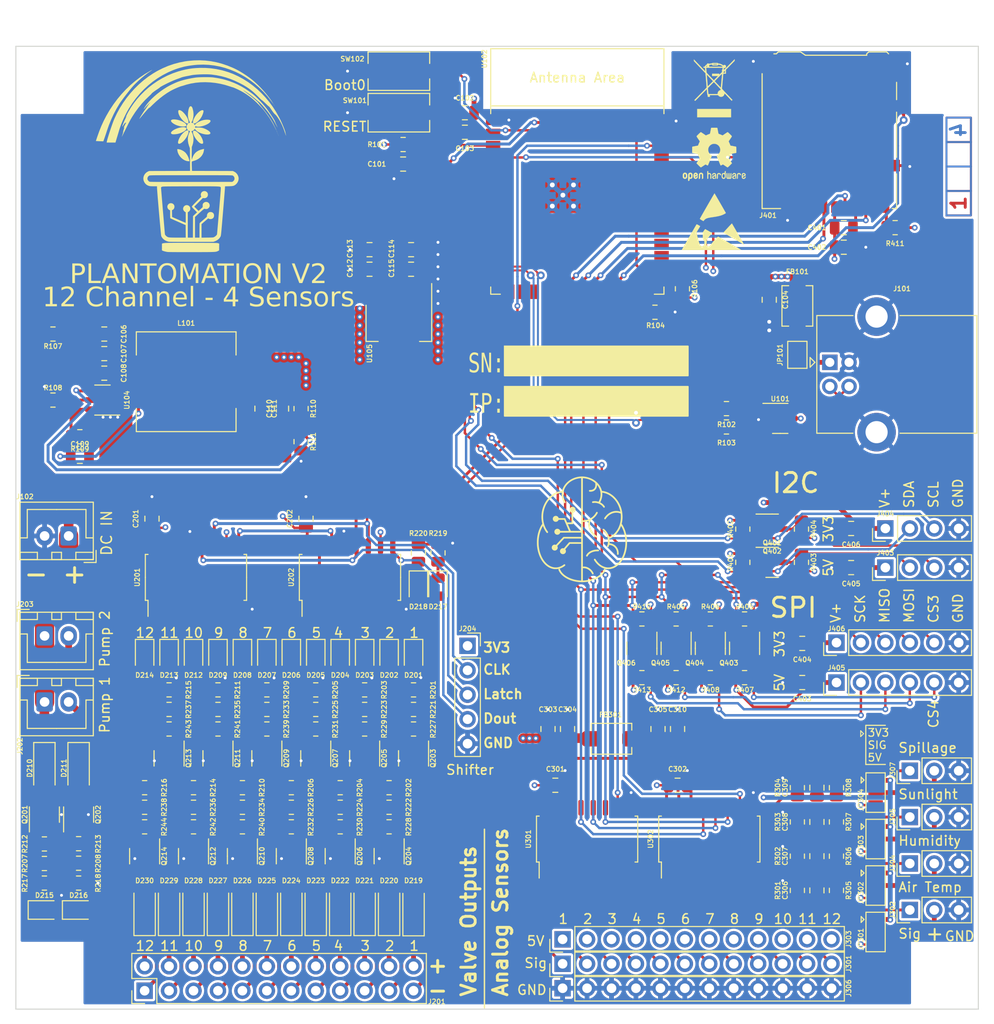
<source format=kicad_pcb>
(kicad_pcb (version 20221018) (generator pcbnew)
  (layers (0 "F.Cu" signal) (1 "In1.Cu" signal) (2 "In2.Cu" signal) (31 "B.Cu" signal) (34 "B.Paste" user) (35 "F.Paste" user) (36 "B.SilkS" user "B.Silkscreen") (37 "F.SilkS" user "F.Silkscreen") (38 "B.Mask" user) (39 "F.Mask" user) (44 "Edge.Cuts" user))
  (net 0 "")
  (net 1 "Net-(R102-Pad1)")
  (net 2 "GND")
  (net 3 "+5V")
  (net 4 "~{EN}")
  (net 5 "+3V3")
  (net 6 "+12V")
  (net 7 "V1")
  (net 8 "V2")
  (net 9 "V3")
  (net 10 "V4")
  (net 11 "V5")
  (net 12 "V6")
  (net 13 "V7")
  (net 14 "V8")
  (net 15 "V9")
  (net 16 "V10")
  (net 17 "V11")
  (net 18 "V12")
  (net 19 "Net-(C109-Pad1)")
  (net 20 "Net-(U104-SW)")
  (net 21 "Net-(U302-CH4)")
  (net 22 "Valve1")
  (net 23 "Net-(U302-CH5)")
  (net 24 "Valve2")
  (net 25 "Net-(U302-CH6)")
  (net 26 "Valve3")
  (net 27 "Net-(U302-CH7)")
  (net 28 "Valve4")
  (net 29 "Net-(D201-K)")
  (net 30 "Valve5")
  (net 31 "Net-(D202-K)")
  (net 32 "Valve6")
  (net 33 "Net-(D203-K)")
  (net 34 "Valve7")
  (net 35 "Net-(D204-K)")
  (net 36 "Valve8")
  (net 37 "Net-(D205-K)")
  (net 38 "Valve9")
  (net 39 "Net-(D206-K)")
  (net 40 "Valve10")
  (net 41 "Net-(D207-K)")
  (net 42 "Valve11")
  (net 43 "Net-(D208-K)")
  (net 44 "Valve12")
  (net 45 "Net-(D209-K)")
  (net 46 "Pump1")
  (net 47 "Net-(D210-A)")
  (net 48 "Pump2")
  (net 49 "Net-(D211-A)")
  (net 50 "Net-(D212-K)")
  (net 51 "Net-(D213-K)")
  (net 52 "Net-(D214-K)")
  (net 53 "Net-(D215-K)")
  (net 54 "Net-(D216-K)")
  (net 55 "Net-(D217-K)")
  (net 56 "Net-(D218-K)")
  (net 57 "Net-(JP101-B)")
  (net 58 "Net-(J101-VBUS)")
  (net 59 "Net-(J101-D-)")
  (net 60 "Net-(J101-D+)")
  (net 62 "Net-(J301-Pin_1)")
  (net 63 "Net-(J301-Pin_2)")
  (net 64 "Net-(J301-Pin_3)")
  (net 65 "Net-(J301-Pin_4)")
  (net 66 "Net-(J301-Pin_5)")
  (net 67 "Net-(J301-Pin_6)")
  (net 68 "Net-(J301-Pin_7)")
  (net 69 "Net-(J301-Pin_8)")
  (net 70 "Net-(J301-Pin_9)")
  (net 71 "Net-(J301-Pin_10)")
  (net 72 "Net-(J301-Pin_11)")
  (net 73 "Net-(J301-Pin_12)")
  (net 74 "~{CS2}")
  (net 75 "SPI_MOSI")
  (net 76 "Net-(J302-Pin_1)")
  (net 77 "SPI_MISO")
  (net 78 "~{Detect}")
  (net 79 "Net-(J302-Pin_2)")
  (net 80 "SDA")
  (net 81 "Net-(J304-Pin_1)")
  (net 82 "Net-(J304-Pin_2)")
  (net 83 "Net-(J305-Pin_1)")
  (net 84 "Net-(J305-Pin_2)")
  (net 85 "Net-(J307-Pin_1)")
  (net 86 "Net-(J307-Pin_2)")
  (net 89 "~{CS4}_5V")
  (net 90 "USB-")
  (net 91 "Net-(R103-Pad1)")
  (net 92 "USB+")
  (net 93 "Net-(J401-DET_B)")
  (net 94 "Net-(Q201-G)")
  (net 95 "Net-(Q202-G)")
  (net 96 "Net-(Q203-G)")
  (net 97 "Net-(Q204-G)")
  (net 98 "~{BOOT0}")
  (net 99 "SCL")
  (net 100 "Net-(Q205-G)")
  (net 101 "Net-(Q206-G)")
  (net 102 "Net-(Q207-G)")
  (net 103 "~{CS1}")
  (net 104 "Net-(Q208-G)")
  (net 105 "Net-(Q209-G)")
  (net 106 "DLATCH")
  (net 107 "Net-(Q210-G)")
  (net 108 "Net-(Q211-G)")
  (net 109 "~{CS0}")
  (net 110 "Net-(Q212-G)")
  (net 111 "SPI_SCK")
  (net 112 "Net-(Q213-G)")
  (net 113 "Net-(Q214-G)")
  (net 114 "Net-(U102-GPIO45)")
  (net 115 "Net-(U104-EN)")
  (net 116 "Net-(U104-BOOT)")
  (net 117 "Net-(U104-FB)")
  (net 118 "unconnected-(U102-U0RXD{slash}GPIO44{slash}CLK_OUT2-Pad36)")
  (net 119 "unconnected-(U102-U0TXD{slash}GPIO43{slash}CLK_OUT1-Pad37)")
  (net 120 "DCLK")
  (net 121 "DOUT")
  (net 134 "VDDA")
  (net 135 "~{CS3}")
  (net 136 "~{CS4}")
  (net 137 "State1")
  (net 138 "State2")
  (net 139 "SDA_5V")
  (net 140 "SPI_SCK_5V")
  (net 141 "SPI_MISO_5V")
  (net 142 "SPI_MOSI_5V")
  (net 143 "SCL_5V")
  (net 144 "Net-(U201-QH')")
  (net 145 "TxD_1")
  (net 146 "RxD_1")
  (net 147 "DIR")
  (net 148 "/Valves and Pumps/Dout")
  (footprint "Package_TO_SOT_SMD:SOT-23-3" (layer "F.Cu") (at 131.318 123.952 -90)
    (fp_text reference "Q203")
    (fp_text value "BSS306")
  )
  (footprint "Resistor_SMD:R_0805_2012Metric" (layer "F.Cu") (at 123.698 127)
    (fp_text reference "R204")
    (fp_text value "1k")
  )
  (footprint "Resistor_SMD:R_0805_2012Metric" (layer "F.Cu") (at 155.0435 109.474 180)
    (fp_text reference "R410")
    (fp_text value "1k")
  )
  (footprint "Capacitor_SMD:C_0805_2012Metric" (layer "F.Cu") (at 117.602 87.63 -90)
    (fp_text reference "C110")
    (fp_text value "22µ")
  )
  (footprint "Capacitor_SMD:C_0805_2012Metric" (layer "F.Cu") (at 176.784 104.14 180)
    (fp_text reference "C405")
    (fp_text value "100n")
  )
  (footprint "Package_TO_SOT_SMD:SOT-23-3" (layer "F.Cu") (at 113.538 134.112 -90)
    (fp_text reference "Q210")
    (fp_text value "BSS306")
  )
  (footprint "Resistor_SMD:R_0805_2012Metric" (layer "F.Cu") (at 171.6255 100.142 90)
    (fp_text reference "R404")
    (fp_text value "1k")
  )
  (footprint "Resistor_SMD:R_0805_2012Metric" (layer "F.Cu") (at 175.26 134.112 -90)
    (fp_text reference "R306")
    (fp_text value "100")
  )
  (footprint "Diode_SMD:D_MiniMELF" (layer "F.Cu") (at 96.52 124.968 -90)
    (fp_text reference "D211")
    (fp_text value "LL4148")
  )
  (footprint "Diode_SMD:D_MiniMELF" (layer "F.Cu") (at 92.964 124.968 -90)
    (fp_text reference "D210")
    (fp_text value "LL4148")
  )
  (footprint "Capacitor_SMD:C_0805_2012Metric" (layer "F.Cu") (at 168.275 76.327 -90)
    (fp_text reference "C104")
    (fp_text value "100n")
  )
  (footprint "Resistor_SMD:R_0805_2012Metric" (layer "F.Cu") (at 113.538 131.064)
    (fp_text reference "R240")
    (fp_text value "100k")
  )
  (footprint "Resistor_SMD:R_0805_2012Metric" (layer "F.Cu") (at 171.196 130.556 -90)
    (fp_text reference "R303")
    (fp_text value "R")
  )
  (footprint "Resistor_SMD:R_0805_2012Metric" (layer "F.Cu") (at 116.078 118.872 180)
    (fp_text reference "R233")
    (fp_text value "10k")
  )
  (footprint "Capacitor_SMD:C_0805_2012Metric" (layer "F.Cu") (at 171.704 116.078 180)
    (fp_text reference "C403")
    (fp_text value "100n")
  )
  (footprint "eigene:logo" (layer "F.Cu") (at 148.844 100.203)
    (fp_text reference "G***" hide)
    (fp_text value "LOGO" hide)
  )
  (footprint "LED_SMD:LED_0805_2012Metric" (layer "F.Cu") (at 131.826 106.172 -90)
    (fp_text reference "D218")
    (fp_text value "LED")
  )
  (footprint "eigene:ladder_4" (layer "F.Cu") (at 187.96 62.484 90)
    (fp_text reference "Ref**" hide)
    (fp_text value "Val**" hide)
  )
  (footprint "eigene:SMB-001" (layer "F.Cu") (at 171.196 76.962 -90)
    (fp_text reference "FB101")
    (fp_text value "FerriteBead")
  )
  (footprint "Capacitor_SMD:C_0805_2012Metric" (layer "F.Cu") (at 131.064 73.152)
    (fp_text reference "C115")
    (fp_text value "4µ7")
  )
  (footprint "Resistor_SMD:R_0805_2012Metric" (layer "F.Cu") (at 171.196 127 -90)
    (fp_text reference "R304")
    (fp_text value "R")
  )
  (footprint "Resistor_SMD:R_0805_2012Metric" (layer "F.Cu") (at 159.258 75.184 90)
    (fp_text reference "R106")
    (fp_text value "4k7")
  )
  (footprint "Resistor_SMD:R_0805_2012Metric" (layer "F.Cu") (at 123.698 131.064)
    (fp_text reference "R230")
    (fp_text value "100k")
  )
  (footprint "Capacitor_SMD:C_0805_2012Metric" (layer "F.Cu") (at 99.1855 81.915 180)
    (fp_text reference "C107")
    (fp_text value "10µ")
  )
  (footprint "Resistor_SMD:R_0805_2012Metric" (layer "F.Cu") (at 105.918 120.904)
    (fp_text reference "R243")
    (fp_text value "100k")
  )
  (footprint "Resistor_SMD:R_0805_2012Metric" (layer "F.Cu") (at 158.5995 115.57)
    (fp_text reference "R412")
    (fp_text value "1k")
  )
  (footprint "Capacitor_SMD:C_0805_2012Metric" (layer "F.Cu") (at 173.228 127 90)
    (fp_text reference "C309")
    (fp_text value "1n")
  )
  (footprint "LED_SMD:LED_0805_2012Metric" (layer "F.Cu") (at 92.964 139.7)
    (fp_text reference "D215")
    (fp_text value "LED")
  )
  (footprint "Resistor_SMD:R_0805_2012Metric" (layer "F.Cu") (at 171.196 134.112 -90)
    (fp_text reference "R302")
    (fp_text value "R")
  )
  (footprint "Connector_PinHeader_2.54mm:PinHeader_1x04_P2.54mm_Vertical" (layer "F.Cu") (at 180.34 104.14 90)
    (fp_text reference "J403")
    (fp_text value "I2C")
  )
  (footprint "LED_SMD:LED_0805_2012Metric" (layer "F.Cu") (at 108.458 113.284 -90)
    (fp_text reference "D212")
    (fp_text value "LED")
  )
  (footprint "Resistor_SMD:R_0805_2012Metric" (layer "F.Cu") (at 121.158 120.904)
    (fp_text reference "R231")
    (fp_text value "100k")
  )
  (footprint "Package_TO_SOT_SMD:SOT-23-3" (layer "F.Cu") (at 105.918 123.952 -90)
    (fp_text reference "Q213")
    (fp_text value "BSS306")
  )
  (footprint "MountingHole:MountingHole_3.2mm_M3" (layer "F.Cu") (at 186.5 53.5)
    (fp_text reference "H101" hide)
    (fp_text value "MountingHole")
  )
  (footprint "Capacitor_SMD:C_0805_2012Metric" (layer "F.Cu") (at 158.75 120.904 90)
    (fp_text reference "C310")
    (fp_text value "1µ")
  )
  (footprint "Resistor_SMD:R_0805_2012Metric" (layer "F.Cu") (at 165.5295 103.5945 -90)
    (fp_text reference "R401")
    (fp_text value "4k7")
  )
  (footprint "Resistor_SMD:R_0805_2012Metric" (layer "F.Cu") (at 163.83 89.535 180)
    (fp_text reference "R103")
    (fp_text value "22")
  )
  (footprint "Resistor_SMD:R_0805_2012Metric" (layer "F.Cu") (at 175.26 137.668 -90)
    (fp_text reference "R305")
    (fp_text value "100")
  )
  (footprint "Resistor_SMD:R_0805_2012Metric" (layer "F.Cu") (at 110.998 120.904)
    (fp_text reference "R241")
    (fp_text value "100k")
  )
  (footprint "Capacitor_SMD:C_0805_2012Metric" (layer "F.Cu") (at 171.704 112.014 180)
    (fp_text reference "C404")
    (fp_text value "100n")
  )
  (footprint "Resistor_SMD:R_0805_2012Metric" (layer "F.Cu") (at 171.6255 103.5945 90)
    (fp_text reference "R403")
    (fp_text value "1k")
  )
  (footprint "LED_SMD:LED_0805_2012Metric" (layer "F.Cu") (at 118.618 113.284 -90)
    (fp_text reference "D206")
    (fp_text value "LED")
  )
  (footprint "Capacitor_SMD:C_0805_2012Metric" (layer "F.Cu") (at 136.652 58.928 180)
    (fp_text reference "C103")
    (fp_text value "100n")
  )
  (footprint "Resistor_SMD:R_0805_2012Metric" (layer "F.Cu") (at 103.378 131.064)
    (fp_text reference "R244")
    (fp_text value "100k")
  )
  (footprint "Package_TO_SOT_SMD:SOT-23-3" (layer "F.Cu") (at 103.378 134.112 -90)
    (fp_text reference "Q214")
    (fp_text value "BSS306")
  )
  (footprint "Connector_PinHeader_2.54mm:PinHeader_1x04_P2.54mm_Vertical" (layer "F.Cu") (at 180.34 100.076 90)
    (fp_text reference "J404")
    (fp_text value "I2C")
  )
  (footprint "Capacitor_SMD:C_0805_2012Metric" (layer "F.Cu") (at 173.228 130.556 90)
    (fp_text reference "C308")
    (fp_text value "1n")
  )
  (footprint "Resistor_SMD:R_0805_2012Metric" (layer "F.Cu") (at 181.356 68.834 180)
    (fp_text reference "R411")
    (fp_text value "1k")
  )
  (footprint "Jumper:SolderJumper-3_P1.3mm_Open_Pad1.0x1.5mm" (layer "F.Cu") (at 179.324 127.508 -90)
    (fp_text reference "JP304")
    (fp_text value "Jumper_3_Bridged12")
  )
  (footprint "LED_SMD:LED_0805_2012Metric" (layer "F.Cu") (at 133.858 106.172 -90)
    (fp_text reference "D217")
    (fp_text value "LED")
  )
  (footprint "Connector_Card:microSD_HC_Hirose_DM3AT-SF-PEJM5" (layer "F.Cu") (at 174.53 58.965 180)
    (fp_text reference "J401")
    (fp_text value "Micro_SD_Card_Det_Hirose_DM3AT")
  )
  (footprint "Resistor_SMD:R_0805_2012Metric" (layer "F.Cu") (at 126.238 120.904)
    (fp_text reference "R229")
    (fp_text value "100k")
  )
  (footprint "Package_TO_SOT_SMD:SOT-23" (layer "F.Cu") (at 168.5775 100.142)
    (fp_text reference "Q402")
    (fp_text value "BSS138")
  )
  (footprint "Jumper:SolderJumper-2_P1.3mm_Open_TrianglePad1.0x1.5mm" (layer "F.Cu") (at 171.196 82.042 90)
    (fp_text reference "JP101")
    (fp_text value "Jumper_2_Open")
  )
  (footprint "Capacitor_SMD:C_0805_2012Metric" (layer "F.Cu") (at 156.718 120.904 90)
    (fp_text reference "C305")
    (fp_text value "100n")
  )
  (footprint "Resistor_SMD:R_0805_2012Metric" (layer "F.Cu") (at 118.618 131.064)
    (fp_text reference "R232")
    (fp_text value "100k")
  )
  (footprint "Resistor_SMD:R_0805_2012Metric" (layer "F.Cu") (at 118.618 127)
    (fp_text reference "R206")
    (fp_text value "1k")
  )
  (footprint "Package_TO_SOT_SMD:SOT-23-3" (layer "F.Cu") (at 121.158 123.952 -90)
    (fp_text reference "Q207")
    (fp_text value "BSS306")
  )
  (footprint "Resistor_SMD:R_0805_2012Metric" (layer "F.Cu") (at 156.402 77.62 180)
    (fp_text reference "R104")
    (fp_text value "1k")
  )
  (footprint "Symbol:ESD-Logo_6.6x6mm_SilkScreen" (layer "F.Cu") (at 162.433 68.199)
    (fp_text reference "REF**" hide)
    (fp_text value "ESD-Logo_6.6x6mm_SilkScreen" hide)
  )
  (footprint "PCM_Espressif:ESP32-S3-WROOM-1" (layer "F.Cu") (at 148.336 65.996)
    (fp_text reference "U102")
    (fp_text value "ESP32-S3-WROOM-1")
  )
  (footprint "Connector_PinHeader_2.54mm:PinHeader_1x03_P2.54mm_Vertical" (layer "F.Cu") (at 182.88 125.242 90)
    (fp_text reference "J307")
    (fp_text value "Spill")
  )
  (footprint "Capacitor_SMD:C_0805_2012Metric" (layer "F.Cu") (at 176.784 100.076 180)
    (fp_text reference "C406")
    (fp_text value "100n")
  )
  (footprint "Resistor_SMD:R_0805_2012Metric" (layer "F.Cu") (at 113.538 127)
    (fp_text reference "R210")
    (fp_text value "1k")
  )
  (footprint "Resistor_SMD:R_0805_2012Metric" (layer "F.Cu") (at 96.647 90.551 180)
    (fp_text reference "R109")
    (fp_text value "30")
  )
  (footprint "Resistor_SMD:R_0805_2012Metric" (layer "F.Cu") (at 108.458 131.064)
    (fp_text reference "R242")
    (fp_text value "100k")
  )
  (footprint "Package_TO_SOT_SMD:SOT-23" (layer "F.Cu") (at 155.0435 112.522 -90)
    (fp_text reference "Q406")
    (fp_text value "BSS138")
  )
  (footprint "Eigene:plantomation_logo" (layer "F.Cu") (at 108.204 61.468)
    (fp_text reference "G***" hide)
    (fp_text value "LOGO" hide)
  )
  (footprint "Diode_SMD:D_MiniMELF" (layer "F.Cu") (at 123.698 139.7 90)
    (fp_text reference "D222")
    (fp_text value "LL4148")
  )
  (footprint "Package_TO_SOT_SMD:SOT-23" (layer "F.Cu") (at 158.5995 112.522 -90)
    (fp_text reference "Q405")
    (fp_text value "BSS138")
  )
  (footprint "Resistor_SMD:R_0805_2012Metric" (layer "F.Cu") (at 133.858 102.616 90)
    (fp_text reference "R219")
    (fp_text value "1k")
  )
  (footprint "Resistor_SMD:R_0805_2012Metric" (layer "F.Cu") (at 105.918 118.872 180)
    (fp_text reference "R237")
    (fp_text value "10k")
  )
  (footprint "Connector_PinHeader_2.54mm:PinHeader_1x06_P2.54mm_Vertical" (layer "F.Cu") (at 175.26 111.936 90)
    (fp_text reference "J406")
    (fp_text value "SPI")
  )
  (footprint "Package_TO_SOT_SMD:SOT-23-3" (layer "F.Cu") (at 108.458 134.112 -90)
    (fp_text reference "Q212")
    (fp_text value "BSS306")
  )
  (footprint "Connector_PinHeader_2.54mm:PinHeader_1x06_P2.54mm_Vertical" (layer "F.Cu") (at 175.26 116.078 90)
    (fp_text reference "J405")
    (fp_text value "SPI")
  )
  (footprint "Package_TO_SOT_SMD:SOT-23" (layer "F.Cu") (at 165.7115 112.522 -90)
    (fp_text reference "Q403")
    (fp_text value "BSS138")
  )
  (footprint "Capacitor_SMD:C_0805_2012Metric" (layer "F.Cu") (at 104.14 99.06 90)
    (fp_text reference "C201")
    (fp_text value "100n")
  )
  (footprint "LED_SMD:LED_0805_2012Metric" (layer "F.Cu") (at 103.378 113.284 -90)
    (fp_text reference "D214")
    (fp_text value "LED")
  )
  (footprint "LED_SMD:LED_0805_2012Metric" (layer "F.Cu") (at 96.52 139.7)
    (fp_text reference "D216")
    (fp_text value "LED")
  )
  (footprint "Resistor_SMD:R_0805_2012Metric" (layer "F.Cu") (at 110.998 116.84)
    (fp_text reference "R211")
    (fp_text value "1k")
  )
  (footprint "Resistor_SMD:R_0805_2012Metric" (layer "F.Cu") (at 165.7115 109.474 180)
    (fp_text reference "R405")
    (fp_text value "1k")
  )
  (footprint "LED_SMD:LED_0805_2012Metric" (layer "F.Cu") (at 123.698 113.284 -90)
    (fp_text reference "D204")
    (fp_text value "LED")
  )
  (footprint "Resistor_SMD:R_0805_2012Metric" (layer "F.Cu") (at 93.853 79.883)
    (fp_text reference "R107")
    (fp_text value "180k")
  )
  (footprint "Resistor_SMD:R_0805_2012Metric" (layer "F.Cu") (at 116.078 120.904)
    (fp_text reference "R239")
    (fp_text value "100k")
  )
  (footprint "Capacitor_SMD:C_0805_2012Metric" (layer "F.Cu") (at 173.228 137.668 90)
    (fp_text reference "C306")
    (fp_text value "1n")
  )
  (footprint "Diode_SMD:D_MiniMELF" (layer "F.Cu") (at 108.458 139.7 90)
    (fp_text reference "D228")
    (fp_text value "LL4148")
  )
  (footprint "Resistor_SMD:R_0805_2012Metric" (layer "F.Cu") (at 108.458 129.032 180)
    (fp_text reference "R236")
    (fp_text value "10k")
  )
  (footprint "LED_SMD:LED_0805_2012Metric" (layer "F.Cu") (at 126.238 113.284 -90)
    (fp_text reference "D203")
    (fp_text value "LED")
  )
  (footprint "Resistor_SMD:R_0805_2012Metric" (layer "F.Cu") (at 96.52 132.814 180)
    (fp_text reference "R213")
    (fp_text value "100k")
  )
  (footprint "Resistor_SMD:R_0805_2012Metric" (layer "F.Cu") (at 162.1555 109.474 180)
    (fp_text reference "R406")
    (fp_text value "1k")
  )
  (footprint "Capacitor_SMD:C_0805_2012Metric" (layer "F.Cu") (at 99.1855 79.883 180)
    (fp_text reference "C106")
    (fp_text value "10µ")
  )
  (footprint "Resistor_SMD:R_0805_2012Metric" (layer "F.Cu") (at 165.7115 115.57)
    (fp_text reference "R407")
    (fp_text value "1k")
  )
  (footprint "Capacitor_SMD:C_0805_2012Metric" (layer "F.Cu") (at 145.288 120.904 90)
    (fp_text reference "C303")
    (fp_text value "1µ")
  )
  (footprint "Resistor_SMD:R_0805_2012Metric" (layer "F.Cu") (at 121.158 118.872 180)
    (fp_text reference "R225")
    (fp_text value "10k")
  )
  (footprint "Connector_PinHeader_2.54mm:PinHeader_2x12_P2.54mm_Vertical" (layer "F.Cu") (at 103.378 148.087 90)
    (fp_text reference "J201")
    (fp_text value "Valves")
  )
  (footprint "Resistor_SMD:R_0805_2012Metric" (layer "F.Cu") (at 96.52 136.906)
    (fp_text reference "R218")
    (fp_text value "1k")
  )
  (footprint "Resistor_SMD:R_0805_2012Metric" (layer "F.Cu") (at 128.778 129.032 180)
    (fp_text reference "R222")
    (fp_text value "10k")
  )
  (footprint "Diode_SMD:D_MiniMELF" (layer "F.Cu") (at 113.538 139.7 90)
    (fp_text reference "D226")
    (fp_text value "LL4148")
  )
  (footprint "Capacitor_SMD:C_0805_2012Metric" (layer "F.Cu") (at 173.228 134.112 90)
    (fp_text reference "C307")
    (fp_text value "1n")
  )
  (footprint "MountingHole:MountingHole_3.2mm_M3" (layer "F.Cu") (at 93.5 53.5)
    (fp_text reference "H102" hide)
    (fp_text value "MountingHole")
  )
  (footprint "Capacitor_SMD:C_0805_2012Metric" (layer "F.Cu") (at 146.05 126.746)
    (fp_text reference "C301")
    (fp_text value "100n")
  )
  (footprint "Package_TO_SOT_SMD:SOT-23" (layer "F.Cu") (at 168.5775 103.5945)
    (fp_text reference "Q401")
    (fp_text value "BSS138")
  )
  (footprint "Connector_PinHeader_2.54mm:PinHeader_1x03_P2.54mm_Vertical" (layer "F.Cu") (at 182.88 134.874 90)
    (fp_text reference "J304")
    (fp_text value "Air_Hue")
  )
  (footprint "Capacitor_SMD:C_0805_2012Metric" (layer "F.Cu") (at 136.652 56.896 180)
    (fp_text reference "C102")
    (fp_text value "4µ7")
  )
  (footprint "LED_SMD:LED_0805_2012Metric" (layer "F.Cu") (at 113.538 113.284 -90)
    (fp_text reference "D208")
    (fp_text value "LED")
  )
  (footprint "Resistor_SMD:R_0805_2012Metric" (layer "F.Cu") (at 130.236 60.198)
    (fp_text reference "R101")
    (fp_text value "4k7")
  )
  (footprint "Capacitor_SMD:C_0805_2012Metric" (layer "F.Cu") (at 158.75 126.746)
    (fp_text reference "C302")
    (fp_text value "100n")
  )
  (footprint "Resistor_SMD:R_0805_2012Metric" (layer "F.Cu") (at 128.778 131.064)
    (fp_text reference "R228")
    (fp_text value "100k")
  )
  (footprint "Resistor_SMD:R_0805_2012Metric" (layer "F.Cu") (at 119.634 91.059 -90)
    (fp_text reference "R111")
    (fp_text value "10k")
  )
  (footprint "Diode_SMD:D_MiniMELF" (layer "F.Cu") (at 105.918 139.7 90)
    (fp_text reference "D229")
    (fp_text value "LL4148")
  )
  (footprint "Capacitor_SMD:C_0805_2012Metric" (layer "F.Cu") (at 126.746 73.152 180)
    (fp_text reference "C112")
    (fp_text value "4µ7")
  )
  (footprint "Resistor_SMD:R_0805_2012Metric" (layer "F.Cu") (at 126.238 118.872 180)
    (fp_text reference "R223")
    (fp_text value "10k")
  )
  (footprint "Resistor_SMD:R_0805_2012Metric" (layer "F.Cu") (at 126.238 116.84)
    (fp_text reference "R203")
    (fp_text value "1k")
  )
  (footprint "LED_SMD:LED_0805_2012Metric" (layer "F.Cu") (at 121.158 113.284 -90)
    (fp_text reference "D205")
    (fp_text value "LED")
  )
  (footprint "Connector_PinHeader_2.54mm:PinHeader_1x03_P2.54mm_Vertical" (layer "F.Cu") (at 182.88 130.048 90)
    (fp_text reference "J305")
    (fp_text value "Light")
  )
  (footprint "Connector_PinHeader_2.54mm:PinHeader_1x12_P2.54mm_Vertical" (layer "F.Cu") (at 146.807 145.288 90)
    (fp_text reference "J301")
    (fp_text value "Sig")
  )
  (footprint "LED_SMD:LED_0805_2012Metric" (layer "F.Cu") (at 131.318 113.284 -90)
    (fp_text reference "D201")
    (fp_text value "LED")
  )
  (footprint "Resistor_SMD:R_0805_2012Metric" (layer "F.Cu") (at 92.964 132.842 180)
    (fp_text reference "R212")
    (fp_text value "100k")
  )
  (footprint "Capacitor_SMD:C_0805_2012Metric" (layer "F.Cu") (at 115.57 87.63 -90)
    (fp_text reference "C111")
    (fp_text value "22µ")
  )
  (footprint "Diode_SMD:D_MiniMELF" (layer "F.Cu") (at 126.238 139.7 90)
    (fp_text reference "D221")
    (fp_text value "LL4148")
  )
  (footprint "Package_TO_SOT_SMD:SOT-23-3" (layer "F.Cu") (at 110.998 123.952 -90)
    (fp_text reference "Q211")
    (fp_text value "BSS306")
  )
  (footprint "Symbol:WEEE-Logo_4.2x6mm_SilkScreen" (layer "F.Cu") (at 162.56 54.356)
    (fp_text reference "REF**" hide)
    (fp_text value "WEEE-Logo_4.2x6mm_SilkScreen" hide)
  )
  (footprint "LED_SMD:LED_0805_2012Metric" (layer "F.Cu") (at 128.778 113.284 -90)
    (fp_text reference "D202")
    (fp_text value "LED")
  )
  (footprint "Package_TO_SOT_SMD:SOT-23" (layer "F.Cu") (at 162.1555 112.522 -90)
    (fp_text reference "Q404")
    (fp_text value "BSS138")
  )
  (footprint "Package_TO_SOT_SMD:SOT-23-3" (layer "F.Cu") (at 116.078 123.952 -90)
    (fp_text reference "Q209")
    (fp_text value "BSS306")
  )
  (footprint "Inductor_SMD:L_Vishay_IHLP-4040" (layer "F.Cu") (at 107.696 84.836)
    (fp_text reference "L101")
    (fp_text value "5µ6H")
  )
  (footprint "Jumper:SolderJumper-3_P1.3mm_Open_Pad1.0x1.5mm" (layer "F.Cu") (at 179.324 141.986 -90)
    (fp_text reference "JP301")
    (fp_text value "Jumper_3_Bridged12")
  )
  (footprint "Package_TO_SOT_SMD:SOT-23-3" (layer "F.Cu") (at 123.698 134.112 -90)
    (fp_text reference "Q206")
    (fp_text value "BSS306")
  )
  (footprint "Capacitor_SMD:C_0805_2012Metric" (layer "F.Cu") (at 176.022 68.834)
    (fp_text reference "C401")
    (fp_text value "1µ")
  )
  (footprint "LED_SMD:LED_0805_2012Metric" (layer "F.Cu") (at 105.918 113.284 -90)
    (fp_text reference "D213")
    (fp_text value "LED")
  )
  (footprint "Capacitor_SMD:C_0805_2012Metric" (layer "F.Cu") (at 147.32 120.904 90)
    (fp_text reference "C304")
    (fp_text value "100n")
  )
  (footprint "Resistor_SMD:R_0805_2012Metric" (layer "F.Cu") (at 118.618 129.032 180)
    (fp_text reference "R226")
    (fp_text value "10k")
  )
  (footprint "Diode_SMD:D_MiniMELF" (layer "F.Cu") (at 103.378 139.7 90)
    (fp_text reference "D230")
    (fp_text value "LL4148")
  )
  (footprint "Resistor_SMD:R_0805_2012Metric" (layer "F.Cu") (at 96.52 134.846)
    (fp_text reference "R208")
    (fp_text value "10k")
  )
  (footprint "Resistor_SMD:R_0805_2012Metric" (layer "F.Cu") (at 175.26 130.556 -90)
    (fp_text reference "R307")
    (fp_text value "100")
  )
  (footprint "Connector_PinSocket_2.54mm:PinSocket_1x05_P2.54mm_Vertical" (layer "F.Cu") (at 136.931 112.268)
    (fp_text reference "J204")
    (fp_text value "Shifter")
  )
  (footprint "Diode_SMD:D_MiniMELF" (layer "F.Cu") (at 128.778 139.7 90)
    (fp_text reference "D220")
    (fp_text value "LL4148")
  )
  (footprint "Package_SO:SOIC-16_4.55x10.3mm_P1.27mm" (layer "F.Cu") (at 149.352 132.334 90)
    (fp_text reference "U301")
    (fp_text value "MCP3208")
  )
  (footprint "MountingHole:MountingHole_3.2mm_M3" (layer "F.Cu") (at 93.5 146.5)
    (fp_text reference "H103" hide)
    (fp_text value "MountingHole")
  )
  (footprint "Connector_PinHeader_2.54mm:PinHeader_1x12_P2.54mm_Vertical" (layer "F.Cu") (at 146.807 142.748 90)
    (fp_text reference "J303")
    (fp_text value "Vcc")
  )
  (footprint "Capacitor_SMD:C_0805_2012Metric" (layer "F.Cu") (at 131.064 71.12)
    (fp_text reference "C114")
    (fp_text value "100n")
  )
  (footprint "Jumper:SolderJumper-3_P1.3mm_Open_Pad1.0x1.5mm" (layer "F.Cu") (at 179.324 132.334 -90)
    (fp_text reference "JP303")
    (fp_text value "Jumper_3_Bridged12")
  )
  (footprint "Connector_JST:JST_XH_B2B-XH-A_1x02_P2.50mm_Vertical" (layer "F.Cu") (at 92.984 118.093)
    (fp_text reference "J202")
    (fp_text value "Pump1")
  )
  (footprint "Resistor_SMD:R_0805_2012Metric" (layer "F.Cu") (at 165.5295 100.142 -90)
    (fp_text reference "R402")
    (fp_text value "4k7")
  )
  (footprint "Resistor_SMD:R_0805_2012Metric" (layer "F.Cu") (at 93.853 86.741 180)
    (fp_text reference "R108")
    (fp_text value "39k")
  )
  (footprint "Diode_SMD:D_MiniMELF" (layer "F.Cu") (at 110.998 139.7 90)
    (fp_text reference "D227")
    (fp_text value "LL4148")
  )
  (footprint "Resistor_SMD:R_0805_2012Metric" (layer "F.Cu") (at 131.318 118.872 180)
    (fp_text reference "R221")
    (fp_text value "10k")
  )
  (footprint "Package_TO_SOT_SMD:SOT-223-3_TabPin2" (layer "F.Cu") (at 129.794 78.74 -90)
    (fp_text reference "U105")
    (fp_text value "AMS1117-3.3")
  )
  (footprint "Resistor_SMD:R_0805_2012Metric" (layer "F.Cu") (at 175.26 127 -90)
    (fp_text reference "R308")
    (fp_text value "100")
  )
  (footprint "Package_TO_SOT_SMD:SOT-23-3" (layer "F.Cu") (at 92.964 129.794 90)
    (fp_text reference "Q201")
    (fp_text value "BSS306")
  )
  (footprint "Diode_SMD:D_MiniMELF" (layer "F.Cu") (at 121.158 139.7 90)
    (fp_text reference "D223")
    (fp_text value "LL4148")
  )
  (footprint "Package_SO:SOIC-16_4.55x10.3mm_P1.27mm" (layer "F.Cu") (at 108.712 105.156 90)
    (fp_text reference "U201")
    (fp_text value "74HC595")
  )
  (footprint "Resistor_SMD:R_0805_2012Metric" (layer "F.Cu") (at 123.698 129.032 180)
    (fp_text reference "R224")
    (fp_text value "10k")
  )
  (footprint "Package_TO_SOT_SMD:SOT-23-3" (layer "F.Cu") (at 126.238 123.952 -90)
    (fp_text reference "Q205")
    (fp_text value "BSS306")
  )
  (footprint "Connector_USB:USB_B_Lumberg_2411_02_Horizontal" (layer "F.Cu") (at 174.5685 82.824)
    (fp_text reference "J101")
    (fp_text value "USB_B")
  )
  (footprint "Resistor_SMD:R_0805_2012Metric" (layer "F.Cu") (at 103.378 129.032 180)
    (fp_text reference "R238")
    (fp_text value "10k")
  )
  (footprint "Capacitor_SMD:C_0805_2012Metric" (layer "F.Cu") (at 99.1855 83.947 180)
    (fp_text reference "C108")
    (fp_text value "100n")
  )
  (footprint "Connector_PinHeader_2.54mm:PinHeader_1x12_P2.54mm_Vertical" (layer "F.Cu") (at 146.807 147.828 90)
    (fp_text reference "J306")
    (fp_text value "GND")
  )
  (footprint "Connector_JST:JST_XH_B2B-XH-A_1x02_P2.50mm_Vertical" (layer "F.Cu") (at 95.484 100.855 180)
    (fp_text reference "J102")
    (fp_text value "12V In")
  )
  (footprint "Capacitor_SMD:C_0805_2012Metric" (layer "F.Cu") (at 120.142 99.06 90)
    (fp_text reference "C202")
    (fp_text value "100n")
  )
  (footprint "Symbol:OSHW-Logo2_7.3x6mm_SilkScreen" (layer "F.Cu") (at 162.56 61.214)
    (fp_text reference "REF**" hide)
    (fp_text value "OSHW-Logo2_7.3x6mm_SilkScreen" hide)
  )
  (footprint "Capacitor_SMD:C_0805_2012Metric" (layer "F.Cu") (at 176.022 70.866)
    (fp_text reference "C402")
    (fp_text value "100n")
  )
  (footprint "Capacitor_SMD:C_0805_2012Metric" (layer "F.Cu") (at 126.746 71.12 180)
    (fp_text reference "C113")
    (fp_text value "100n")
  )
  (footprint "Resistor_SMD:R_0805_2012Metric" (layer "F.Cu") (at 121.158 116.84)
    (fp_text reference "R205")
    (fp_text value "1k")
  )
  (footprint "Resistor_SMD:R_0805_2012Metric" (layer "F.Cu") (at 116.078 116.84)
    (fp_text reference "R209")
    (fp_text value "1k")
  )
  (footprint "Package_TO_SOT_SMD:SOT-23-6" (layer "F.Cu") (at 169.418 88.646)
    (fp_text reference "U101")
    (fp_text value "USBLC6-2SC6")
  )
  (footprint "Resistor_SMD:R_0805_2012Metric" (layer "F.Cu") (at 108.458 127)
    (fp_text reference "R214")
    (fp_text value "1k")
  )
  (footprint "Resistor_SMD:R_0805_2012Metric" (layer "F.Cu") (at 92.964 136.906)
    (fp_text reference "R217")
    (fp_text value "1k")
  )
  (footprint "Capacitor_SMD:C_0805_2012Metric" (layer "F.Cu") (at 130.236 62.23 180)
    (fp_text reference "C101")
    (fp_text value "100n")
  )
  (footprint "Package_TO_SOT_SMD:SOT-23-3" (layer "F.Cu") (at 128.783 134.107 -90)
    (fp_text reference "Q204")
    (fp_text value "BSS306")
  )
  (footprint "Package_TO_SOT_SMD:SOT-23-6" (layer "F.Cu") (at 98.9975 86.741 180)
    (fp_text reference "U104")
    (fp_text value "TPS56339DDC")
  )
  (footprint "MountingHole:MountingHole_3.2mm_M3" (layer "F.Cu") (at 186.5 146.5)
    (fp_text reference "H104" hide)
    (fp_text value "MountingHole")
  )
  (footprint "Resistor_SMD:R_0805_2012Metric" (layer "F.Cu") (at 158.5995 109.474 180)
    (fp_text reference "R409")
    (fp_text value "1k")
  )
  (footprint "Resistor_SMD:R_0805_2012Metric" (layer "F.Cu") (at 131.318 116.84)
    (fp_text reference "R201")
    (fp_text value "1k")
  )
  (footprint "Resistor_SMD:R_0805_2012Metric" (layer "F.Cu") (at 92.964 134.874)
    (fp_text reference "R207")
    (fp_text value "10k")
  )
  (footprint "Connector_PinHeader_2.54mm:PinHeader_1x03_P2.54mm_Vertical" (layer "F.Cu") (at 182.88 139.7 90)
    (fp_text reference "J302")
    (fp_text value "Temp")
  )
  (footprint "Connector_JST:JST_XH_B2B-XH-A_1x02_P2.50mm_Vertical" (layer "F.Cu") (at 92.984 111.235)
    (fp_text reference "J203")
    (fp_text value "Pump2")
  )
  (footprint "Resistor_SMD:R_0805_2012Metric" (layer "F.Cu") (at 128.778 127)
    (fp_text reference "R202")
    (fp_text value "1k")
  )
  (footprint "Diode_SMD:D_MiniMELF" (layer "F.Cu") (at 118.618 139.7 90)
    (fp_text reference "D224")
    (fp_text value "LL4148")
  )
  (footprint "eigene:SMB-001" (layer "F.Cu") (at 151.892 121.92 180)
    (fp_text reference "FB301")
    (fp_text value "FerriteBead")
  )
  (footprint "Package_SO:SOIC-16_4.55x10.3mm_P1.27mm" (layer "F.Cu") (at 124.714 105.156 90)
    (fp_text reference "U202")
    (fp_text value "74HC595")
  )
  (footprint "Diode_SMD:D_MiniMELF" (layer "F.Cu") (at 131.318 139.723 90)
    (fp_text reference "D219")
    (fp_text value "LL4148")
  )
  (footprint "Resistor_SMD:R_0805_2012Metric" (layer "F.Cu") (at 105.918 116.84)
    (fp_text reference "R215")
    (fp_text value "1k")
  )
  (footprint "Resistor_SMD:R_0805_2012Metric" (layer "F.Cu") (at 163.83 87.63 180)
    (fp_text reference "R102")
    (fp_text value "22")
  )
  (footprint "LED_SMD:LED_0805_2012Metric" (layer "F.Cu") (at 116.078 113.284 -90)
    (fp_text reference "D207")
    (fp_text value "LED")
  )
  (footprint "Resistor_SMD:R_0805_2012Metric" (layer "F.Cu") (at 119.634 87.63 -90)
    (fp_text reference "R110")
    (fp_text value "52k3")
  )
  (footprint "Resistor_SMD:R_0805_2012Metric" (layer "F.Cu") (at 131.826 102.616 90)
    (fp_text reference "R220")
    (fp_text value "1k")
  )
  (footprint "Capacitor_SMD:C_0805_2012Metric" (layer "F.Cu") (at 96.647 92.583 180)
    (fp_text reference "C109")
    (fp_text value "100n")
  )
  (footprint "Resistor_SMD:R_0805_2012Metric" (layer "F.Cu") (at 171.196 137.668 -90)
    (fp_text reference "R301")
    (fp_text value "R")
  )
  (footprint "Jumper:SolderJumper-3_P1.3mm_Open_Pad1.0x1.5mm" (layer "F.Cu") (at 179.324 137.16 -90)
    (fp_text reference "JP302")
    (fp_text value "Jumper_3_Bridged12")
  )
  (footprint "Resistor_SMD:R_0805_2012Metric" (layer "F.Cu") (at 103.378 127)
    (fp_text reference "R216")
    (fp_text value "1k")
  )
  (footprint "Button_Switch_SMD:SW_Tactile_SPST_NO_Straight_CK_PTS636Sx25SMTRLFS" (layer "F.Cu") (at 129.794 56.896)
    (fp_text reference "SW101")
    (fp_text value "SW_SPST")
  )
  (footprint "Package_TO_SOT_SMD:SOT-23-3" (layer "F.Cu") (at 96.52 129.794 90)
    (fp_text reference "Q202")
    (fp_text value "BSS306")
  )
  (footprint "Resistor_SMD:R_0805_2012Metric" (layer "F.Cu") (at 131.318 120.904)
    (fp_text reference "R227")
    (fp_text value "100k")
  )
  (footprint "Resistor_SMD:R_0805_2012Metric" (layer "F.Cu") (at 155.0435 115.57)
    (fp_text reference "R413")
    (fp_text value "1k")
  )
  (footprint "Button_Switch_SMD:SW_Tactile_SPST_NO_Straight_CK_PTS636Sx25SMTRLFS" (layer "F.Cu") (at 129.794 52.578 180)
    (fp_text reference "SW102")
    (fp_text value "SW_SPST")
  )
  (footprint "Diode_SMD:D_MiniMELF" (layer "F.Cu") (at 116.078 139.7 90)
    (fp_text reference "D225")
    (fp_text value "LL4148")
  )
  (footprint "Resistor_SMD:R_0805_2012Metric" (layer "F.Cu") (at 162.1555 115.57)
    (fp_text reference "R408")
    (fp_text value "1k")
  )
  (footprint "Package_TO_SOT_SMD:SOT-23-3" (layer "F.Cu") (at 118.618 134.112 -90)
    (fp_text reference "Q208")
    (fp_text value "BSS306")
  )
  (footprint "LED_SMD:LED_0805_2012Metric" (layer "F.Cu") (at 110.998 113.284 -90)
    (fp_text reference "D209")
    (fp_text value "LED")
  )
  (footprint "Package_SO:SOIC-16_4.55x10.3mm_P1.27mm" (layer "F.Cu") (at 162.052 132.334 90)
    (fp_text reference "U302")
    (fp_text value "MCP3208")
  )
  (footprint "Resistor_SMD:R_0805_2012Metric" (layer "F.Cu") (at 110.998 118.872 180)
    (fp_text reference "R235")
    (fp_text value "10k")
  )
  (footprint "Resistor_SMD:R_0805_2012Metric" (layer "F.Cu") (at 113.538 129.032 180)
    (fp_text reference "R234")
    (fp_text value "10k")
  )
  (gr_line (start 178.077 121.389) (end 177.777 121.089) (stroke (width 0.1)) (layer "F.SilkS"))
  (gr_rect (start 140.7795 85.344) (end 159.8295 88.392) (stroke (width 0.15)) (fill solid) (layer "F.SilkS"))
  (gr_line (start 180.34 120.523) (end 178.308 120.523) (stroke (width 0.12)) (layer "F.SilkS"))
  (gr_rect (start 140.7795 81.153) (end 159.8295 84.201) (stroke (width 0.15)) (fill solid) (layer "F.SilkS"))
  (gr_line (start 177.777 121.089) (end 177.777 121.689) (stroke (width 0.1)) (layer "F.SilkS"))
  (gr_line (start 178.308 124.587) (end 178.308 120.523) (stroke (width 0.12)) (layer "F.SilkS"))
  (gr_line (start 138.684 149.86) (end 138.684 131.318) (stroke (width 0.15)) (layer "F.SilkS"))
  (gr_line (start 177.777 121.689) (end 178.077 121.389) (stroke (width 0.1)) (layer "F.SilkS"))
  (gr_line (start 180.34 124.587) (end 178.308 124.587) (stroke (width 0.12)) (layer "F.SilkS"))
  (gr_line (start 190 50) (end 190 150) (stroke (width 0.1)) (layer "Edge.Cuts"))
  (gr_line (start 190 150) (end 90 150) (stroke (width 0.1)) (layer "Edge.Cuts"))
  (gr_line (start 90 50) (end 190 50) (stroke (width 0.1)) (layer "Edge.Cuts"))
  (gr_line (start 90 150) (end 90 50) (stroke (width 0.1)) (layer "Edge.Cuts"))
  (gr_text "Sig" (at 142.748 145.796) (layer "F.SilkS") (effects (font (size 1 1)) (justify left bottom)))
  (gr_text "GND" (at 188.468 109.982 90) (layer "F.SilkS") (effects (font (size 1 1)) (justify left bottom)))
  (gr_text "DC IN" (at 100.076 102.997 90) (layer "F.SilkS") (effects (font (size 1.1 1.1)) (justify left bottom)))
  (gr_text "SCL" (at 185.928 98.044 90) (layer "F.SilkS") (effects (font (size 1 1)) (justify left bottom)))
  (gr_text "10" (at 107.442 111.506) (layer "F.SilkS") (effects (font (size 1 1)) (justify left bottom)))
  (gr_text "1" (at 130.81 144.018) (layer "F.SilkS") (effects (font (size 1 1)) (justify left bottom)))
  (gr_text "6" (at 118.11 144.018) (layer "F.SilkS") (effects (font (size 1 1)) (justify left bottom)))
  (gr_text "9" (at 110.49 111.506) (layer "F.SilkS") (effects (font (size 1 1)) (justify left bottom)))
  (gr_text "2" (at 128.27 111.506) (layer "F.SilkS") (effects (font (size 1 1)) (justify left bottom)))
  (gr_text "Boot0" (at 121.92 54.61) (layer "F.SilkS") (effects (font (size 1 1)) (justify left bottom)))
  (gr_text "7" (at 161.544 141.224) (layer "F.SilkS") (effects (font (size 1 1)) (justify left bottom)))
  (gr_text "MOSI" (at 183.388 109.982 90) (layer "F.SilkS") (effects (font (size 1 1)) (justify left bottom)))
  (gr_text "Spillage" (at 181.61 123.444) (layer "F.SilkS") (effects (font (size 1 1)) (justify left bottom)))
  (gr_text "SCK" (at 178.308 109.982 90) (layer "F.SilkS") (effects (font (size 1 1)) (justify left bottom)))
  (gr_text "IP:" (at 140.7795 88.392) (layer "F.SilkS") (effects (font (size 2 1.5) (thickness 0.2)) (justify right bottom)))
  (gr_text "Sunlight" (at 181.61 128.27) (layer "F.SilkS") (effects (font (size 1 1)) (justify left bottom)))
  (gr_text "10" (at 107.442 144.018) (layer "F.SilkS") (effects (font (size 1 1)) (justify left bottom)))
  (gr_text "SDA" (at 183.388 98.044 90) (layer "F.SilkS") (effects (font (size 1 1)) (justify left bottom)))
  (gr_text "3V3" (at 169.926 113.538 90) (layer "F.SilkS") (effects (font (size 1 1)) (justify left bottom)))
  (gr_text "+ -" (at 97.536 103.886 180) (layer "F.SilkS") (effects (font (size 2 2) (thickness 0.3)) (justify left bottom)))
  (gr_text "6" (at 118.11 111.506) (layer "F.SilkS") (effects (font (size 1 1)) (justify left bottom)))
  (gr_text "12 Channel - 4 Sensors" (at 108.966 77.343) (layer "F.SilkS") (effects (font (size 2 2)) (justify bottom)))
  (gr_text "12" (at 102.362 144.018) (layer "F.SilkS") (effects (font (size 1 1)) (justify left bottom)))
  (gr_text "3" (at 151.384 141.224) (layer "F.SilkS") (effects (font (size 1 1)) (justify left bottom)))
  (gr_text "MISO" (at 180.848 109.982 90) (layer "F.SilkS") (effects (font (size 1 1)) (justify left bottom)))
  (gr_text "5" (at 120.65 144.018) (layer "F.SilkS") (effects (font (size 1 1)) (justify left bottom)))
  (gr_text "9" (at 110.49 144.018) (layer "F.SilkS") (effects (font (size 1 1)) (justify left bottom)))
  (gr_text "12" (at 173.736 141.224) (layer "F.SilkS") (effects (font (size 1 1)) (justify left bottom)))
  (gr_text "11" (at 104.902 144.018) (layer "F.SilkS") (effects (font (size 1 1)) (justify left bottom)))
  (gr_text "1" (at 146.304 141.224) (layer "F.SilkS") (effects (font (size 1 1)) (justify left bottom)))
  (gr_text "Pump 1" (at 99.822 121.412 90) (layer "F.SilkS") (effects (font (size 1 1)) (justify left bottom)))
  (gr_text "8" (at 113.03 144.018) (layer "F.SilkS") (effects (font (size 1 1)) (justify left bottom)))
  (gr_text "10" (at 168.656 141.224) (layer "F.SilkS") (effects (font (size 1 1)) (justify left bottom)))
  (gr_text "3" (at 125.73 111.506) (layer "F.SilkS") (effects (font (size 1 1)) (justify left bottom)))
  (gr_text "SN:" (at 140.7795 84.201) (layer "F.SilkS") (effects (font (size 2 1.5) (thickness 0.2)) (justify right bottom)))
  (gr_text "3V3" (at 175.006 101.6 90) (layer "F.SilkS") (effects (font (size 1 1)) (justify left bottom)))
  (gr_text "CS3" (at 185.928 109.982 90) (layer "F.SilkS") (effects (font (size 1 1)) (justify left bottom)))
  (gr_text "I2C" (at 168.402 96.52) (layer "F.SilkS") (effects (font (size 2 2) (thickness 0.3)) (justify left bottom)))
  (gr_text "Latch" (at 138.455 117.856) (layer "F.SilkS") (effects (font (size 1 1) (thickness 0.2) bold) (justify left bottom)))
  (gr_text "Analog Sensors" (at 141.224 148.844 90) (layer "F.SilkS") (effects (font (size 1.5 1.5) (thickness 0.3) bold) (justify left bottom)))
  (gr_text "5" (at 156.464 141.224) (layer "F.SilkS") (effects (font (size 1 1)) (justify left bottom)))
  (gr_text "3V3\nSIG\n5V" (at 178.435 124.333) (layer "F.SilkS") (effects (font (size 0.8 0.8) (thickness 0.12)) (justify left bottom)))
  (gr_text "+" (at 184.404 143.002) (layer "F.SilkS") (effects (font (size 1.5 1.5) (thickness 0.2)) (justify left bottom)))
  (gr_text "Humidity" (at 181.61 133.096) (layer "F.SilkS") (effects (font (size 1 1)) (justify left bottom)))
  (gr_text "4" (at 122.936 111.506) (layer "F.SilkS") (effects (font (size 1 1)) (justify left bottom)))
  (gr_text "12" (at 102.362 111.506) (layer "F.SilkS") (effects (font (size 1 1)) (justify left bottom)))
  (gr_text "8" (at 164.084 141.224) (layer "F.SilkS") (effects (font (size 1 1)) (justify left bottom)))
  (gr_text "PLANTOMATION V2" (at 108.966 74.93) (layer "F.SilkS") (effects (font (size 2 2)) (justify bottom)))
  (gr_text "11" (at 171.196 141.224) (layer "F.SilkS") (effects (font (size 1 1)) (justify left bottom)))
  (gr_text "CLK" (at 138.455 115.316) (layer "F.SilkS") (effects (font (size 1 1) (thickness 0.2) bold) (justify left bottom)))
  (gr_text "3V3" (at 138.455 113.03) (layer "F.SilkS") (effects (font (size 1 1) (thickness 0.2) bold) (justify left bottom)))
  (gr_text "5V" (at 143.002 143.51) (layer "F.SilkS") (effects (font (size 1 1)) (justify left bottom)))
  (gr_text "CS4" (at 185.928 120.904 90) (layer "F.SilkS") (effects (font (size 1 1)) (justify left bottom)))
  (gr_text "4" (at 153.924 141.224) (layer "F.SilkS") (effects (font (size 1 1)) (justify left bottom)))
  (gr_text "Sig" (at 181.61 142.748) (layer "F.SilkS") (effects (font (size 1 1)) (justify left bottom)))
  (gr_text "3" (at 125.73 144.018) (layer "F.SilkS") (effects (font (size 1 1)) (justify left bottom)))
  (gr_text "Valve Outputs" (at 137.922 148.844 90) (layer "F.SilkS") (effects (font (size 1.5 1.5) (thickness 0.3) bold) (justify left bottom)))
  (gr_text "GND" (at 141.986 148.59) (layer "F.SilkS") (effects (font (size 1 1)) (justify left bottom)))
  (gr_text "V+" (at 175.768 109.982 90) (layer "F.SilkS") (effects (font (size 1 1)) (justify left bottom)))
  (gr_text "RESET" (at 121.793 58.928) (layer "F.SilkS") (effects (font (size 1 1)) (justify left bottom)))
  (gr_text "GND" (at 188.468 98.044 90) (layer "F.SilkS") (effects (font (size 1 1)) (justify left bottom)))
  (gr_text "4" (at 122.936 144.018) (layer "F.SilkS") (effects (font (size 1 1)) (justify left bottom)))
  (gr_text "9" (at 166.624 141.224) (layer "F.SilkS") (effects (font (size 1 1)) (justify left bottom)))
  (gr_text "Dout" (at 138.455 120.396) (layer "F.SilkS") (effects (font (size 1 1) (thickness 0.2) bold) (justify left bottom)))
  (gr_text "SPI" (at 168.148 109.474) (layer "F.SilkS") (effects (font (size 2 2) (thickness 0.3)) (justify left bottom)))
  (gr_text "8" (at 113.03 111.506) (layer "F.SilkS") (effects (font (size 1 1)) (justify left bottom)))
  (gr_text "GND\n" (at 186.436 143.002) (layer "F.SilkS") (effects (font (size 1 1)) (justify left bottom)))
  (gr_text "6" (at 159.004 141.224) (layer "F.SilkS") (effects (font (size 1 1)) (justify left bottom)))
  (gr_text "1" (at 130.81 111.506) (layer "F.SilkS") (effects (font (size 1 1)) (justify left bottom)))
  (gr_text "Shifter" (at 134.62 125.73) (layer "F.SilkS") (effects (font (size 1 1)) (justify left bottom)))
  (gr_text "5" (at 120.65 111.506) (layer "F.SilkS") (effects (font (size 1 1)) (justify left bottom)))
  (gr_text "Pump 2" (at 99.822 114.554 90) (layer "F.SilkS") (effects (font (size 1 1)) (justify left bottom)))
  (gr_text "7" (at 115.57 111.506) (layer "F.SilkS") (effects (font (size 1 1)) (justify left bottom)))
  (gr_text "5V" (at 175.006 105.156 90) (layer "F.SilkS") (effects (font (size 1 1)) (justify left bottom)))
  (gr_text "+\n-" (at 132.638565 148.950534) (layer "F.SilkS") (effects (font (size 1.6 1.6) (thickness 0.3) bold) (justify left bottom)))
  (gr_text "2" (at 148.844 141.224) (layer "F.SilkS") (effects (font (size 1 1)) (justify left bottom)))
  (gr_text "Air Temp" (at 181.61 137.922) (layer "F.SilkS") (effects (font (size 1 1)) (justify left bottom)))
  (gr_text "11" (at 104.902 111.506) (layer "F.SilkS") (effects (font (size 1 1)) (justify left bottom)))
  (gr_text "7" (at 115.57 144.018) (layer "F.SilkS") (effects (font (size 1 1)) (justify left bottom)))
  (gr_text "V+" (at 180.848 98.044 90) (layer "F.SilkS") (effects (font (size 1 1)) (justify left bottom)))
  (gr_text "GND" (at 138.455 122.936) (layer "F.SilkS") (effects (font (size 1 1) (thickness 0.2) bold) (justify left bottom)))
  (gr_text "5V" (at 169.926 117.094 90) (layer "F.SilkS") (effects (font (size 1 1)) (justify left bottom)))
  (gr_text "2" (at 128.27 144.018) (layer "F.SilkS") (effects (font (size 1 1)) (justify left bottom)))
  (segment (start 165.354 88.519) (end 164.7425 87.9075) (width 0.25) (layer "F.Cu") (net 1))
  (segment (start 164.7425 87.9075) (end 164.7425 87.63) (width 0.25) (layer "F.Cu") (net 1))
  (segment (start 166.497 88.519) (end 165.354 88.519) (width 0.25) (layer "F.Cu") (net 1))
  (segment (start 167.32 87.696) (end 166.497 88.519) (width 0.25) (layer "F.Cu") (net 1))
  (segment (start 168.2805 87.696) (end 167.32 87.696) (width 0.25) (layer "F.Cu") (net 1))
  (segment (start 110.048 122.8145) (end 110.048 123.632) (width 0.3) (layer "F.Cu") (net 2))
  (segment (start 110.048 120.9415) (end 110.0855 120.904) (width 0.3) (layer "F.Cu") (net 2))
  (segment (start 135.702 55.438) (end 135.636 55.372) (width 0.5) (layer "F.Cu") (net 2))
  (segment (start 120.142 98.11) (end 120.142 96.774) (width 0.3) (layer "F.Cu") (net 2))
  (segment (start 104.968 123.632) (end 104.394 124.206) (width 0.3) (layer "F.Cu") (net 2))
  (segment (start 129.159 108.406) (end 130.504 108.406) (width 0.3) (layer "F.Cu") (net 2))
  (segment (start 129.794 126.8965) (end 129.6905 127) (width 0.3) (layer "F.Cu") (net 2))
  (segment (start 97.47 130.9315) (end 97.47 132.7765) (width 0.3) (layer "F.Cu") (net 2))
  (segment (start 173.228 133.162) (end 169.738 133.162) (width 0.3) (layer "F.Cu") (net 2))
  (segment (start 175.834 104.14) (end 174.752 104.14) (width 0.3) (layer "F.Cu") (net 2))
  (segment (start 124.714 124.206) (end 124.714 126.8965) (width 0.3) (layer "F.Cu") (net 2))
  (segment (start 116.9905 115.763771) (end 116.8275 115.600771) (width 0.3) (layer "F.Cu") (net 2))
  (segment (start 122.748 134.3) (end 122.748 132.9745) (width 0.3) (layer "F.Cu") (net 2))
  (segment (start 109.474 124.206) (end 109.474 126.8965) (width 0.3) (layer "F.Cu") (net 2))
  (segment (start 169.738 129.606) (end 169.672 129.54) (width 0.3) (layer "F.Cu") (net 2))
  (segment (start 147.32 119.954) (end 147.32 118.872) (width 0.25) (layer "F.Cu") (net 2))
  (segment (start 139.586 57.736) (end 141.146 57.736) (width 0.5) (layer "F.Cu") (net 2))
  (segment (start 111.9105 116.84) (end 111.9105 115.763771) (width 0.3) (layer "F.Cu") (net 2))
  (segment (start 108.077 100.397512) (end 108.081461 100.393051) (width 0.3) (layer "F.Cu") (net 2))
  (segment (start 107.508 134.3) (end 107.508 132.9745) (width 0.3) (layer "F.Cu") (net 2))
  (segment (start 158.574 57.736) (end 158.5976 57.7596) (width 0.25) (layer "F.Cu") (net 2))
  (segment (start 153.797 127.635) (end 153.924 127.508) (width 0.3) (layer "F.Cu") (net 2))
  (segment (start 130.368 123.632) (end 129.794 124.206) (width 0.3) (layer "F.Cu") (net 2))
  (segment (start 124.079 100.354409) (end 124.081214 100.352195) (width 0.3) (layer "F.Cu") (net 2))
  (segment (start 169.738 133.162) (end 169.672 133.096) (width 0.3) (layer "F.Cu") (net 2))
  (segment (start 135.2785 101.7035) (end 135.382 101.6) (width 0.3) (layer "F.Cu") (net 2))
  (segment (start 157.086 57.736) (end 158.574 57.736) (width 0.25) (layer "F.Cu") (net 2))
  (segment (start 124.079 101.906) (end 124.079 100.354409) (width 0.3) (layer "F.Cu") (net 2))
  (segment (start 160.147 127.193) (end 159.7 126.746) (width 0.3) (layer "F.Cu") (net 2))
  (segment (start 125.919 56.896) (end 124.46 56.896) (width 0.5) (layer "F.Cu") (net 2))
  (segment (start 119.634 124.206) (end 119.634 126.8965) (width 0.3) (layer "F.Cu") (net 2))
  (segment (start 108.077 101.906) (end 108.077 100.397512) (width 0.3) (layer "F.Cu") (net 2))
  (segment (start 175.834 100.076) (end 174.752 100.076) (width 0.3) (layer "F.Cu") (net 2))
  (segment (start 116.9905 116.84) (end 116.9905 115.763771) (width 0.3) (layer "F.Cu") (net 2))
  (segment (start 127.1505 116.84) (end 127.1505 115.763771) (width 0.3) (layer "F.Cu") (net 2))
  (segment (start 170.754 116.078) (end 169.672 116.078) (width 0.3) (layer "F.Cu") (net 2))
  (segment (start 111.9105 115.763771) (end 111.7475 115.600771) (width 0.3) (layer "F.Cu") (net 2))
  (segment (start 120.208 120.9415) (end 120.2455 120.904) (width 0.3) (layer "F.Cu") (net 2))
  (segment (start 176.972 70.866) (end 178.308 70.866) (width 0.3) (layer "F.Cu") (net 2))
  (segment (start 120.208 122.8145) (end 120.208 120.9415) (width 0.3) (layer "F.Cu") (net 2))
  (segment (start 130.368 122.8145) (end 130.368 123.632) (width 0.3) (layer "F.Cu") (net 2))
  (segment (start 114.554 124.206) (end 114.554 126.8965) (width 0.3) (layer "F.Cu") (net 2))
  (segment (start 173.228 136.718) (end 169.738 136.718) (width 0.3) (layer "F.Cu") (net 2))
  (segment (start 177.255 66.69) (end 177.255 70.583) (width 0.3) (layer "F.Cu") (net 2))
  (segment (start 109.474 126.8965) (end 109.3705 127) (width 0.3) (layer "F.Cu") (net 2))
  (segment (start 113.157 108.406) (end 114.502 108.406) (width 0.3) (layer "F.Cu") (net 2))
  (segment (start 104.968 122.8145) (end 104.968 123.632) (width 0.3) (layer "F.Cu") (net 2))
  (segment (start 104.394 126.8965) (end 104.2905 127) (width 0.3) (layer "F.Cu") (net 2))
  (segment (start 177.255 70.583) (end 176.972 70.866) (width 0.3) (layer "F.Cu") (net 2))
  (segment (start 110.048 123.632) (end 109.474 124.206) (width 0.3) (layer "F.Cu") (net 2))
  (segment (start 168.2805 88.646) (end 167.288534 88.646) (width 0.3) (layer "F.Cu") (net 2))
  (segment (start 160.147 129.084) (end 160.147 127.193) (width 0.3) (layer "F.Cu") (net 2))
  (segment (start 170.205 68.047) (end 170.18 68.072) (width 0.3) (layer "F.Cu") (net 2))
  (segment (start 98.552 136.906) (end 97.4325 136.906) (width 0.3) (layer "F.Cu") (net 2))
  (segment (start 130.504 108.406) (end 130.556 108.458) (width 0.3) (layer "F.Cu") (net 2))
  (segment (start 114.502 108.406) (end 114.554 108.458) (width 0.3) (layer "F.Cu") (net 2))
  (segment (start 112.588 134.3) (end 112.588 132.9745) (width 0.3) (layer "F.Cu") (net 2))
  (segment (start 130.368 120.9415) (end 130.4055 120.904) (width 0.3) (layer "F.Cu") (net 2))
  (segment (start 156.718 119.954) (end 156.718 118.872) (width 0.25) (layer "F.Cu") (net 2))
  (segment (start 117.668 132.9745) (end 117.668 131.1015) (width 0.3) (layer "F.Cu") (net 2))
  (segment (start 132.2305 115.7205) (end 132.08 115.57) (width 0.3) (layer "F.Cu") (net 2))
  (segment (start 167.855 51.59) (end 166.652 51.59) (width 0.3) (layer "F.Cu") (net 2))
  (segment (start 93.914 132.8045) (end 93.8765 132.842) (width 0.3) (layer "F.Cu") (net 2))
  (segment (start 127.1505 115.763771) (end 126.9875 115.600771) (width 0.3) (layer "F.Cu") (net 2))
  (segment (start 127.833 132.9695) (end 127.833 131.0965) (width 0.3) (layer "F.Cu") (net 2))
  (segment (start 102.428 134.3) (end 102.428 132.9745) (width 0.3) (layer "F.Cu") (net 2))
  (segment (start 159.7 125.288) (end 159.766 125.222) (width 0.3) (layer "F.Cu") (net 2))
  (segment (start 147 125.288) (end 147.066 125.222) (width 0.3) (layer "F.Cu") (net 2))
  (segment (start 122.0705 115.763771) (end 121.9075 115.600771) (width 0.3) (layer "F.Cu") (net 2))
  (segment (start 129.794 124.206) (end 129.794 126.8965) (width 0.3) (layer "F.Cu") (net 2))
  (segment (start 147.447 129.084) (end 147.447 127.193) (width 0.3) (layer "F.Cu") (net 2))
  (segment (start 169.738 136.718) (end 169.672 136.652) (width 0.3) (layer "F.Cu") (net 2))
  (segment (start 106.8305 115.763862) (end 106.6675 115.600862) (width 0.3) (layer "F.Cu") (net 2))
  (segment (start 127.762 134.366) (end 127.833 134.295) (width 0.3) (layer "F.Cu") (net 2))
  (segment (start 166.497 129.084) (end 166.497 127.635) (width 0.3) (layer "F.Cu") (net 2))
  (segment (start 130.368 122.8145) (end 130.368 120.9415) (width 0.3) (layer "F.Cu") (net 2))
  (segment (start 112.588 131.1015) (end 112.6255 131.064) (width 0.3) (layer "F.Cu") (net 2))
  (segment (start 170.754 112.014) (end 169.672 112.014) (width 0.3) (layer "F.Cu") (net 2))
  (segment (start 125.796 71.12) (end 124.714 71.12) (width 0.25) (layer "F.Cu") (net 2))
  (segment (start 125.796 73.152) (end 124.714 73.152) (width 0.25) (layer "F.Cu") (net 2))
  (segment (start 132.2305 116.84) (end 132.2305 115.7205) (width 0.3) (layer "F.Cu") (net 2))
  (segment (start 97.47 132.7765) (end 97.4325 132.814) (width 0.3) (layer "F.Cu") (net 2))
  (segment (start 120.208 122.8145) (end 120.208 123.632) (width 0.3) (layer "F.Cu") (net 2))
  (segment (start 135.702 58.928) (end 135.702 55.438) (width 0.5) (layer "F.Cu") (net 2))
  (segment (start 120.208 123.632) (end 119.634 124.206) (width 0.3) (layer "F.Cu") (net 2))
  (segment (start 97.536 129.794) (end 97.47 129.86) (width 0.3) (layer "F.Cu") (net 2))
  (segment (start 93.914 130.622) (end 93.914 130.9315) (width 0.3) (layer "F.Cu") (net 2))
  (segment (start 102.428 131.1015) (end 102.4655 131.064) (width 0.3) (layer "F.Cu") (net 2))
  (segment (start 102.362 134.366) (end 102.428 134.3) (width 0.3) (layer "F.Cu") (net 2))
  (segment (start 117.668 131.1015) (end 117.7055 131.064) (width 0.3) (layer "F.Cu") (net 2))
  (segment (start 147 126.746) (end 147 125.288) (width 0.3) (layer "F.Cu") (net 2))
  (segment (start 104.968 120.9415) (end 105.0055 120.904) (width 0.3) (layer "F.Cu") (net 2))
  (segment (start 104.968 122.8145) (end 104.968 120.9415) (width 0.3) (layer "F.Cu") (net 2))
  (segment (start 147.447 127.193) (end 147 126.746) (width 0.3) (layer "F.Cu") (net 2))
  (segment (start 166.652 51.59) (end 166.624 51.562) (width 0.3) (layer "F.Cu") (net 2))
  (segment (start 125.288 122.8145) (end 125.288 123.632) (width 0.3) (layer "F.Cu") (net 2))
  (segment (start 92.9405 85.3675) (end 92.964 85.344) (width 0.3) (layer "F.Cu") (net 2))
  (segment (start 170.205 66.69) (end 170.205 68.047) (width 0.3) (layer "F.Cu") (net 2))
  (segment (start 112.588 132.9745) (end 112.588 131.1015) (width 0.3) (layer "F.Cu") (net 2))
  (segment (start 107.508 132.9745) (end 107.508 131.1015) (width 0.3) (layer "F.Cu") (net 2))
  (segment (start 182.626 51.816) (end 181.579 51.816) (width 0.3) (layer "F.Cu") (net 2))
  (segment (start 110.048 122.8145) (end 110.048 120.9415) (width 0.3) (layer "F.Cu") (net 2))
  (segment (start 181.579 51.816) (end 181.355 52.04) (width 0.3) (layer "F.Cu") (net 2))
  (segment (start 122.0705 116.84) (end 122.0705 115.763771) (width 0.3) (layer "F.Cu") (net 2))
  (segment (start 145.288 119.954) (end 145.288 118.872) (width 0.25) (layer "F.Cu") (net 2))
  (segment (start 141.146 57.736) (end 141.224 57.658) (width 0.5) (layer "F.Cu") (net 2))
  (segment (start 129.286 62.23) (end 129.286 63.754) (width 0.3) (layer "F.Cu") (net 2))
  (segment (start 157.3145 77.62) (end 158.473 77.62) (width 0.25) (layer "F.Cu") (net 2))
  (segment (start 181.355 62.39) (end 182.786 62.39) (width 0.3) (layer "F.Cu") (net 2))
  (segment (start 115.128 123.632) (end 114.554 124.206) (width 0.3) (layer "F.Cu") (net 2))
  (segment (start 124.714 126.8965) (end 124.6105 127) (width 0.3) (layer "F.Cu") (net 2))
  (segment (start 125.288 120.9415) (end 125.3255 120.904) (width 0.3) (layer "F.Cu") (net 2))
  (segment (start 169.738 126.05) (end 169.672 125.984) (width 0.3) (layer "F.Cu") (net 2))
  (segment (start 158.75 119.954) (end 158.75 118.872) (width 0.25) (layer "F.Cu") (net 2))
  (segment (start 104.14 98.11) (end 104.14 96.774) (width 0.3) (layer "F.Cu") (net 2))
  (segment (start 117.602 134.366) (end 117.668 134.3) (width 0.3) (layer "F.Cu") (net 2))
  (segment (start 168.275 78.613) (end 168.275 79.502) (width 0.5) (layer "F.Cu") (net 2))
  (segment (start 119.634 91.9715) (end 119.634 93.091) (width 0.3) (layer "F.Cu") (net 2))
  (segment (start 107.442 134.366) (end 107.508 134.3) (width 0.3) (layer "F.Cu") (net 2))
  (segment (start 122.748 131.1015) (end 122.7855 131.064) (width 0.3) (layer "F.Cu") (net 2))
  (segment (start 167.288534 88.646) (end 167.161534 88.773) (width 0.3) (layer "F.Cu") (net 2))
  (segment (start 122.748 132.9745) (end 122.748 131.1015) (width 0.3) (layer "F.Cu") (net 2))
  (segment (start 115.128 122.8145) (end 115.128 123.632) (width 0.3) (layer "F.Cu") (net 2))
  (segment (start 94.742 129.794) (end 93.914 130.622) (width 0.3) (layer "F.Cu") (net 2))
  (segment (start 125.288 122.8145) (end 125.288 120.9415) (width 0.3) (layer "F.Cu") (net 2))
  (segment (start 112.522 134.366) (end 112.588 134.3) (width 0.3) (layer "F.Cu") (net 2))
  (segment (start 131.826 101.7035) (end 135.2785 101.7035) (width 0.3) (layer "F.Cu") (net 2))
  (segment (start 94.742 138.176) (end 93.8765 137.3105) (width 0.3) (layer "F.Cu") (net 2))
  (segment (start 106.8305 116.84) (end 106.8305 115.763862) (width 0.3) (layer "F.Cu") (net 2))
  (segment (start 127.833 131.0965) (end 127.8655 131.064) (width 0.3) (layer "F.Cu") (net 2))
  (segment (start 158.473 77.62) (end 158.496 77.597) (width 0.25) (layer "F.Cu") (net 2))
  (segment (start 115.128 120.9415) (end 115.1655 120.904) (width 0.3) (layer "F.Cu") (net 2))
  (segment (start 173.228 126.05) (end 169.738 126.05) (width 0.3) (layer "F.Cu") (net 2))
  (segment (start 173.228 129.606) (end 169.738 129.606) (width 0.3) (layer "F.Cu") (net 2))
  (segment (start 97.47 129.86) (end 97.47 130.9315) (width 0.3) (layer "F.Cu") (net 2))
  (segment (start 92.9405 86.741) (end 92.9405 85.3675) (width 0.3) (layer "F.Cu") (net 2))
  (segment (start 168.275 77.277) (end 168.275 78.613) (width 0.5) (layer "F.Cu") (net 2))
  (segment (start 153.797 129.084) (end 153.797 127.635) (width 0.3) (layer "F.Cu") (net 2))
  (segment (start 122.682 134.366) (end 122.748 134.3) (width 0.3) (layer "F.Cu") (net 2))
  (segment (start 117.668 134.3) (end 117.668 132.9745) (width 0.3) (layer "F.Cu") (net 2))
  (segment (start 104.394 124.206) (end 104.394 126.8965) (width 0.3) (layer "F.Cu") (net 2))
  (segment (start 159.7 126.746) (end 159.7 125.288) (width 0.3) (layer "F.Cu") (net 2))
  (segment (start 127.833 134.295) (end 127.833 132.9695) (width 0.3) (layer "F.Cu") (net 2))
  (segment (start 182.786 62.39) (end 182.88 62.484) (width 0.3) (layer "F.Cu") (net 2))
  (segment (start 93.914 130.9315) (end 93.914 132.8045) (width 0.3) (layer "F.Cu") (net 2))
  (segment (start 114.554 126.8965) (end 114.4505 127) (width 0.3) (layer "F.Cu") (net 2))
  (segment (start 102.428 132.9745) (end 102.428 131.1015) (width 0.3) (layer "F.Cu") (net 2))
  (segment (start 115.128 122.8145) (end 115.128 120.9415) (width 0.3) (layer "F.Cu") (net 2))
  (segment (start 125.288 123.632) (end 124.714 124.206) (width 0.3) (layer "F.Cu") (net 2))
  (segment (start 166.497 127.635) (end 166.624 127.508) (width 0.3) (layer "F.Cu") (net 2))
  (segment (start 107.508 131.1015) (end 107.5455 131.064) (width 0.3) (layer "F.Cu") (net 2))
  (segment (start 119.634 126.8965) (end 119.5305 127) (width 0.3) (layer "F.Cu") (net 2))
  (segment (start 125.919 52.578) (end 124.46 52.578) (width 0.5) (layer "F.Cu") (net 2))
  (segment (start 93.8765 137.3105) (end 93.8765 136.906) (width 0.3) (layer "F.Cu") (net 2))
  (via (at 169.672 112.014) (size 0.6) (drill 0.3) (layers "F.Cu" "B.Cu") (net 2))
  (via (at 132.08 115.57) (size 0.6) (drill 0.3) (layers "F.Cu" "B.Cu") (net 2))
  (via (at 127.762 134.366) (size 0.6) (drill 0.3) (layers "F.Cu" "B.Cu") (net 2))
  (via (at 124.714 124.206) (size 0.6) (drill 0.3) (layers "F.Cu" "B.Cu") (net 2))
  (via (at 135.382 101.6) (size 0.6) (drill 0.3) (layers "F.Cu" "B.Cu") (net 2))
  (via (at 124.714 73.152) (size 0.6) (drill 0.3) (layers "F.Cu" "B.Cu") (net 2))
  (via (at 109.474 124.206) (size 0.6) (drill 0.3) (layers "F.Cu" "B.Cu") (net 2))
  (via (at 145.288 118.872) (size 0.6) (drill 0.3) (layers "F.Cu" "B.Cu") (net 2))
  (via (at 156.718 118.872) (size 0.6) (drill 0.3) (layers "F.Cu" "B.Cu") (net 2))
  (via (at 99.06 88.519) (size 0.6) (drill 0.3) (layers "F.Cu" "B.Cu") (net 2))
  (via (at 133.858 75.438) (size 0.6) (drill 0.3) (layers "F.Cu" "B.Cu") (net 2))
  (via (at 106.6675 115.600862) (size 0.6) (drill 0.3) (layers "F.Cu" "B.Cu") (net 2))
  (via (at 182.626 51.816) (size 0.6) (drill 0.3) (layers "F.Cu" "B.Cu") (net 2))
  (via (at 147.32 118.872) (size 0.6) (drill 0.3) (layers "F.Cu" "B.Cu") (net 2))
  (via (at 158.5976 57.7596) (size 0.6) (drill 0.3) (layers "F.Cu" "B.Cu") (net 2))
  (via (at 102.362 134.366) (size 0.6) (drill 0.3) (layers "F.Cu" "B.Cu") (net 2))
  (via (at 168.275 79.502) (size 0.8) (drill 0.4) (layers "F.Cu" "B.Cu") (net 2))
  (via (at 166.624 51.562) (size 0.6) (drill 0.3) (layers "F.Cu" "B.Cu") (net 2))
  (via (at 114.554 108.458) (size 0.6) (drill 0.3) (layers "F.Cu" "B.Cu") (net 2))
  (via (at 122.682 134.366) (size 0.6) (drill 0.3) (layers "F.Cu" "B.Cu") (net 2))
  (via (at 107.442 134.366) (size 0.6) (drill 0.3) (layers "F.Cu" "B.Cu") (net 2))
  (via (at 97.536 129.794) (size 0.6) (drill 0.3) (layers "F.Cu" "B.Cu") (net 2))
  (via (at 116.8275 115.600771) (size 0.6) (drill 0.3) (layers "F.Cu" "B.Cu") (net 2))
  (via (at 169.672 116.078) (size 0.6) (drill 0.3) (layers "F.Cu" "B.Cu") (net 2))
  (via (at 133.858 71.628) (size 0.6) (drill 0.3) (layers "F.Cu" "B.Cu") (net 2))
  (via (at 133.858 70.358) (size 0.6) (drill 0.3) (layers "F.Cu" "B.Cu") (net 2))
  (via (at 168.275 78.613) (size 0.8) (drill 0.4) (layers "F.Cu" "B.Cu") (net 2))
  (via (at 153.924 127.508) (size 0.6) (drill 0.3) (layers "F.Cu" "B.Cu") (net 2))
  (via (at 169.672 136.652) (size 0.6) (drill 0.3) (layers "F.Cu" "B.Cu") (net 2))
  (via (at 112.522 134.366) (size 0.6) (drill 0.3) (layers "F.Cu" "B.Cu") (net 2))
  (via (at 166.624 127.508) (size 0.6) (drill 0.3) (layers "F.Cu" "B.Cu") (net 2))
  (via (at 141.224 57.658) (size 0.6) (drill 0.3) (layers "F.Cu" "B.Cu") (net 2))
  (via (at 120.142 96.774) (size 0.6) (drill 0.3) (layers "F.Cu" "B.Cu") (net 2))
  (via (at 114.554 124.206) (size 0.6) (drill 0.3) (layers "F.Cu" "B.Cu") (net 2))
  (via (at 133.858 72.898) (size 0.6) (drill 0.3) (layers "F.Cu" "B.Cu") (net 2))
  (via (at 169.672 129.54) (size 0.6) (drill 0.3) (layers "F.Cu" "B.Cu") (net 2))
  (via (at 111.7475 115.600771) (size 0.6) (drill 0.3) (layers "F.Cu" "B.Cu") (net 2))
  (via (at 94.742 138.176) (size 0.6) (drill 0.3) (layers "F.Cu" "B.Cu") (net 2))
  (via (at 119.634 93.091) (size 0.6) (drill 0.3) (layers "F.Cu" "B.Cu") (net 2))
  (via (at 129.794 124.206) (size 0.6) (drill 0.3) (layers "F.Cu" "B.Cu") (net 2))
  (via (at 170.18 68.072) (size 0.6) (drill 0.3) (layers "F.Cu" "B.Cu") (net 2))
  (via (at 121.9075 115.600771) (size 0.6) (drill 0.3) (layers "F.Cu" "B.Cu") (net 2))
  (via (at 158.496 77.597) (size 0.6) (drill 0.3) (layers "F.Cu" "B.Cu") (net 2))
  (via (at 130.556 108.458) (size 0.6) (drill 0.3) (layers "F.Cu" "B.Cu") (net 2))
  (via (at 119.634 124.206) (size 0.6) (drill 0.3) (layers "F.Cu" "B.Cu") (net 2))
  (via (at 124.46 56.896) (size 0.6) (drill 0.3) (layers "F.Cu" "B.Cu") (net 2))
  (via (at 174.752 100.076) (size 0.6) (drill 0.3) (layers "F.Cu" "B.Cu") (net 2))
  (via (at 100.584 88.519) (size 0.6) (drill 0.3) (layers "F.Cu" "B.Cu") (net 2))
  (via (at 133.858 76.708) (size 0.6) (drill 0.3) (layers "F.Cu" "B.Cu") (net 2))
  (via (at 117.602 134.366) (size 0.6) (drill 0.3) (layers "F.Cu" "B.Cu") (net 2))
  (via (at 124.46 52.578) (size 0.6) (drill 0.3) (layers "F.Cu" "B.Cu") (net 2))
  (via (at 129.286 63.754) (size 0.6) (drill 0.3) (layers "F.Cu" "B.Cu") (net 2))
  (via (at 98.552 136.906) (size 0.6) (drill 0.3) (layers "F.Cu" "B.Cu") (net 2))
  (via (at 178.308 70.866) (size 0.6) (drill 0.3) (layers "F.Cu" "B.Cu") (net 2))
  (via (at 158.75 118.872) (size 0.6) (drill 0.3) (layers "F.Cu" "B.Cu") (net 2))
  (via (at 167.161534 88.773) (size 0.6) (drill 0.3) (layers "F.Cu" "B.Cu") (net 2))
  (via (at 147.066 125.222) (size 0.6) (drill 0.3) (layers "F.Cu" "B.Cu") (net 2))
  (via (at 182.88 62.484) (size 0.6) (drill 0.3) (layers "F.Cu" "B.Cu") (net 2))
  (via (at 104.14 96.774) (size 0.6) (drill 0.3) (layers "F.Cu" "B.Cu") (net 2))
  (via (at 124.714 71.12) (size 0.6) (drill 0.3) (layers "F.Cu" "B.Cu") (net 2))
  (via (at 133.858 74.168) (size 0.6) (drill 0.3) (layers "F.Cu" "B.Cu") (net 2))
  (via (at 159.766 125.222) (size 0.6) (drill 0.3) (layers "F.Cu" "B.Cu") (net 2))
  (via (at 169.672 125.984) (size 0.6) (drill 0.3) (layers "F.Cu" "B.Cu") (net 2))
  (via (at 108.081461 100.393051) (size 0.6) (drill 0.3) (layers "F.Cu" "B.Cu") (net 2))
  (via (at 94.742 129.794) (size 0.6) (drill 0.3) (layers "F.Cu" "B.Cu") (net 2))
  (via (at 135.636 55.372) (size 0.6) (drill 0.3) (layers "F.Cu" "B.Cu") (net 2))
  (via (at 92.964 85.344) (size 0.6) (drill 0.3) (layers "F.Cu" "B.Cu") (net 2))
  (via (at 99.822 88.519) (size 0.6) (drill 0.3) (layers "F.Cu" "B.Cu") (net 2))
  (via (at 169.672 133.096) (size 0.6) (drill 0.3) (layers "F.Cu" "B.Cu") (net 2))
  (via (at 174.752 104.14) (size 0.6) (drill 0.3) (layers "F.Cu" "B.Cu") (net 2))
  (via (at 104.394 124.206) (size 0.6) (drill 0.3) (layers "F.Cu" "B.Cu") (net 2))
  (via (at 124.081214 100.352195) (size 0.6) (drill 0.3) (layers "F.Cu" "B.Cu") (net 2))
  (via (at 126.9875 115.600771) (size 0.6) (drill 0.3) (layers "F.Cu" "B.Cu") (net 2))
  (segment (start 172.9365 101.0545) (end 172.974 101.092) (width 0.25) (layer "F.Cu") (net 3))
  (segment (start 168.91 73.914) (end 168.529 73.914) (width 0.5) (layer "F.Cu") (net 3))
  (segment (start 127.494 75.59) (end 125.247 75.59) (width 1) (layer "F.Cu") (net 3))
  (segment (start 180.34 104.14) (end 177.734 104.14) (width 0.5) (layer "F.Cu") (net 3))
  (segment (start 164.846 116.84) (end 164.799 116.793) (width 0.3) (layer "F.Cu") (net 3))
  (segment (start 179.324 128.808) (end 177.83 128.808) (width 0.25) (layer "F.Cu") (net 3))
  (segment (start 164.799 116.793) (end 164.799 115.57) (width 0.3) (layer "F.Cu") (net 3))
  (segment (start 157.687 116.793) (end 157.734 116.84) (width 0.3) (layer "F.Cu") (net 3))
  (segment (start 154.131 115.57) (end 154.131 116.793) (width 0.3) (layer "F.Cu") (net 3))
  (segment (start 175.26 116.078) (end 172.654 116.078) (width 0.5) (layer "F.Cu") (net 3))
  (segment (start 122.301 78.486) (end 122.301 80.264) (width 1) (layer "F.Cu") (net 3))
  (segment (start 157.687 115.57) (end 157.687 116.793) (width 0.3) (layer "F.Cu") (net 3))
  (segment (start 179.324 133.634) (end 177.83 133.634) (width 0.25) (layer "F.Cu") (net 3))
  (segment (start 170.114 118.618) (end 172.654 116.078) (width 0.3) (layer "F.Cu") (net 3))
  (segment (start 179.324 143.286) (end 177.83 143.286) (width 0.25) (layer "F.Cu") (net 3))
  (segment (start 179.324 138.46) (end 177.83 138.46) (width 0.25) (layer "F.Cu") (net 3))
  (segment (start 127.696 71.12) (end 127.696 75.388) (width 1) (layer "F.Cu") (net 3))
  (segment (start 170.5555 88.646) (end 171.547468 88.646) (width 0.3) (layer "F.Cu") (net 3))
  (segment (start 168.275 74.168) (end 168.275 75.377) (width 0.5) (layer "F.Cu") (net 3))
  (segment (start 177.83 133.634) (end 177.8 133.604) (width 0.25) (layer "F.Cu") (net 3))
  (segment (start 171.076 74.742) (end 171.196 74.862) (width 0.5) (layer "F.Cu") (net 3))
  (segment (start 164.846 116.84) (end 166.624 118.618) (width 0.3) (layer "F.Cu") (net 3))
  (segment (start 125.247 75.59) (end 125.222 75.565) (width 1) (layer "F.Cu") (net 3))
  (segment (start 171.196 73.914) (end 170.18 73.914) (width 0.5) (layer "F.Cu") (net 3))
  (segment (start 125.222 75.565) (end 122.301 78.486) (width 1) (layer "F.Cu") (net 3))
  (segment (start 169.545 73.914) (end 168.91 73.914) (width 0.5) (layer "F.Cu") (net 3))
  (segment (start 161.243 116.793) (end 161.243 115.57) (width 0.3) (layer "F.Cu") (net 3))
  (segment (start 127.696 75.388) (end 127.494 75.59) (width 1) (layer "F.Cu") (net 3))
  (segment (start 122.301 80.264) (end 120.396 82.169) (width 1) (layer "F.Cu") (net 3))
  (segment (start 170.18 73.914) (end 169.545 73.914) (width 0.5) (layer "F.Cu") (net 3))
  (segment (start 154.131 116.793) (end 154.178 116.84) (width 0.3) (layer "F.Cu") (net 3))
  (segment (start 177.83 138.46) (end 177.8 138.43) (width 0.25) (layer "F.Cu") (net 3))
  (segment (start 166.624 118.618) (end 170.114 118.618) (width 0.3) (layer "F.Cu") (net 3))
  (segment (start 171.196 74.862) (end 171.196 73.914) (width 0.5) (layer "F.Cu") (net 3))
  (segment (start 172.96 104.507) (end 172.974 104.521) (width 0.25) (layer "F.Cu") (net 3))
  (segment (start 171.6255 104.507) (end 172.96 104.507) (width 0.25) (layer "F.Cu") (net 3))
  (segment (start 177.83 128.808) (end 177.8 128.778) (width 0.25) (layer "F.Cu") (net 3))
  (segment (start 161.29 116.84) (end 161.243 116.793) (width 0.3) (layer "F.Cu") (net 3))
  (segment (start 177.83 143.286) (end 177.8 143.256) (width 0.25) (layer "F.Cu") (net 3))
  (segment (start 168.529 73.914) (end 168.275 74.168) (width 0.5) (layer "F.Cu") (net 3))
  (segment (start 171.6255 101.0545) (end 172.9365 101.0545) (width 0.25) (layer "F.Cu") (net 3))
  (via (at 120.142 85.217) (size 0.6) (drill 0.3) (layers "F.Cu" "B.Cu") (net 3))
  (via (at 117.094 82.296) (size 0.6) (drill 0.3) (layers "F.Cu" "B.Cu") (net 3))
  (via (at 119.38 82.296) (size 0.6) (drill 0.3) (layers "F.Cu" "B.Cu") (net 3))
  (via (at 161.29 116.84) (size 0.6) (drill 0.3) (layers "F.Cu" "B.Cu") (net 3))
  (via (at 157.734 116.84) (size 0.6) (drill 0.3) (layers "F.Cu" "B.Cu") (net 3))
  (via (at 177.8 143.256) (size 0.6) (drill 0.3) (layers "F.Cu" "B.Cu") (net 3))
  (via (at 172.974 104.521) (size 0.6) (drill 0.3) (layers "F.Cu" "B.Cu") (net 3))
  (via (at 118.618 82.296) (size 0.6) (drill 0.3) (layers "F.Cu" "B.Cu") (net 3))
  (via (at 154.178 116.84) (size 0.6) (drill 0.3) (layers "F.Cu" "B.Cu") (net 3))
  (via (at 177.8 128.778) (size 0.6) (drill 0.3) (layers "F.Cu" "B.Cu") (net 3))
  (via (at 120.142 84.455) (size 0.6) (drill 0.3) (layers "F.Cu" "B.Cu") (net 3))
  (via (at 177.8 133.604) (size 0.6) (drill 0.3) (layers "F.Cu" "B.Cu") (net 3))
  (via (at 172.974 101.092) (size 0.6) (drill 0.3) (layers "F.Cu" "B.Cu") (net 3))
  (via (at 177.8 138.43) (size 0.6) (drill 0.3) (layers "F.Cu" "B.Cu") (net 3))
  (via (at 164.846 116.84) (size 0.6) (drill 0.3) (layers "F.Cu" "B.Cu") (net 3))
  (via (at 171.547468 88.646) (size 0.6) (drill 0.3) (layers "F.Cu" "B.Cu") (net 3))
  (via (at 170.18 73.914) (size 0.6) (drill 0.3) (layers "F.Cu" "B.Cu") (net 3))
  (via (at 120.142 83.693) (size 0.6) (drill 0.3) (layers "F.Cu" "B.Cu") (net 3))
  (via (at 117.856 82.296) (size 0.6) (drill 0.3) (layers "F.Cu" "B.Cu") (net 3))
  (via (at 169.545 73.914) (size 0.6) (drill 0.3) (layers "F.Cu" "B.Cu") (net 3))
  (via (at 120.142 82.931) (size 0.6) (drill 0.3) (layers "F.Cu" "B.Cu") (net 3))
  (via (at 168.91 73.914) (size 0.6) (drill 0.3) (layers "F.Cu" "B.Cu") (net 3))
  (segment (start 133.669 59.247) (end 133.669 56.896) (width 0.3) (layer "F.Cu") (net 4))
  (segment (start 134.698 60.276) (end 133.669 59.247) (width 0.3) (layer "F.Cu") (net 4))
  (segment (start 139.586 60.276) (end 134.698 60.276) (width 0.3) (layer "F.Cu") (net 4))
  (segment (start 131.888 59.247) (end 131.1485 59.9865) (width 0.3) (layer "F.Cu") (net 4))
  (segment (start 131.186 62.23) (end 131.186 60.2355) (width 0.5) (layer "F.Cu") (net 4))
  (segment (start 131.1485 59.9865) (end 131.1485 60.198) (width 0.3) (layer "F.Cu") (net 4))
  (segment (start 131.186 60.2355) (end 131.1485 60.198) (width 0.5) (layer "F.Cu") (net 4))
  (segment (start 133.669 59.247) (end 131.888 59.247) (width 0.3) (layer "F.Cu") (net 4))
  (segment (start 118.933 100.01) (end 117.729 98.806) (width 0.25) (layer "F.Cu") (net 5))
  (segment (start 165.567 102.6445) (end 165.5295 102.682) (width 0.3) (layer "F.Cu") (net 5))
  (segment (start 175.072 66.707) (end 175.055 66.69) (width 0.3) (layer "F.Cu") (net 5))
  (segment (start 144.907 126.939) (end 145.1 126.746) (width 0.3) (layer "F.Cu") (net 5))
  (segment (start 165.567 99.192) (end 165.5295 99.2295) (width 0.3) (layer "F.Cu") (net 5))
  (segment (start 104.267 100.137) (end 104.14 100.01) (width 0.3) (layer "F.Cu") (net 5))
  (segment (start 111.887 101.906) (end 111.887 100.457) (width 0.25) (layer "F.Cu") (net 5))
  (segment (start 137.602 56.896) (end 137.602 58.928) (width 0.5) (layer "F.Cu") (net 5))
  (segment (start 179.324 131.034) (end 180.818 131.034) (width 0.5) (layer "F.Cu") (net 5))
  (segment (start 177.734 100.076) (end 175.0416 97.3836) (width 0.5) (layer "F.Cu") (net 5))
  (segment (start 120.269 100.137) (end 120.142 100.01) (width 0.3) (layer "F.Cu") (net 5))
  (segment (start 175.26 111.936) (end 172.732 111.936) (width 0.5) (layer "F.Cu") (net 5))
  (segment (start 172.654 110.5764) (end 170.0276 107.95) (width 0.5) (layer "F.Cu") (net 5))
  (segment (start 163.068 109.474) (end 163.068 107.95) (width 0.3) (layer "F.Cu") (net 5))
  (segment (start 180.818 131.034) (end 180.848 131.064) (width 0.5) (layer "F.Cu") (net 5))
  (segment (start 163.1055 111.5845) (end 163.1055 109.5115) (width 0.3) (layer "F.Cu") (net 5))
  (segment (start 182.2685 68.834) (end 183.388 68.834) (width 0.3) (layer "F.Cu") (net 5))
  (segment (start 142.6972 121.8692) (end 142.7124 121.854) (width 1) (layer "F.Cu") (net 5))
  (segment (start 145.288 121.854) (end 144.018 121.8692) (width 1) (layer "F.Cu") (net 5))
  (segment (start 180.848 126.238) (end 179.354 126.238) (width 0.5) (layer "F.Cu") (net 5))
  (segment (start 145.1 126.746) (end 143.891 126.746) (width 0.25) (layer "F.Cu") (net 5))
  (segment (start 143.3576 121.8692) (end 142.6972 121.8692) (width 1) (layer "F.Cu") (net 5))
  (segment (start 137.602 55.438) (end 137.6172 55.4228) (width 0.5) (layer "F.Cu") (net 5))
  (segment (start 155.956 109.474) (end 155.956 107.95) (width 0.3) (layer "F.Cu") (net 5))
  (segment (start 166.6615 109.5115) (end 166.624 109.474) (width 0.3) (layer "F.Cu") (net 5))
  (segment (start 149.726 121.854) (end 149.792 121.92) (width 1) (layer "F.Cu") (net 5))
  (segment (start 159.512 109.474) (end 159.512 107.95) (width 0.3) (layer "F.Cu") (net 5))
  (segment (start 166.6615 111.5845) (end 166.6615 109.5115) (width 0.3) (layer "F.Cu") (net 5))
  (segment (start 163.1055 109.5115) (end 163.068 109.474) (width 0.3) (layer "F.Cu") (net 5))
  (segment (start 104.14 100.01) (end 105.476 100.01) (width 0.25) (layer "F.Cu") (net 5))
  (segment (start 166.624 107.95) (end 166.624 109.474) (width 0.3) (layer "F.Cu") (net 5))
  (segment (start 172.654 112.014) (end 172.654 110.5764) (width 0.5) (layer "F.Cu") (net 5))
  (segment (start 144.018 121.8692) (end 143.3576 121.8692) (width 1) (layer "F.Cu") (net 5))
  (segment (start 175.0416 97.3836) (end 167.6908 97.3836) (width 0.5) (layer "F.Cu") (net 5))
  (segment (start 159.5495 109.5115) (end 159.512 109.474) (width 0.3) (layer "F.Cu") (net 5))
  (segment (start 155.9935 109.5115) (end 155.956 109.474) (width 0.3) (layer "F.Cu") (net 5))
  (segment (start 145.288 121.854) (end 149.726 121.854) (width 1) (layer "F.Cu") (net 5))
  (segment (start 179.354 126.238) (end 179.324 126.208) (width 0.5) (layer "F.Cu") (net 5))
  (segment (start 129.3235 60.198) (end 128.27 60.198) (width 0.25) (layer "F.Cu") (net 5))
  (segment (start 137.602 56.896) (end 137.602 55.438) (width 0.5) (layer "F.Cu") (net 5))
  (segment (start 139.586 59.006) (end 137.68 59.006) (width 0.5) (layer "F.Cu") (net 5))
  (segment (start 167.64 99.192) (end 165.567 99.192) (width 0.3) (layer "F.Cu") (net 5))
  (segment (start 105.476 100.01) (end 105.537 99.949) (width 0.25) (layer "F.Cu") (net 5))
  (segment (start 172.732 111.936) (end 172.654 112.014) (width 0.5) (layer "F.Cu") (net 5))
  (segment (start 164.2106 99.2295) (end 164.2087 99.2276) (width 0.3) (layer "F.Cu") (net 5))
  (segment (start 159.258 76.0965) (end 160.5261 76.0965) (width 0.25) (layer "F.Cu") (net 5))
  (segment (start 180.818 135.86) (end 180.848 135.89) (width 0.5) (layer "F.Cu") (net 5))
  (segment (start 120.142 100.01) (end 118.933 100.01) (width 0.25) (layer "F.Cu") (net 5))
  (segment (start 127.889 101.906) (end 127.889 100.457) (width 0.25) (layer "F.Cu") (net 5))
  (segment (start 155.9935 111.5845) (end 155.9935 109.5115) (width 0.3) (layer "F.Cu") (net 5))
  (segment (start 137.68 59.006) (end 137.602 58.928) (width 0.5) (layer "F.Cu") (net 5))
  (segment (start 157.607 126.939) (end 157.8 126.746) (width 0.3) (layer "F.Cu") (net 5))
  (segment (start 179.324 135.86) (end 180.818 135.86) (width 0.5) (layer "F.Cu") (net 5))
  (segment (start 180.818 140.686) (end 180.848 140.716) (width 0.5) (layer "F.Cu") (net 5))
  (segment (start 175.072 70.866) (end 175.072 66.707) (width 0.3) (layer "F.Cu") (net 5))
  (segment (start 170.0276 107.95) (end 166.624 107.95) (width 0.5) (layer "F.Cu") (net 5))
  (segment (start 120.269 101.906) (end 120.269 100.137) (width 0.3) (layer "F.Cu") (net 5))
  (segment (start 144.907 129.084) (end 144.907 126.939) (width 0.3) (layer "F.Cu") (net 5))
  (segment (start 165.5295 99.2295) (end 164.2106 99.2295) (width 0.3) (layer "F.Cu") (net 5))
  (segment (start 157.607 129.084) (end 157.607 126.939) (width 0.3) (layer "F.Cu") (net 5))
  (segment (start 175.072 72.07) (end 175.0568 72.0852) (width 0.3) (layer "F.Cu") (net 5))
  (segment (start 160.5261 76.0965) (end 160.528 76.0984) (width 0.25) (layer "F.Cu") (net 5))
  (segment (start 157.8 126.746) (end 156.591 126.746) (width 0.25) (layer "F.Cu") (net 5))
  (segment (start 175.072 70.866) (end 175.072 72.07) (width 0.3) (layer "F.Cu") (net 5))
  (segment (start 159.5495 111.5845) (end 159.5495 109.5115) (width 0.3) (layer "F.Cu") (net 5))
  (segment (start 180.34 100.076) (end 177.734 100.076) (width 0.5) (layer "F.Cu") (net 5))
  (segment (start 167.64 102.6445) (end 165.567 102.6445) (width 0.3) (layer "F.Cu") (net 5))
  (segment (start 164.2106 102.682) (end 164.2087 102.6801) (width 0.3) (layer "F.Cu") (net 5))
  (segment (start 165.5295 102.682) (end 164.2106 102.682) (width 0.3) (layer "F.Cu") (net 5))
  (segment (start 104.267 101.906) (end 104.267 100.137) (width 0.3) (layer "F.Cu") (net 5))
  (segment (start 179.324 140.686) (end 180.818 140.686) (width 0.5) (layer "F.Cu") (net 5))
  (via (at 142.6972 121.8692) (size 0.6) (drill 0.3) (layers "F.Cu" "B.Cu") (net 5))
  (via (at 180.848 131.064) (size 0.6) (drill 0.3) (layers "F.Cu" "B.Cu") (net 5))
  (via (at 175.0568 72.0852) (size 0.6) (drill 0.3) (layers "F.Cu" "B.Cu") (net 5))
  (via (at 180.848 126.238) (size 0.6) (drill 0.3) (layers "F.Cu" "B.Cu") (net 5))
  (via (at 180.848 140.716) (size 0.6) (drill 0.3) (layers "F.Cu" "B.Cu") (net 5))
  (via (at 128.27 60.198) (size 0.6) (drill 0.3) (layers "F.Cu" "B.Cu") (net 5))
  (via (at 155.956 107.95) (size 0.6) (drill 0.3) (layers "F.Cu" "B.Cu") (net 5))
  (via (at 125.73 82.55) (size 0.6) (drill 0.3) (layers "F.Cu" "B.Cu") (net 5))
  (via (at 133.858 82.55) (size 0.6) (drill 0.3) (layers "F.Cu" "B.Cu") (net 5))
  (via (at 144.018 121.8692) (size 0.6) (drill 0.3) (layers "F.Cu" "B.Cu") (net 5))
  (via (at 125.73 77.216) (size 0.6) (drill 0.3) (layers "F.Cu" "B.Cu") (net 5))
  (via (at 159.512 107.95) (size 0.6) (drill 0.3) (layers "F.Cu" "B.Cu") (net 5))
  (via (at 167.6908 97.3836) (size 0.6) (drill 0.3) (layers "F.Cu" "B.Cu") (net 5))
  (via (at 133.858 78.105) (size 0.6) (drill 0.3) (layers "F.Cu" "B.Cu") (net 5))
  (via (at 167.6908 128.016) (size 0.6) (drill 0.3) (layers "F.Cu" "B.Cu") (net 5))
  (via (at 163.068 107.95) (size 0.6) (drill 0.3) (layers "F.Cu" "B.Cu") (net 5))
  (via (at 125.73 80.772) (size 0.6) (drill 0.3) (layers "F.Cu" "B.Cu") (net 5))
  (via (at 156.591 126.746) (size 0.6) (drill 0.3) (layers "F.Cu" "B.Cu") (net 5))
  (via (at 133.858 79.883) (size 0.6) (drill 0.3) (layers "F.Cu" "B.Cu") (net 5))
  (via (at 143.3576 121.8692) (size 0.6) (drill 0.3) (layers "F.Cu" "B.Cu") (net 5))
  (via (at 133.858 78.994) (size 0.6) (drill 0.3) (layers "F.Cu" "B.Cu") (net 5))
  (via (at 133.858 81.661) (size 0.6) (drill 0.3) (layers "F.Cu" "B.Cu") (net 5))
  (via (at 143.891 126.746) (size 0.6) (drill 0.3) (layers "F.Cu" "B.Cu") (net 5))
  (via (at 164.2087 102.6801) (size 0.6) (drill 0.3) (layers "F.Cu" "B.Cu") (net 5))
  (via (at 166.624 107.95) (size 0.6) (drill 0.3) (layers "F.Cu" "B.Cu") (net 5))
  (via (at 111.887 100.457) (size 0.6) (drill 0.3) (layers "F.Cu" "B.Cu") (net 5))
  (via (at 125.73 79.883) (size 0.6) (drill 0.3) (layers "F.Cu" "B.Cu") (net 5))
  (via (at 180.848 135.89) (size 0.6) (drill 0.3) (layers "F.Cu" "B.Cu") (net 5))
  (via (at 125.73 78.105) (size 0.6) (drill 0.3) (layers "F.Cu" "B.Cu") (net 5))
  (via (at 133.858 80.772) (size 0.6) (drill 0.3) (layers "F.Cu" "B.Cu") (net 5))
  (via (at 164.2087 99.2276) (size 0.6) (drill 0.3) (layers "F.Cu" "B.Cu") (net 5))
  (via (at 125.73 78.994) (size 0.6) (drill 0.3) (layers "F.Cu" "B.Cu") (net 5))
  (via (at 117.729 98.806) (size 0.6) (drill 0.3) (layers "F.Cu" "B.Cu") (net 5))
  (via (at 183.388 68.834) (size 0.6) (drill 0.3) (layers "F.Cu" "B.Cu") (net 5))
  (via (at 127.889 100.457) (size 0.6) (drill 0.3) (layers "F.Cu" "B.Cu") (net 5))
  (via (at 137.6172 55.4228) (size 0.6) (drill 0.3) (layers "F.Cu" "B.Cu") (net 5))
  (via (at 105.537 99.949) (size 0.6) (drill 0.3) (layers "F.Cu" "B.Cu") (net 5))
  (via (at 160.528 76.0984) (size 0.6) (drill 0.3) (layers "F.Cu" "B.Cu") (net 5))
  (via (at 125.73 81.661) (size 0.6) (drill 0.3) (layers "F.Cu" "B.Cu") (net 5))
  (segment (start 180.848 135.89) (end 180.848 131.064) (width 0.5) (layer "B.Cu") (net 5))
  (segment (start 180.848 131.064) (end 180.848 128.016) (width 0.5) (layer "B.Cu") (net 5))
  (segment (start 180.848 140.716) (end 180.848 135.89) (width 0.5) (layer "B.Cu") (net 5))
  (segment (start 180.848 128.016) (end 180.848 126.238) (width 0.5) (layer "B.Cu") (net 5))
  (segment (start 180.848 128.016) (end 167.6908 128.016) (width 0.5) (layer "B.Cu") (net 5))
  (segment (start 105.918 145.547) (end 105.918 141.45) (width 0.5) (layer "F.Cu") (net 6))
  (segment (start 108.458 145.547) (end 108.458 141.45) (width 0.5) (layer "F.Cu") (net 6))
  (segment (start 100.1355 78.1645) (end 100.1355 83.947) (width 1) (layer "F.Cu") (net 6))
  (segment (start 92.9405 82.9545) (end 92.9405 79.883) (width 1) (layer "F.Cu") (net 6))
  (segment (start 131.318 145.547) (end 131.318 141.473) (width 0.5) (layer "F.Cu") (net 6))
  (segment (start 95.484 96.5) (end 91.44 92.456) (width 1) (layer "F.Cu") (net 6))
  (segment (start 92.9405 78.1285) (end 93.98 77.089) (width 1) (layer "F.Cu") (net 6))
  (segment (start 96.52 123.218) (end 92.964 123.218) (width 1) (layer "F.Cu") (net 6))
  (segment (start 95.484 100.855) (end 95.484 96.5) (width 1) (layer "F.Cu") (net 6))
  (segment (start 92.964 118.113) (end 92.984 118.093) (width 0.5) (layer "F.Cu") (net 6))
  (segment (start 116.078 145.547) (end 116.078 141.45) (width 0.5) (layer "F.Cu") (net 6))
  (segment (start 92.964 123.218) (end 92.964 118.113) (width 1) (layer "F.Cu") (net 6))
  (segment (start 113.538 145.547) (end 113.538 141.45) (width 0.5) (layer "F.Cu") (net 6))
  (segment (start 123.698 145.547) (end 123.698 141.45) (width 0.5) (layer "F.Cu") (net 6))
  (segment (start 95.484 100.855) (end 95.484 103.906) (width 2) (layer "F.Cu") (net 6))
  (segment (start 110.998 145.547) (end 110.998 141.45) (width 0.5) (layer "F.Cu") (net 6))
  (segment (start 91.44 84.455) (end 92.9405 82.9545) (width 1) (layer "F.Cu") (net 6))
  (segment (start 121.158 145.547) (end 121.158 141.45) (width 0.5) (layer "F.Cu") (net 6))
  (segment (start 91.44 92.456) (end 91.44 84.455) (width 1) (layer "F.Cu") (net 6))
  (segment (start 99.06 77.089) (end 100.1355 78.1645) (width 1) (layer "F.Cu") (net 6))
  (segment (start 92.964 106.426) (end 92.984 106.446) (width 2) (layer "F.Cu") (net 6))
  (segment (start 118.618 145.547) (end 118.618 141.45) (width 0.5) (layer "F.Cu") (net 6))
  (segment (start 93.98 77.089) (end 99.06 77.089) (width 1) (layer "F.Cu") (net 6))
  (segment (start 92.9405 79.883) (end 92.9405 78.1285) (width 1) (layer "F.Cu") (net 6))
  (segment (start 95.484 103.906) (end 92.964 106.426) (width 2) (layer "F.Cu") (net 6))
  (segment (start 92.984 106.446) (end 92.984 118.093) (width 2) (layer "F.Cu") (net 6))
  (segment (start 126.238 145.547) (end 126.238 141.45) (width 0.5) (layer "F.Cu") (net 6))
  (segment (start 103.378 145.547) (end 103.378 141.45) (width 0.5) (layer "F.Cu") (net 6))
  (segment (start 128.778 145.547) (end 128.778 141.45) (width 0.5) (layer "F.Cu") (net 6))
  (segment (start 131.318 138.938) (end 131.318 137.973) (width 0.4) (layer "F.Cu") (net 7))
  (segment (start 131.318 137.973) (end 131.318 125.0895) (width 0.3) (layer "F.Cu") (net 7))
  (segment (start 132.588 140.208) (end 131.318 138.938) (width 0.4) (layer "F.Cu") (net 7))
  (segment (start 131.318 148.087) (end 132.588 146.817) (width 0.4) (layer "F.Cu") (net 7))
  (segment (start 132.588 146.817) (end 132.588 140.208) (width 0.4) (layer "F.Cu") (net 7))
  (segment (start 128.778 138.938) (end 128.778 137.95) (width 0.4) (layer "F.Cu") (net 8))
  (segment (start 128.778 148.087) (end 130.048 146.817) (width 0.4) (layer "F.Cu") (net 8))
  (segment (start 130.048 140.208) (end 128.778 138.938) (width 0.4) (layer "F.Cu") (net 8))
  (segment (start 130.048 146.817) (end 130.048 140.208) (width 0.4) (layer "F.Cu") (net 8))
  (segment (start 128.783 137.945) (end 128.778 137.95) (width 0.3) (layer "F.Cu") (net 8))
  (segment (start 128.783 135.2445) (end 128.783 137.945) (width 0.3) (layer "F.Cu") (net 8))
  (segment (start 127.508 146.817) (end 127.508 140.208) (width 0.4) (layer "F.Cu") (net 9))
  (segment (start 126.238 138.938) (end 126.238 137.95) (width 0.4) (layer "F.Cu") (net 9))
  (segment (start 126.238 148.087) (end 127.508 146.817) (width 0.4) (layer "F.Cu") (net 9))
  (segment (start 127.508 140.208) (end 126.238 138.938) (width 0.4) (layer "F.Cu") (net 9))
  (segment (start 126.238 125.0895) (end 126.238 137.95) (width 0.3) (layer "F.Cu") (net 9))
  (segment (start 123.698 148.087) (end 124.968 146.817) (width 0.4) (layer "F.Cu") (net 10))
  (segment (start 124.968 140.208) (end 123.698 138.938) (width 0.4) (layer "F.Cu") (net 10))
  (segment (start 123.698 135.2495) (end 123.698 137.95) (width 0.3) (layer "F.Cu") (net 10))
  (segment (start 124.968 146.817) (end 124.968 140.208) (width 0.4) (layer "F.Cu") (net 10))
  (segment (start 123.698 138.938) (end 123.698 137.95) (width 0.4) (layer "F.Cu") (net 10))
  (segment (start 122.428 140.208) (end 121.158 138.938) (width 0.4) (layer "F.Cu") (net 11))
  (segment (start 121.158 125.0895) (end 121.158 137.95) (width 0.3) (layer "F.Cu") (net 11))
  (segment (start 121.158 148.087) (end 122.428 146.817) (width 0.4) (layer "F.Cu") (net 11))
  (segment (start 121.158 138.938) (end 121.158 137.95) (width 0.4) (layer "F.Cu") (net 11))
  (segment (start 122.428 146.817) (end 122.428 140.208) (width 0.4) (layer "F.Cu") (net 11))
  (segment (start 119.888 140.208) (end 118.618 138.938) (width 0.4) (layer "F.Cu") (net 12))
  (segment (start 118.618 135.2495) (end 118.618 137.95) (width 0.3) (layer "F.Cu") (net 12))
  (segment (start 118.618 148.087) (end 119.888 146.817) (width 0.4) (layer "F.Cu") (net 12))
  (segment (start 118.618 138.938) (end 118.618 137.95) (width 0.4) (layer "F.Cu") (net 12))
  (segment (start 119.888 146.817) (end 119.888 140.208) (width 0.4) (layer "F.Cu") (net 12))
  (segment (start 116.078 138.938) (end 116.078 137.95) (width 0.4) (layer "F.Cu") (net 13))
  (segment (start 116.078 148.087) (end 117.348 146.817) (width 0.4) (layer "F.Cu") (net 13))
  (segment (start 117.348 146.817) (end 117.348 140.208) (width 0.4) (layer "F.Cu") (net 13))
  (segment (start 116.078 125.0895) (end 116.078 137.95) (width 0.3) (layer "F.Cu") (net 13))
  (segment (start 117.348 140.208) (end 116.078 138.938) (width 0.4) (layer "F.Cu") (net 13))
  (segment (start 114.808 140.208) (end 113.538 138.938) (width 0.4) (layer "F.Cu") (net 14))
  (segment (start 114.808 146.817) (end 114.808 140.208) (width 0.4) (layer "F.Cu") (net 14))
  (segment (start 113.538 148.087) (end 114.808 146.817) (width 0.4) (layer "F.Cu") (net 14))
  (segment (start 113.538 138.938) (end 113.538 137.95) (width 0.4) (layer "F.Cu") (net 14))
  (segment (start 113.538 135.2495) (end 113.538 137.95) (width 0.3) (layer "F.Cu") (net 14))
  (segment (start 112.268 146.817) (end 112.268 140.208) (width 0.4) (layer "F.Cu") (net 15))
  (segment (start 110.998 138.938) (end 110.998 137.95) (width 0.4) (layer "F.Cu") (net 15))
  (segment (start 110.998 148.087) (end 112.268 146.817) (width 0.4) (layer "F.Cu") (net 15))
  (segment (start 110.998 125.0895) (end 110.998 137.95) (width 0.3) (layer "F.Cu") (net 15))
  (segment (start 112.268 140.208) (end 110.998 138.938) (width 0.4) (layer "F.Cu") (net 15))
  (segment (start 108.458 138.938) (end 108.458 137.95) (width 0.4) (layer "F.Cu") (net 16))
  (segment (start 109.728 140.208) (end 108.458 138.938) (width 0.4) (layer "F.Cu") (net 16))
  (segment (start 108.458 135.2495) (end 108.458 137.95) (width 0.3) (layer "F.Cu") (net 16))
  (segment (start 108.458 148.087) (end 109.728 146.817) (width 0.4) (layer "F.Cu") (net 16))
  (segment (start 109.728 146.817) (end 109.728 140.208) (width 0.4) (layer "F.Cu") (net 16))
  (segment (start 107.188 146.817) (end 107.188 140.208) (width 0.4) (layer "F.Cu") (net 17))
  (segment (start 105.918 138.938) (end 105.918 137.95) (width 0.4) (layer "F.Cu") (net 17))
  (segment (start 105.918 125.0895) (end 105.918 137.95) (width 0.3) (layer "F.Cu") (net 17))
  (segment (start 105.918 148.087) (end 107.188 146.817) (width 0.4) (layer "F.Cu") (net 17))
  (segment (start 107.188 140.208) (end 105.918 138.938) (width 0.4) (layer "F.Cu") (net 17))
  (segment (start 103.378 135.2495) (end 103.378 137.95) (width 0.3) (layer "F.Cu") (net 18))
  (segment (start 103.378 138.938) (end 103.378 137.95) (width 0.4) (layer "F.Cu") (net 18))
  (segment (start 104.648 146.817) (end 104.648 140.208) (width 0.4) (layer "F.Cu") (net 18))
  (segment (start 103.378 148.087) (end 104.648 146.817) (width 0.4) (layer "F.Cu") (net 18))
  (segment (start 104.648 140.208) (end 103.378 138.938) (width 0.4) (layer "F.Cu") (net 18))
  (segment (start 97.5595 92.5455) (end 97.597 92.583) (width 0.3) (layer "F.Cu") (net 19))
  (segment (start 97.5595 90.551) (end 97.5595 92.5455) (width 0.3) (layer "F.Cu") (net 19))
  (segment (start 95.697 92.583) (end 94.615 92.583) (width 0.3) (layer "F.Cu") (net 20))
  (segment (start 102.743 88.138) (end 102.743 87.249) (width 0.3) (layer "F.Cu") (net 20))
  (via (at 94.615 92.583) (size 0.6) (drill 0.3) (layers "F.Cu" "B.Cu") (net 20))
  (via (at 102.743 88.138) (size 0.6) (drill 0.3) (layers "F.Cu" "B.Cu") (net 20))
  (segment (start 98.298 92.583) (end 102.743 88.138) (width 0.3) (layer "B.Cu") (net 20))
  (segment (start 94.615 92.583) (end 98.298 92.583) (width 0.3) (layer "B.Cu") (net 20))
  (segment (start 162.687 137.287) (end 163.068 137.668) (width 0.3) (layer "F.Cu") (net 21))
  (segment (start 164.372424 137.668) (end 165.284924 138.5805) (width 0.3) (layer "F.Cu") (net 21))
  (segment (start 163.068 137.668) (end 164.372424 137.668) (width 0.3) (layer "F.Cu") (net 21))
  (segment (start 165.284924 138.5805) (end 171.196 138.5805) (width 0.3) (layer "F.Cu") (net 21))
  (segment (start 175.26 138.5805) (end 171.196 138.5805) (width 0.3) (layer "F.Cu") (net 21))
  (segment (start 162.687 135.584) (end 162.687 137.287) (width 0.3) (layer "F.Cu") (net 21))
  (segment (start 131.064 110.236) (end 126.238 110.236) (width 0.3) (layer "F.Cu") (net 22))
  (segment (start 126.238 110.236) (end 125.349 109.347) (width 0.3) (layer "F.Cu") (net 22))
  (segment (start 125.349 109.347) (end 125.349 108.406) (width 0.3) (layer "F.Cu") (net 22))
  (segment (start 132.588 112.9515) (end 132.588 111.76) (width 0.3) (layer "F.Cu") (net 22))
  (segment (start 132.588 111.76) (end 131.064 110.236) (width 0.3) (layer "F.Cu") (net 22))
  (segment (start 131.318 114.2215) (end 132.588 112.9515) (width 0.3) (layer "F.Cu") (net 22))
  (segment (start 131.318 117.9595) (end 131.318 114.2215) (width 0.3) (layer "F.Cu") (net 22))
  (segment (start 130.4055 118.872) (end 131.318 117.9595) (width 0.3) (layer "F.Cu") (net 22))
  (segment (start 169.022 137.302) (end 169.022 135.778) (width 0.3) (layer "F.Cu") (net 23))
  (segment (start 171.196 135.0245) (end 175.26 135.0245) (width 0.3) (layer "F.Cu") (net 23))
  (segment (start 163.957 137.033) (end 164.084 137.16) (width 0.3) (layer "F.Cu") (net 23))
  (segment (start 164.084 137.16) (end 164.592 137.16) (width 0.3) (layer "F.Cu") (net 23))
  (segment (start 164.592 137.16) (end 165.354 137.922) (width 0.3) (layer "F.Cu") (net 23))
  (segment (start 163.957 135.584) (end 163.957 137.033) (width 0.3) (layer "F.Cu") (net 23))
  (segment (start 169.022 135.778) (end 169.7755 135.0245) (width 0.3) (layer "F.Cu") (net 23))
  (segment (start 169.7755 135.0245) (end 171.196 135.0245) (width 0.3) (layer "F.Cu") (net 23))
  (segment (start 168.402 137.922) (end 169.022 137.302) (width 0.3) (layer "F.Cu") (net 23))
  (segment (start 165.354 137.922) (end 168.402 137.922) (width 0.3) (layer "F.Cu") (net 23))
  (segment (start 124.079 109.601) (end 124.079 108.406) (width 0.3) (layer "F.Cu") (net 24))
  (segment (start 129.286 110.744) (end 125.73 110.744) (width 0.3) (layer "F.Cu") (net 24))
  (segment (start 128.778 114.046) (end 130.048 112.776) (width 0.3) (layer "F.Cu") (net 24))
  (segment (start 127.8655 129.032) (end 128.778 128.1195) (width 0.3) (layer "F.Cu") (net 24))
  (segment (start 128.778 128.1195) (end 128.778 114.2215) (width 0.3) (layer "F.Cu") (net 24))
  (segment (start 125.73 110.744) (end 125.222 110.236) (width 0.3) (layer "F.Cu") (net 24))
  (segment (start 128.778 114.2215) (end 128.778 114.046) (width 0.3) (layer "F.Cu") (net 24))
  (segment (start 130.048 112.776) (end 130.048 111.506) (width 0.3) (layer "F.Cu") (net 24))
  (segment (start 130.048 111.506) (end 129.286 110.744) (width 0.3) (layer "F.Cu") (net 24))
  (segment (start 125.222 110.236) (end 124.714 110.236) (width 0.3) (layer "F.Cu") (net 24))
  (segment (start 124.714 110.236) (end 124.079 109.601) (width 0.3) (layer "F.Cu") (net 24))
  (segment (start 168.402 132.334) (end 168.402 136.906) (width 0.3) (layer "F.Cu") (net 25))
  (segment (start 169.2675 131.4685) (end 168.402 132.334) (width 0.3) (layer "F.Cu") (net 25))
  (segment (start 175.26 131.4685) (end 169.2675 131.4685) (width 0.3) (layer "F.Cu") (net 25))
  (segment (start 165.227 136.525) (end 165.227 135.584) (width 0.3) (layer "F.Cu") (net 25))
  (segment (start 165.862 137.16) (end 165.227 136.525) (width 0.3) (layer "F.Cu") (net 25))
  (segment (start 168.148 137.16) (end 165.862 137.16) (width 0.3) (layer "F.Cu") (net 25))
  (segment (start 168.402 136.906) (end 168.148 137.16) (width 0.3) (layer "F.Cu") (net 25))
  (segment (start 126.238 117.9595) (end 126.238 114.2215) (width 0.3) (layer "F.Cu") (net 26))
  (segment (start 126.238 114.046) (end 127.508 112.776) (width 0.3) (layer "F.Cu") (net 26))
  (segment (start 127.508 112.776) (end 127.508 111.76) (width 0.3) (layer "F.Cu") (net 26))
  (segment (start 127 111.252) (end 125.222 111.252) (width 0.3) (layer "F.Cu") (net 26))
  (segment (start 127.508 111.76) (end 127 111.252) (width 0.3) (layer "F.Cu") (net 26))
  (segment (start 125.3255 118.872) (end 126.238 117.9595) (width 0.3) (layer "F.Cu") (net 26))
  (segment (start 125.222 111.252) (end 124.714 110.744) (width 0.3) (layer "F.Cu") (net 26))
  (segment (start 122.809 109.601) (end 122.809 108.406) (width 0.3) (layer "F.Cu") (net 26))
  (segment (start 123.952 110.744) (end 122.809 109.601) (width 0.3) (layer "F.Cu") (net 26))
  (segment (start 124.714 110.744) (end 123.952 110.744) (width 0.3) (layer "F.Cu") (net 26))
  (segment (start 126.238 114.2215) (end 126.238 114.046) (width 0.3) (layer "F.Cu") (net 26))
  (segment (start 168.402 131.318) (end 168.402 129.286) (width 0.3) (layer "F.Cu") (net 27))
  (segment (start 168.402 129.286) (end 169.7755 127.9125) (width 0.3) (layer "F.Cu") (net 27))
  (segment (start 169.7755 127.9125) (end 175.26 127.9125) (width 0.3) (layer "F.Cu") (net 27))
  (segment (start 166.497 133.223) (end 168.402 131.318) (width 0.3) (layer "F.Cu") (net 27))
  (segment (start 166.497 135.584) (end 166.497 133.223) (width 0.3) (layer "F.Cu") (net 27))
  (segment (start 123.698 114.2215) (end 123.698 114.046) (width 0.3) (layer "F.Cu") (net 28))
  (segment (start 124.968 111.76) (end 124.46 111.252) (width 0.3) (layer "F.Cu") (net 28))
  (segment (start 122.7855 129.032) (end 123.698 128.1195) (width 0.3) (layer "F.Cu") (net 28))
  (segment (start 124.46 111.252) (end 123.444 111.252) (width 0.3) (layer "F.Cu") (net 28))
  (segment (start 123.698 128.1195) (end 123.698 114.2215) (width 0.3) (layer "F.Cu") (net 28))
  (segment (start 123.698 114.046) (end 124.968 112.776) (width 0.3) (layer "F.Cu") (net 28))
  (segment (start 121.539 109.347) (end 121.539 108.406) (width 0.3) (layer "F.Cu") (net 28))
  (segment (start 124.968 112.776) (end 124.968 111.76) (width 0.3) (layer "F.Cu") (net 28))
  (segment (start 123.444 111.252) (end 121.539 109.347) (width 0.3) (layer "F.Cu") (net 28))
  (segment (start 130.4055 115.4195) (end 130.048 115.062) (width 0.3) (layer "F.Cu") (net 29))
  (segment (start 130.048 113.538) (end 131.2395 112.3465) (width 0.3) (layer "F.Cu") (net 29))
  (segment (start 130.4055 116.84) (end 130.4055 115.4195) (width 0.3) (layer "F.Cu") (net 29))
  (segment (start 130.048 115.062) (end 130.048 113.538) (width 0.3) (layer "F.Cu") (net 29))
  (segment (start 131.2395 112.3465) (end 131.318 112.3465) (width 0.3) (layer "F.Cu") (net 29))
  (segment (start 121.158 114.2215) (end 121.158 114.046) (width 0.3) (layer "F.Cu") (net 30))
  (segment (start 120.2455 118.872) (end 121.158 117.9595) (width 0.3) (layer "F.Cu") (net 30))
  (segment (start 121.158 117.9595) (end 121.158 114.2215) (width 0.3) (layer "F.Cu") (net 30))
  (segment (start 120.269 109.347) (end 120.269 108.406) (width 0.3) (layer "F.Cu") (net 30))
  (segment (start 122.428 112.776) (end 122.428 111.506) (width 0.3) (layer "F.Cu") (net 30))
  (segment (start 121.158 114.046) (end 122.428 112.776) (width 0.3) (layer "F.Cu") (net 30))
  (segment (start 122.428 111.506) (end 120.269 109.347) (width 0.3) (layer "F.Cu") (net 30))
  (segment (start 128.6995 112.3465) (end 128.778 112.3465) (width 0.3) (layer "F.Cu") (net 31))
  (segment (start 127.508 115.062) (end 127.508 113.538) (width 0.3) (layer "F.Cu") (net 31))
  (segment (start 127.508 113.538) (end 128.6995 112.3465) (width 0.3) (layer "F.Cu") (net 31))
  (segment (start 128.27 115.824) (end 127.508 115.062) (width 0.3) (layer "F.Cu") (net 31))
  (segment (start 127.8655 127) (end 127.8655 125.6265) (width 0.3) (layer "F.Cu") (net 31))
  (segment (start 127.8655 125.6265) (end 128.27 125.222) (width 0.3) (layer "F.Cu") (net 31))
  (segment (start 128.27 125.222) (end 128.27 115.824) (width 0.3) (layer "F.Cu") (net 31))
  (segment (start 121.539 104.013) (end 121.539 101.906) (width 0.3) (layer "F.Cu") (net 32))
  (segment (start 119.126 110.236) (end 119.126 106.426) (width 0.3) (layer "F.Cu") (net 32))
  (segment (start 118.618 114.2215) (end 118.618 114.046) (width 0.3) (layer "F.Cu") (net 32))
  (segment (start 117.7055 128.9825) (end 118.618 128.07) (width 0.3) (layer "F.Cu") (net 32))
  (segment (start 119.888 110.998) (end 119.126 110.236) (width 0.3) (layer "F.Cu") (net 32))
  (segment (start 118.618 128.07) (end 118.618 114.2215) (width 0.3) (layer "F.Cu") (net 32))
  (segment (start 117.7055 129.032) (end 117.7055 128.9825) (width 0.3) (layer "F.Cu") (net 32))
  (segment (start 119.126 106.426) (end 121.539 104.013) (width 0.3) (layer "F.Cu") (net 32))
  (segment (start 119.888 112.776) (end 119.888 110.998) (width 0.3) (layer "F.Cu") (net 32))
  (segment (start 118.618 114.046) (end 119.888 112.776) (width 0.3) (layer "F.Cu") (net 32))
  (segment (start 126.1595 112.3465) (end 126.238 112.3465) (width 0.3) (layer "F.Cu") (net 33))
  (segment (start 124.968 115.062) (end 124.968 113.538) (width 0.3) (layer "F.Cu") (net 33))
  (segment (start 124.968 113.538) (end 126.1595 112.3465) (width 0.3) (layer "F.Cu") (net 33))
  (segment (start 125.3255 115.4195) (end 124.968 115.062) (width 0.3) (layer "F.Cu") (net 33))
  (segment (start 125.3255 116.84) (end 125.3255 115.4195) (width 0.3) (layer "F.Cu") (net 33))
  (segment (start 117.348 111.506) (end 115.824 109.982) (width 0.3) (layer "F.Cu") (net 34))
  (segment (start 115.824 109.982) (end 112.522 109.982) (width 0.3) (layer "F.Cu") (net 34))
  (segment (start 117.348 112.752394) (end 117.348 111.506) (width 0.3) (layer "F.Cu") (net 34))
  (segment (start 116.078 114.022394) (end 117.348 112.752394) (width 0.3) (layer "F.Cu") (net 34))
  (segment (start 116.078 114.2215) (end 116.078 114.022394) (width 0.3) (layer "F.Cu") (net 34))
  (segment (start 111.887 109.347) (end 111.887 108.406) (width 0.3) (layer "F.Cu") (net 34))
  (segment (start 115.1655 118.872) (end 116.078 117.9595) (width 0.3) (layer "F.Cu") (net 34))
  (segment (start 112.522 109.982) (end 111.887 109.347) (width 0.3) (layer "F.Cu") (net 34))
  (segment (start 116.078 117.9595) (end 116.078 114.2215) (width 0.3) (layer "F.Cu") (net 34))
  (segment (start 123.19 115.824) (end 122.428 115.062) (width 0.3) (layer "F.Cu") (net 35))
  (segment (start 122.7855 127) (end 122.7855 125.6265) (width 0.3) (layer "F.Cu") (net 35))
  (segment (start 122.428 113.538) (end 123.6195 112.3465) (width 0.3) (layer "F.Cu") (net 35))
  (segment (start 122.428 115.062) (end 122.428 113.538) (width 0.3) (layer "F.Cu") (net 35))
  (segment (start 122.7855 125.6265) (end 123.19 125.222) (width 0.3) (layer "F.Cu") (net 35))
  (segment (start 123.19 125.222) (end 123.19 115.824) (width 0.3) (layer "F.Cu") (net 35))
  (segment (start 123.6195 112.3465) (end 123.698 112.3465) (width 0.3) (layer "F.Cu") (net 35))
  (segment (start 113.538 114.046) (end 114.808 112.776) (width 0.3) (layer "F.Cu") (net 36))
  (segment (start 113.792 110.744) (end 112.522 110.744) (width 0.3) (layer "F.Cu") (net 36))
  (segment (start 113.538 114.2215) (end 113.538 114.046) (width 0.3) (layer "F.Cu") (net 36))
  (segment (start 110.998 109.982) (end 110.617 109.601) (width 0.3) (layer "F.Cu") (net 36))
  (segment (start 112.522 110.744) (end 111.76 109.982) (width 0.3) (layer "F.Cu") (net 36))
  (segment (start 112.6255 129.032) (end 113.538 128.1195) (width 0.3) (layer "F.Cu") (net 36))
  (segment (start 114.808 111.76) (end 113.792 110.744) (width 0.3) (layer "F.Cu") (net 36))
  (segment (start 114.808 112.776) (end 114.808 111.76) (width 0.3) (layer "F.Cu") (net 36))
  (segment (start 113.538 128.1195) (end 113.538 114.2215) (width 0.3) (layer "F.Cu") (net 36))
  (segment (start 111.76 109.982) (end 110.998 109.982) (width 0.3) (layer "F.Cu") (net 36))
  (segment (start 110.617 109.601) (end 110.617 108.406) (width 0.3) (layer "F.Cu") (net 36))
  (segment (start 120.2455 116.84) (end 120.2455 115.4195) (width 0.3) (layer "F.Cu") (net 37))
  (segment (start 120.2455 115.4195) (end 119.888 115.062) (width 0.3) (layer "F.Cu") (net 37))
  (segment (start 119.888 113.538) (end 121.0795 112.3465) (width 0.3) (layer "F.Cu") (net 37))
  (segment (start 121.0795 112.3465) (end 121.158 112.3465) (width 0.3) (layer "F.Cu") (net 37))
  (segment (start 119.888 115.062) (end 119.888 113.538) (width 0.3) (layer "F.Cu") (net 37))
  (segment (start 112.268 112.776) (end 112.268 111.506) (width 0.3) (layer "F.Cu") (net 38))
  (segment (start 110.998 114.046) (end 112.268 112.776) (width 0.3) (layer "F.Cu") (net 38))
  (segment (start 112.268 111.506) (end 111.506 110.744) (width 0.3) (layer "F.Cu") (net 38))
  (segment (start 110.0855 118.872) (end 110.998 117.9595) (width 0.3) (layer "F.Cu") (net 38))
  (segment (start 109.982 110.744) (end 109.347 110.109) (width 0.3) (layer "F.Cu") (net 38))
  (segment (start 110.998 114.2215) (end 110.998 114.046) (width 0.3) (layer "F.Cu") (net 38))
  (segment (start 109.347 110.109) (end 109.347 108.406) (width 0.3) (layer "F.Cu") (net 38))
  (segment (start 111.506 110.744) (end 109.982 110.744) (width 0.3) (layer "F.Cu") (net 38))
  (segment (start 110.998 117.9595) (end 110.998 114.2215) (width 0.3) (layer "F.Cu") (net 38))
  (segment (start 118.11 125.222) (end 118.11 115.824) (width 0.3) (layer "F.Cu") (net 39))
  (segment (start 118.11 115.824) (end 117.348 115.062) (width 0.3) (layer "F.Cu") (net 39))
  (segment (start 117.7055 127) (end 117.7055 125.6265) (width 0.3) (layer "F.Cu") (net 39))
  (segment (start 118.461 112.3465) (end 118.618 112.3465) (width 0.3) (layer "F.Cu") (net 39))
  (segment (start 117.348 115.062) (end 117.348 113.4595) (width 0.3) (layer "F.Cu") (net 39))
  (segment (start 117.7055 125.6265) (end 118.11 125.222) (width 0.3) (layer "F.Cu") (net 39))
  (segment (start 117.348 113.4595) (end 118.461 112.3465) (width 0.3) (layer "F.Cu") (net 39))
  (segment (start 108.458 114.2215) (end 108.458 114.084894) (width 0.3) (layer "F.Cu") (net 40))
  (segment (start 109.728 111.76) (end 108.077 110.109) (width 0.3) (layer "F.Cu") (net 40))
  (segment (start 109.728 112.814894) (end 109.728 111.76) (width 0.3) (layer "F.Cu") (net 40))
  (segment (start 107.5455 129.032) (end 108.458 128.1195) (width 0.3) (layer "F.Cu") (net 40))
  (segment (start 108.458 128.1195) (end 108.458 114.2215) (width 0.3) (layer "F.Cu") (net 40))
  (segment (start 108.458 114.084894) (end 109.728 112.814894) (width 0.3) (layer "F.Cu") (net 40))
  (segment (start 108.077 110.109) (end 108.077 108.406) (width 0.3) (layer "F.Cu") (net 40))
  (segment (start 115.9995 112.3465) (end 116.078 112.3465) (width 0.3) (layer "F.Cu") (net 41))
  (segment (start 114.808 115.062) (end 114.808 113.538) (width 0.3) (layer "F.Cu") (net 41))
  (segment (start 115.1655 115.4195) (end 114.808 115.062) (width 0.3) (layer "F.Cu") (net 41))
  (segment (start 115.1655 116.84) (end 115.1655 115.4195) (width 0.3) (layer "F.Cu") (net 41))
  (segment (start 114.808 113.538) (end 115.9995 112.3465) (width 0.3) (layer "F.Cu") (net 41))
  (segment (start 105.0055 118.872) (end 105.918 117.9595) (width 0.3) (layer "F.Cu") (net 42))
  (segment (start 105.918 117.9595) (end 105.918 114.2215) (width 0.3) (layer "F.Cu") (net 42))
  (segment (start 105.918 114.2215) (end 105.918 114.100894) (width 0.3) (layer "F.Cu") (net 42))
  (segment (start 107.188 112.830894) (end 107.188 110.236) (width 0.3) (layer "F.Cu") (net 42))
  (segment (start 105.918 114.100894) (end 107.188 112.830894) (width 0.3) (layer "F.Cu") (net 42))
  (segment (start 107.188 110.236) (end 106.807 109.855) (width 0.3) (layer "F.Cu") (net 42))
  (segment (start 106.807 109.855) (end 106.807 108.406) (width 0.3) (layer "F.Cu") (net 42))
  (segment (start 112.268 113.538) (end 113.4595 112.3465) (width 0.3) (layer "F.Cu") (net 43))
  (segment (start 113.03 115.824) (end 112.268 115.062) (width 0.3) (layer "F.Cu") (net 43))
  (segment (start 113.4595 112.3465) (end 113.538 112.3465) (width 0.3) (layer "F.Cu") (net 43))
  (segment (start 112.6255 125.6265) (end 113.03 125.222) (width 0.3) (layer "F.Cu") (net 43))
  (segment (start 113.03 125.222) (end 113.03 115.824) (width 0.3) (layer "F.Cu") (net 43))
  (segment (start 112.6255 127) (end 112.6255 125.6265) (width 0.3) (layer "F.Cu") (net 43))
  (segment (start 112.268 115.062) (end 112.268 113.538) (width 0.3) (layer "F.Cu") (net 43))
  (segment (start 103.378 128.1195) (end 103.378 114.2215) (width 0.3) (layer "F.Cu") (net 44))
  (segment (start 104.648 110.744) (end 105.537 109.855) (width 0.3) (layer "F.Cu") (net 44))
  (segment (start 103.378 114.2215) (end 103.378 114.100894) (width 0.3) (layer "F.Cu") (net 44))
  (segment (start 104.648 112.830894) (end 104.648 110.744) (width 0.3) (layer "F.Cu") (net 44))
  (segment (start 102.4655 129.032) (end 103.378 128.1195) (width 0.3) (layer "F.Cu") (net 44))
  (segment (start 105.537 109.855) (end 105.537 108.406) (width 0.3) (layer "F.Cu") (net 44))
  (segment (start 103.378 114.100894) (end 104.648 112.830894) (width 0.3) (layer "F.Cu") (net 44))
  (segment (start 109.728 113.538) (end 110.9195 112.3465) (width 0.3) (layer "F.Cu") (net 45))
  (segment (start 109.728 115.062) (end 109.728 113.538) (width 0.3) (layer "F.Cu") (net 45))
  (segment (start 110.9195 112.3465) (end 110.998 112.3465) (width 0.3) (layer "F.Cu") (net 45))
  (segment (start 110.0855 115.4195) (end 109.728 115.062) (width 0.3) (layer "F.Cu") (net 45))
  (segment (start 110.0855 116.84) (end 110.0855 115.4195) (width 0.3) (layer "F.Cu") (net 45))
  (segment (start 101.092 112.522) (end 101.092 138.684) (width 0.3) (layer "F.Cu") (net 46))
  (segment (start 104.267 109.347) (end 101.092 112.522) (width 0.3) (layer "F.Cu") (net 46))
  (segment (start 92.964 138.7625) (end 92.964 135.7865) (width 0.3) (layer "F.Cu") (net 46))
  (segment (start 93.9015 139.7) (end 92.964 138.7625) (width 0.3) (layer "F.Cu") (net 46))
  (segment (start 101.092 138.684) (end 98.298 141.478) (width 0.3) (layer "F.Cu") (net 46))
  (segment (start 92.964 135.7865) (end 93.8765 134.874) (width 0.3) (layer "F.Cu") (net 46))
  (segment (start 93.9015 140.8915) (end 93.9015 139.7) (width 0.3) (layer "F.Cu") (net 46))
  (segment (start 104.267 108.406) (end 104.267 109.347) (width 0.3) (layer "F.Cu") (net 46))
  (segment (start 98.298 141.478) (end 94.488 141.478) (width 0.3) (layer "F.Cu") (net 46))
  (segment (start 94.488 141.478) (end 93.9015 140.8915) (width 0.3) (layer "F.Cu") (net 46))
  (segment (start 97.79 124.841) (end 98.425 124.206) (width 0.7) (layer "F.Cu") (net 47))
  (segment (start 92.964 125.476) (end 93.599 124.841) (width 0.7) (layer "F.Cu") (net 47))
  (segment (start 92.964 128.6565) (end 92.964 126.718) (width 0.3) (layer "F.Cu") (net 47))
  (segment (start 95.487 118.093) (end 95.484 118.093) (width 0.7) (layer "F.Cu") (net 47))
  (segment (start 93.599 124.841) (end 97.79 124.841) (width 0.7) (layer "F.Cu") (net 47))
  (segment (start 98.425 124.206) (end 98.425 121.031) (width 0.7) (layer "F.Cu") (net 47))
  (segment (start 98.425 121.031) (end 95.487 118.093) (width 0.7) (layer "F.Cu") (net 47))
  (segment (start 92.964 126.718) (end 92.964 125.476) (width 0.7) (layer "F.Cu") (net 47))
  (segment (start 105.537 103.251) (end 100.33 108.458) (width 0.3) (layer "F.Cu") (net 48))
  (segment (start 96.52 135.7585) (end 97.4325 134.846) (width 0.3) (layer "F.Cu") (net 48))
  (segment (start 96.52 138.7625) (end 96.52 135.7585) (width 0.3) (layer "F.Cu") (net 48))
  (segment (start 105.537 101.906) (end 105.537 103.251) (width 0.3) (layer "F.Cu") (net 48))
  (segment (start 100.33 138.43) (end 99.06 139.7) (width 0.3) (layer "F.Cu") (net 48))
  (segment (start 99.06 139.7) (end 97.4575 139.7) (width 0.3) (layer "F.Cu") (net 48))
  (segment (start 97.4575 139.7) (end 96.52 138.7625) (width 0.3) (layer "F.Cu") (net 48))
  (segment (start 100.33 108.458) (end 100.33 138.43) (width 0.3) (layer "F.Cu") (net 48))
  (segment (start 99.441 117.475) (end 95.484 113.518) (width 0.7) (layer "F.Cu") (net 49))
  (segment (start 99.441 125.095) (end 99.441 117.475) (width 0.7) (layer "F.Cu") (net 49))
  (segment (start 96.52 126.718) (end 97.818 126.718) (width 0.7) (layer "F.Cu") (net 49))
  (segment (start 97.818 126.718) (end 99.441 125.095) (width 0.7) (layer "F.Cu") (net 49))
  (segment (start 95.484 113.518) (end 95.484 111.235) (width 0.7) (layer "F.Cu") (net 49))
  (segment (start 96.52 128.6565) (end 96.52 126.718) (width 0.3) (layer "F.Cu") (net 49))
  (segment (start 107.188 115.062) (end 107.188 113.538) (width 0.3) (layer "F.Cu") (net 50))
  (segment (start 107.188 113.538) (end 108.3795 112.3465) (width 0.3) (layer "F.Cu") (net 50))
  (segment (start 107.95 125.214) (end 107.95 115.824) (width 0.3) (layer "F.Cu") (net 50))
  (segment (start 107.958 125.222) (end 107.95 125.214) (width 0.3) (layer "F.Cu") (net 50))
  (segment (start 107.95 115.824) (end 107.188 115.062) (width 0.3) (layer "F.Cu") (net 50))
  (segment (start 108.3795 112.3465) (end 108.458 112.3465) (width 0.3) (layer "F.Cu") (net 50))
  (segment (start 107.5455 127) (end 107.5455 125.6345) (width 0.3) (layer "F.Cu") (net 50))
  (segment (start 107.5455 125.6345) (end 107.958 125.222) (width 0.3) (layer "F.Cu") (net 50))
  (segment (start 104.648 113.538) (end 104.648 115.316) (width 0.3) (layer "F.Cu") (net 51))
  (segment (start 105.918 112.3465) (end 105.8395 112.3465) (width 0.3) (layer "F.Cu") (net 51))
  (segment (start 105.0055 115.6735) (end 105.0055 116.84) (width 0.3) (layer "F.Cu") (net 51))
  (segment (start 105.8395 112.3465) (end 104.648 113.538) (width 0.3) (layer "F.Cu") (net 51))
  (segment (start 104.648 115.316) (end 105.0055 115.6735) (width 0.3) (layer "F.Cu") (net 51))
  (segment (start 102.4655 127) (end 102.328 126.8625) (width 0.3) (layer "F.Cu") (net 52))
  (segment (start 102.108 113.538) (end 103.2995 112.3465) (width 0.3) (layer "F.Cu") (net 52))
  (segment (start 102.328 115.536) (end 102.108 115.316) (width 0.3) (layer "F.Cu") (net 52))
  (segment (start 103.2995 112.3465) (end 103.378 112.3465) (width 0.3) (layer "F.Cu") (net 52))
  (segment (start 102.108 115.316) (end 102.108 113.538) (width 0.3) (layer "F.Cu") (net 52))
  (segment (start 102.328 126.8625) (end 102.328 115.536) (width 0.3) (layer "F.Cu") (net 52))
  (segment (start 92.0265 139.7) (end 92.0265 136.931) (width 0.3) (layer "F.Cu") (net 53))
  (segment (start 92.0265 136.931) (end 92.0515 136.906) (width 0.3) (layer "F.Cu") (net 53))
  (segment (start 95.5825 139.7) (end 95.5825 136.931) (width 0.3) (layer "F.Cu") (net 54))
  (segment (start 95.5825 136.931) (end 95.6075 136.906) (width 0.3) (layer "F.Cu") (net 54))
  (segment (start 133.858 105.2345) (end 133.858 103.5285) (width 0.3) (layer "F.Cu") (net 55))
  (segment (start 131.826 105.2345) (end 131.826 103.5285) (width 0.3) (layer "F.Cu") (net 56))
  (segment (start 171.196 79.062) (end 171.196 81.317) (width 0.5) (layer "F.Cu") (net 57))
  (segment (start 174.5685 82.824) (end 171.253 82.824) (width 0.5) (layer "F.Cu") (net 58))
  (segment (start 171.253 82.824) (end 171.196 82.767) (width 0.5) (layer "F.Cu") (net 58))
  (segment (start 175.26 88.136604) (end 175.004604 88.392) (width 0.25) (layer "F.Cu") (net 59))
  (segment (start 172.212 88.392) (end 171.516 87.696) (width 0.25) (layer "F.Cu") (net 59))
  (segment (start 174.5685 85.4145) (end 175.26 86.106) (width 0.25) (layer "F.Cu") (net 59))
  (segment (start 175.004604 88.392) (end 172.212 88.392) (width 0.25) (layer "F.Cu") (net 59))
  (segment (start 175.26 86.106) (end 175.26 88.136604) (width 0.25) (layer "F.Cu") (net 59))
  (segment (start 171.516 87.696) (end 170.5555 87.696) (width 0.25) (layer "F.Cu") (net 59))
  (segment (start 174.5685 85.324) (end 174.5685 85.4145) (width 0.25) (layer "F.Cu") (net 59))
  (segment (start 175.76 88.273) (end 175.191 88.842) (width 0.25) (layer "F.Cu") (net 60))
  (segment (start 171.516 89.596) (end 170.5555 89.596) (width 0.25) (layer "F.Cu") (net 60))
  (segment (start 172.27 88.842) (end 171.516 89.596) (width 0.25) (layer "F.Cu") (net 60))
  (segment (start 175.191 88.842) (end 172.27 88.842) (width 0.25) (layer "F.Cu") (net 60))
  (segment (start 175.76 86.1325) (end 175.76 88.273) (width 0.25) (layer "F.Cu") (net 60))
  (segment (start 176.5685 85.324) (end 175.76 86.1325) (width 0.25) (layer "F.Cu") (net 60))
  (segment (start 144.907 143.388) (end 144.907 135.584) (width 0.3) (layer "F.Cu") (net 62))
  (segment (start 146.807 145.288) (end 144.907 143.388) (width 0.3) (layer "F.Cu") (net 62))
  (segment (start 148.082 144.023) (end 148.082 140.716) (width 0.3) (layer "F.Cu") (net 63))
  (segment (start 148.082 140.716) (end 146.177 138.811) (width 0.3) (layer "F.Cu") (net 63))
  (segment (start 146.177 138.811) (end 146.177 135.584) (width 0.3) (layer "F.Cu") (net 63))
  (segment (start 149.347 145.288) (end 148.082 144.023) (width 0.3) (layer "F.Cu") (net 63))
  (segment (start 150.622 144.023) (end 150.622 141.986) (width 0.3) (layer "F.Cu") (net 64))
  (segment (start 147.447 138.811) (end 147.447 135.584) (width 0.3) (layer "F.Cu") (net 64))
  (segment (start 151.887 145.288) (end 150.622 144.023) (width 0.3) (layer "F.Cu") (net 64))
  (segment (start 150.622 141.986) (end 147.447 138.811) (width 0.3) (layer "F.Cu") (net 64))
  (segment (start 148.717 139.065) (end 148.717 135.584) (width 0.3) (layer "F.Cu") (net 65))
  (segment (start 153.162 144.023) (end 153.162 141.732) (width 0.3) (layer "F.Cu") (net 65))
  (segment (start 153.162 141.732) (end 152.654 141.224) (width 0.3) (layer "F.Cu") (net 65))
  (segment (start 152.654 141.224) (end 150.876 141.224) (width 0.3) (layer "F.Cu") (net 65))
  (segment (start 150.876 141.224) (end 148.717 139.065) (width 0.3) (layer "F.Cu") (net 65))
  (segment (start 154.427 145.288) (end 153.162 144.023) (width 0.3) (layer "F.Cu") (net 65))
  (segment (start 151.638 140.716) (end 149.987 139.065) (width 0.3) (layer "F.Cu") (net 66))
  (segment (start 156.967 145.288) (end 155.702 144.023) (width 0.3) (layer "F.Cu") (net 66))
  (segment (start 155.702 144.023) (end 155.702 141.732) (width 0.3) (layer "F.Cu") (net 66))
  (segment (start 154.686 140.716) (end 151.638 140.716) (width 0.3) (layer "F.Cu") (net 66))
  (segment (start 149.987 139.065) (end 149.987 135.584) (width 0.3) (layer "F.Cu") (net 66))
  (segment (start 155.702 141.732) (end 154.686 140.716) (width 0.3) (layer "F.Cu") (net 66))
  (segment (start 159.507 145.288) (end 158.242 144.023) (width 0.3) (layer "F.Cu") (net 67))
  (segment (start 158.242 144.023) (end 158.242 141.732) (width 0.3) (layer "F.Cu") (net 67))
  (segment (start 151.257 138.557) (end 151.257 135.584) (width 0.3) (layer "F.Cu") (net 67))
  (segment (start 157.734 141.224) (end 155.901106 141.224) (width 0.3) (layer "F.Cu") (net 67))
  (segment (start 154.893106 140.216) (end 152.916 140.216) (width 0.3) (layer "F.Cu") (net 67))
  (segment (start 155.901106 141.224) (end 154.893106 140.216) (width 0.3) (layer "F.Cu") (net 67))
  (segment (start 158.242 141.732) (end 157.734 141.224) (width 0.3) (layer "F.Cu") (net 67))
  (segment (start 152.916 140.216) (end 151.257 138.557) (width 0.3) (layer "F.Cu") (net 67))
  (segment (start 156.100212 140.716) (end 155.100212 139.716) (width 0.3) (layer "F.Cu") (net 68))
  (segment (start 162.047 145.288) (end 160.782 144.023) (width 0.3) (layer "F.Cu") (net 68))
  (segment (start 155.100212 139.716) (end 153.94 139.716) (width 0.3) (layer "F.Cu") (net 68))
  (segment (start 160.782 144.023) (end 160.782 141.732) (width 0.3) (layer "F.Cu") (net 68))
  (segment (start 160.782 141.732) (end 159.766 140.716) (width 0.3) (layer "F.Cu") (net 68))
  (segment (start 159.766 140.716) (end 156.100212 140.716) (width 0.3) (layer "F.Cu") (net 68))
  (segment (start 153.94 139.716) (end 152.527 138.303) (width 0.3) (layer "F.Cu") (net 68))
  (segment (start 152.527 138.303) (end 152.527 135.584) (width 0.3) (layer "F.Cu") (net 68))
  (segment (start 153.797 137.287) (end 153.797 135.584) (width 0.3) (layer "F.Cu") (net 69))
  (segment (start 163.322 144.023) (end 163.322 141.478) (width 0.3) (layer "F.Cu") (net 69))
  (segment (start 164.587 145.288) (end 163.322 144.023) (width 0.3) (layer "F.Cu") (net 69))
  (segment (start 162.052 140.208) (end 156.718 140.208) (width 0.3) (layer "F.Cu") (net 69))
  (segment (start 156.718 140.208) (end 153.797 137.287) (width 0.3) (layer "F.Cu") (net 69))
  (segment (start 163.322 141.478) (end 162.052 140.208) (width 0.3) (layer "F.Cu") (net 69))
  (segment (start 157.607 138.557) (end 157.607 135.584) (width 0.3) (layer "F.Cu") (net 70))
  (segment (start 167.127 145.288) (end 165.862 144.023) (width 0.3) (layer "F.Cu") (net 70))
  (segment (start 165.862 141.986) (end 163.576 139.7) (width 0.3) (layer "F.Cu") (net 70))
  (segment (start 158.75 139.7) (end 157.607 138.557) (width 0.3) (layer "F.Cu") (net 70))
  (segment (start 163.576 139.7) (end 158.75 139.7) (width 0.3) (layer "F.Cu") (net 70))
  (segment (start 165.862 144.023) (end 165.862 141.986) (width 0.3) (layer "F.Cu") (net 70))
  (segment (start 167.894 141.224) (end 165.807106 141.224) (width 0.3) (layer "F.Cu") (net 71))
  (segment (start 168.402 144.023) (end 168.402 141.732) (width 0.3) (layer "F.Cu") (net 71))
  (segment (start 163.783106 139.2) (end 160.028 139.2) (width 0.3) (layer "F.Cu") (net 71))
  (segment (start 168.402 141.732) (end 167.894 141.224) (width 0.3) (layer "F.Cu") (net 71))
  (segment (start 158.877 138.049) (end 158.877 135.584) (width 0.3) (layer "F.Cu") (net 71))
  (segment (start 169.667 145.288) (end 168.402 144.023) (width 0.3) (layer "F.Cu") (net 71))
  (segment (start 165.807106 141.224) (end 163.783106 139.2) (width 0.3) (layer "F.Cu") (net 71))
  (segment (start 160.028 139.2) (end 158.877 138.049) (width 0.3) (layer "F.Cu") (net 71))
  (segment (start 172.207 145.288) (end 170.942 144.023) (width 0.3) (layer "F.Cu") (net 72))
  (segment (start 170.942 144.023) (end 170.942 141.732) (width 0.3) (layer "F.Cu") (net 72))
  (segment (start 160.147 137.541) (end 160.147 135.584) (width 0.3) (layer "F.Cu") (net 72))
  (segment (start 169.926 140.716) (end 166.006212 140.716) (width 0.3) (layer "F.Cu") (net 72))
  (segment (start 166.006212 140.716) (end 163.990212 138.7) (width 0.3) (layer "F.Cu") (net 72))
  (segment (start 163.990212 138.7) (end 161.306 138.7) (width 0.3) (layer "F.Cu") (net 72))
  (segment (start 170.942 141.732) (end 169.926 140.716) (width 0.3) (layer "F.Cu") (net 72))
  (segment (start 161.306 138.7) (end 160.147 137.541) (width 0.3) (layer "F.Cu") (net 72))
  (segment (start 166.205318 140.208) (end 164.197318 138.2) (width 0.3) (layer "F.Cu") (net 73))
  (segment (start 162.33 138.2) (end 161.417 137.287) (width 0.3) (layer "F.Cu") (net 73))
  (segment (start 164.197318 138.2) (end 162.33 138.2) (width 0.3) (layer "F.Cu") (net 73))
  (segment (start 174.747 145.288) (end 173.482 144.023) (width 0.3) (layer "F.Cu") (net 73))
  (segment (start 173.482 144.023) (end 173.482 141.732) (width 0.3) (layer "F.Cu") (net 73))
  (segment (start 173.482 141.732) (end 171.958 140.208) (width 0.3) (layer "F.Cu") (net 73))
  (segment (start 171.958 140.208) (end 166.205318 140.208) (width 0.3) (layer "F.Cu") (net 73))
  (segment (start 161.417 137.287) (end 161.417 135.584) (width 0.3) (layer "F.Cu") (net 73))
  (segment (start 143.002 61.5188) (end 142.9748 61.546) (width 0.25) (layer "F.Cu") (net 74))
  (segment (start 168.5338 61.5188) (end 163.9316 61.5188) (width 0.25) (layer "F.Cu") (net 74))
  (segment (start 172.855 66.69) (end 172.855 65.84) (width 0.25) (layer "F.Cu") (net 74))
  (segment (start 172.855 65.84) (end 168.5338 61.5188) (width 0.25) (layer "F.Cu") (net 74))
  (segment (start 142.9748 61.546) (end 139.586 61.546) (width 0.25) (layer "F.Cu") (net 74))
  (via (at 143.002 61.5188) (size 0.6) (drill 0.3) (layers "F.Cu" "B.Cu") (net 74))
  (via (at 163.9316 61.5188) (size 0.6) (drill 0.3) (layers "F.Cu" "B.Cu") (net 74))
  (segment (start 143.002 61.5188) (end 163.9316 61.5188) (width 0.25) (layer "B.Cu") (net 74))
  (segment (start 150.241 75.496) (end 150.241 74.295) (width 0.3) (layer "F.Cu") (net 75))
  (segment (start 159.639 106.172) (end 158.369 104.902) (width 0.25) (layer "F.Cu") (net 75))
  (segment (start 157.687 107.776) (end 157.687 109.474) (width 0.25) (layer "F.Cu") (net 75))
  (segment (start 150.241 103.886) (end 151.257 104.902) (width 0.25) (layer "F.Cu") (net 75))
  (segment (start 173.863 69.977) (end 173.955 69.885) (width 0.3) (layer "F.Cu") (net 75))
  (segment (start 157.6495 111.5845) (end 157.6495 109.5115) (width 0.3) (layer "F.Cu") (net 75))
  (segment (start 151.257 129.084) (end 151.257 130.556) (width 0.25) (layer "F.Cu") (net 75))
  (segment (start 150.241 74.295) (end 150.749 73.787) (width 0.3) (layer "F.Cu") (net 75))
  (segment (start 158.369 104.902) (end 157.099 104.902) (width 0.25) (layer "F.Cu") (net 75))
  (segment (start 182.88 111.936) (end 177.116 106.172) (width 0.25) (layer "F.Cu") (net 75))
  (segment (start 177.116 106.172) (end 159.639 106.172) (width 0.25) (layer "F.Cu") (net 75))
  (segment (start 151.257 107.188) (end 157.099 107.188) (width 0.25) (layer "F.Cu") (net 75))
  (segment (start 173.955 69.885) (end 173.955 66.69) (width 0.3) (layer "F.Cu") (net 75))
  (segment (start 163.957 130.556) (end 163.957 129.084) (width 0.25) (layer "F.Cu") (net 75))
  (segment (start 157.6495 109.5115) (end 157.687 109.474) (width 0.3) (layer "F.Cu") (net 75))
  (segment (start 157.099 107.188) (end 157.687 107.776) (width 0.25) (layer "F.Cu") (net 75))
  (segment (start 150.241 75.496) (end 150.241 103.886) (width 0.25) (layer "F.Cu") (net 75))
  (via (at 173.863 69.977) (size 0.6) (drill 0.3) (layers "F.Cu" "B.Cu") (net 75))
  (via (at 151.257 130.556) (size 0.6) (drill 0.3) (layers "F.Cu" "B.Cu") (net 75))
  (via (at 157.099 107.188) (size 0.6) (drill 0.3) (layers "F.Cu" "B.Cu") (net 75))
  (via (at 150.749 73.787) (size 0.6) (drill 0.3) (layers "F.Cu" "B.Cu") (net 75))
  (via (at 151.257 107.188) (size 0.6) (drill 0.3) (layers "F.Cu" "B.Cu") (net 75))
  (via (at 157.099 104.902) (size 0.6) (drill 0.3) (layers "F.Cu" "B.Cu") (net 75))
  (via (at 163.957 130.556) (size 0.6) (drill 0.3) (layers "F.Cu" "B.Cu") (net 75))
  (via (at 151.257 104.902) (size 0.6) (drill 0.3) (layers "F.Cu" "B.Cu") (net 75))
  (segment (start 151.257 104.902) (end 151.257 107.188) (width 0.25) (layer "B.Cu") (net 75))
  (segment (start 151.257 130.556) (end 151.257 107.188) (width 0.25) (layer "B.Cu") (net 75))
  (segment (start 157.099 104.902) (end 157.099 107.188) (width 0.25) (layer "B.Cu") (net 75))
  (segment (start 150.749 73.787) (end 153.543 70.993) (width 0.3) (layer "B.Cu") (net 75))
  (segment (start 172.847 70.993) (end 173.863 69.977) (width 0.3) (layer "B.Cu") (net 75))
  (segment (start 153.543 70.993) (end 156.464 70.993) (width 0.3) (layer "B.Cu") (net 75))
  (segment (start 151.257 130.556) (end 163.957 130.556) (width 0.25) (layer "B.Cu") (net 75))
  (segment (start 156.464 70.993) (end 172.847 70.993) (width 0.3) (layer "B.Cu") (net 75))
  (segment (start 182.88 139.7) (end 177.8 139.7) (width 0.3) (layer "F.Cu") (net 76))
  (segment (start 176.1255 136.7555) (end 175.26 136.7555) (width 0.3) (layer "F.Cu") (net 76))
  (segment (start 176.784 138.684) (end 176.784 137.414) (width 0.3) (layer "F.Cu") (net 76))
  (segment (start 176.784 137.414) (end 176.1255 136.7555) (width 0.3) (layer "F.Cu") (net 76))
  (segment (start 177.8 139.7) (end 176.784 138.684) (width 0.3) (layer "F.Cu") (net 76))
  (segment (start 180.34 111.936) (end 175.084 106.68) (width 0.25) (layer "F.Cu") (net 77))
  (segment (start 162.687 131.191) (end 162.687 129.084) (width 0.25) (layer "F.Cu") (net 77))
  (segment (start 158.433198 105.664) (end 154.051 105.664) (width 0.25) (layer "F.Cu") (net 77))
  (segment (start 178.308 66.737) (end 178.355 66.69) (width 0.3) (layer "F.Cu") (net 77))
  (segment (start 148.971 104.521) (end 149.987 105.537) (width 0.25) (layer "F.Cu") (net 77))
  (segment (start 154.131 108.157) (end 154.051 108.077) (width 0.3) (layer "F.Cu") (net 77))
  (segment (start 154.0935 111.5845) (end 154.0935 109.5115) (width 0.3) (layer "F.Cu") (net 77))
  (segment (start 159.449198 106.68) (end 158.433198 105.664) (width 0.25) (layer "F.Cu") (net 77))
  (segment (start 178.308 68.072) (end 178.308 66.737) (width 0.3) (layer "F.Cu") (net 77))
  (segment (start 175.084 106.68) (end 159.449198 106.68) (width 0.25) (layer "F.Cu") (net 77))
  (segment (start 148.971 75.496) (end 148.971 104.521) (width 0.25) (layer "F.Cu") (net 77))
  (segment (start 148.971 75.496) (end 148.971 74.295) (width 0.3) (layer "F.Cu") (net 77))
  (segment (start 154.051 108.077) (end 149.987 108.077) (width 0.3) (layer "F.Cu") (net 77))
  (segment (start 149.987 129.084) (end 149.987 130.556) (width 0.25) (layer "F.Cu") (net 77))
  (segment (start 154.0935 109.5115) (end 154.131 109.474) (width 0.3) (layer "F.Cu") (net 77))
  (segment (start 154.131 109.474) (end 154.131 108.157) (width 0.3) (layer "F.Cu") (net 77))
  (segment (start 148.971 74.295) (end 149.479 73.787) (width 0.3) (layer "F.Cu") (net 77))
  (via (at 154.051 105.664) (size 0.6) (drill 0.3) (layers "F.Cu" "B.Cu") (net 77))
  (via (at 149.479 73.787) (size 0.6) (drill 0.3) (layers "F.Cu" "B.Cu") (net 77))
  (via (at 162.687 131.191) (size 0.6) (drill 0.3) (layers "F.Cu" "B.Cu") (net 77))
  (via (at 149.987 130.556) (size 0.6) (drill 0.3) (layers "F.Cu" "B.Cu") (net 77))
  (via (at 149.987 105.537) (size 0.6) (drill 0.3) (layers "F.Cu" "B.Cu") (net 77))
  (via (at 154.051 108.077) (size 0.6) (drill 0.3) (layers "F.Cu" "B.Cu") (net 77))
  (via (at 178.308 68.072) (size 0.6) (drill 0.3) (layers "F.Cu" "B.Cu") (net 77))
  (via (at 149.987 108.077) (size 0.6) (drill 0.3) (layers "F.Cu" "B.Cu") (net 77))
  (segment (start 152.908 70.358) (end 154.178 70.358) (width 0.3) (layer "B.Cu") (net 77))
  (segment (start 149.987 130.556) (end 149.987 108.077) (width 0.25) (layer "B.Cu") (net 77))
  (segment (start 173.355 69.342) (end 174.625 68.072) (width 0.3) (layer "B.Cu") (net 77))
  (segment (start 149.987 130.556) (end 150.622 131.191) (width 0.25) (layer "B.Cu") (net 77))
  (segment (start 150.622 131.191) (end 162.687 131.191) (width 0.25) (layer "B.Cu") (net 77))
  (segment (start 154.051 108.077) (end 154.051 105.664) (width 0.25) (layer "B.Cu") (net 77))
  (segment (start 149.479 73.787) (end 152.908 70.358) (width 0.3) (layer "B.Cu") (net 77))
  (segment (start 154.178 70.358) (end 172.339 70.358) (width 0.3) (layer "B.Cu") (net 77))
  (segment (start 172.339 70.358) (end 173.355 69.342) (width 0.3) (layer "B.Cu") (net 77))
  (segment (start 174.625 68.072) (end 178.308 68.072) (width 0.3) (layer "B.Cu") (net 77))
  (segment (start 149.987 108.077) (end 149.987 105.537) (width 0.25) (layer "B.Cu") (net 77))
  (segment (start 182.245 57.658) (end 182.245 57.08) (width 0.3) (layer "F.Cu") (net 78))
  (segment (start 182.245 57.08) (end 181.355 56.19) (width 0.3) (layer "F.Cu") (net 78))
  (segment (start 152.781 74.168) (end 153.162 73.787) (width 0.3) (layer "F.Cu") (net 78))
  (segment (start 181.539 56.19) (end 181.355 56.19) (width 0.3) (layer "F.Cu") (net 78))
  (segment (start 152.781 75.496) (end 152.781 74.168) (width 0.3) (layer "F.Cu") (net 78))
  (via (at 182.245 57.658) (size 0.8) (drill 0.4) (layers "F.Cu" "B.Cu") (net 78))
  (via (at 153.162 73.787) (size 0.6) (drill 0.3) (layers "F.Cu" "B.Cu") (net 78))
  (segment (start 179.07 68.834) (end 181.61 66.294) (width 0.3) (layer "B.Cu") (net 78))
  (segment (start 176.276 68.834) (end 179.07 68.834) (width 0.3) (layer "B.Cu") (net 78))
  (segment (start 155.194 71.755) (end 163.322 71.755) (width 0.3) (layer "B.Cu") (net 78))
  (segment (start 153.162 73.787) (end 155.194 71.755) (width 0.3) (layer "B.Cu") (net 78))
  (segment (start 181.61 60.325) (end 181.61 58.293) (width 0.3) (layer "B.Cu") (net 78))
  (segment (start 174.752 70.358) (end 176.276 68.834) (width 0.3) (layer "B.Cu") (net 78))
  (segment (start 173.355 71.755) (end 174.752 70.358) (width 0.3) (layer "B.Cu") (net 78))
  (segment (start 181.61 58.293) (end 182.245 57.658) (width 0.3) (layer "B.Cu") (net 78))
  (segment (start 163.322 71.755) (end 173.355 71.755) (width 0.3) (layer "B.Cu") (net 78))
  (segment (start 181.61 66.294) (end 181.61 60.325) (width 0.3) (layer "B.Cu") (net 78))
  (segment (start 184.658 141.986) (end 185.42 141.224) (width 0.5) (layer "F.Cu") (net 79))
  (segment (start 179.324 141.986) (end 184.658 141.986) (width 0.5) (layer "F.Cu") (net 79))
  (segment (start 185.42 141.224) (end 185.42 139.7) (width 0.5) (layer "F.Cu") (net 79))
  (segment (start 137.16 65.512) (end 137.16 76.581) (width 0.25) (layer "F.Cu") (net 80))
  (segment (start 167.64 104.5445) (end 165.567 104.5445) (width 0.3) (layer "F.Cu") (net 80))
  (segment (start 163.957 104.521) (end 165.5155 104.521) (width 0.25) (layer "F.Cu") (net 80))
  (segment (start 165.567 104.5445) (end 165.5295 104.507) (width 0.3) (layer "F.Cu") (net 80))
  (segment (start 138.586 64.086) (end 137.16 65.512) (width 0.25) (layer "F.Cu") (net 80))
  (segment (start 165.5155 104.521) (end 165.5295 104.507) (width 0.25) (layer "F.Cu") (net 80))
  (segment (start 137.16 76.581) (end 137.16 88.773) (width 0.25) (layer "F.Cu") (net 80))
  (segment (start 137.16 88.773) (end 137.287 88.9) (width 0.25) (layer "F.Cu") (net 80))
  (segment (start 169.164 104.521) (end 167.6635 104.521) (width 0.25) (layer "F.Cu") (net 80))
  (segment (start 139.586 64.086) (end 138.586 64.086) (width 0.25) (layer "F.Cu") (net 80))
  (segment (start 167.6635 104.521) (end 167.64 104.5445) (width 0.25) (layer "F.Cu") (net 80))
  (via (at 137.287 88.9) (size 0.6) (drill 0.3) (layers "F.Cu" "B.Cu") (net 80))
  (via (at 169.164 104.521) (size 0.6) (drill 0.3) (layers "F.Cu" "B.Cu") (net 80))
  (via (at 163.957 104.521) (size 0.6) (drill 0.3) (layers "F.Cu" "B.Cu") (net 80))
  (segment (start 137.795 95.631) (end 144.526 95.631) (width 0.25) (layer "B.Cu") (net 80))
  (segment (start 178.562 102.235) (end 171.45 102.235) (width 0.25) (layer "B.Cu") (net 80))
  (segment (start 135.763 90.424) (end 135.763 93.599) (width 0.25) (layer "B.Cu") (net 80))
  (segment (start 144.526 95.631) (end 152.4 103.505) (width 0.25) (layer "B.Cu") (net 80))
  (segment (start 171.45 102.235) (end 169.164 104.521) (width 0.25) (layer "B.Cu") (net 80))
  (segment (start 180.721 102.235) (end 178.562 102.235) (width 0.25) (layer "B.Cu") (net 80))
  (segment (start 137.287 88.9) (end 135.763 90.424) (width 0.25) (layer "B.Cu") (net 80))
  (segment (start 135.763 93.599) (end 137.795 95.631) (width 0.25) (layer "B.Cu") (net 80))
  (segment (start 182.88 100.076) (end 180.721 102.235) (width 0.25) (layer "B.Cu") (net 80))
  (segment (start 152.4 103.505) (end 162.941 103.505) (width 0.25) (layer "B.Cu") (net 80))
  (segment (start 162.941 103.505) (end 163.957 104.521) (width 0.25) (layer "B.Cu") (net 80))
  (segment (start 182.88 134.874) (end 178.054 134.874) (width 0.3) (layer "F.Cu") (net 81))
  (segment (start 176.3795 133.1995) (end 175.26 133.1995) (width 0.3) (layer "F.Cu") (net 81))
  (segment (start 178.054 134.874) (end 176.3795 133.1995) (width 0.3) (layer "F.Cu") (net 81))
  (segment (start 184.658 137.16) (end 185.42 136.398) (width 0.5) (layer "F.Cu") (net 82))
  (segment (start 185.42 136.398) (end 185.42 134.874) (width 0.5) (layer "F.Cu") (net 82))
  (segment (start 179.324 137.16) (end 184.658 137.16) (width 0.5) (layer "F.Cu") (net 82))
  (segment (start 176.8875 129.6435) (end 175.26 129.6435) (width 0.3) (layer "F.Cu") (net 83))
  (segment (start 177.292 130.048) (end 176.8875 129.6435) (width 0.3) (layer "F.Cu") (net 83))
  (segment (start 182.88 130.048) (end 177.292 130.048) (width 0.3) (layer "F.Cu") (net 83))
  (segment (start 179.324 132.334) (end 184.658 132.334) (width 0.5) (layer "F.Cu") (net 84))
  (segment (start 185.42 131.572) (end 185.42 130.048) (width 0.5) (layer "F.Cu") (net 84))
  (segment (start 184.658 132.334) (end 185.42 131.572) (width 0.5) (layer "F.Cu") (net 84))
  (segment (start 177.78 125.242) (end 176.9345 126.0875) (width 0.3) (layer "F.Cu") (net 85))
  (segment (start 182.88 125.242) (end 177.78 125.242) (width 0.3) (layer "F.Cu") (net 85))
  (segment (start 176.9345 126.0875) (end 175.26 126.0875) (width 0.3) (layer "F.Cu") (net 85))
  (segment (start 185.42 126.746) (end 185.42 125.242) (width 0.5) (layer "F.Cu") (net 86))
  (segment (start 179.324 127.508) (end 184.658 127.508) (width 0.5) (layer "F.Cu") (net 86))
  (segment (start 184.658 127.508) (end 185.42 126.746) (width 0.5) (layer "F.Cu") (net 86))
  (segment (start 185.42 116.078) (end 185.42 117.602) (width 0.25) (layer "F.Cu") (net 89))
  (segment (start 165.7115 114.6575) (end 166.624 115.57) (width 0.3) (layer "F.Cu") (net 89))
  (segment (start 165.7115 113.4595) (end 165.7115 114.6575) (width 0.3) (layer "F.Cu") (net 89))
  (segment (start 166.6748 117.602) (end 166.6748 115.6208) (width 0.25) (layer "F.Cu") (net 89))
  (segment (start 166.6748 115.6208) (end 166.624 115.57) (width 0.25) (layer "F.Cu") (net 89))
  (via (at 166.6748 117.602) (size 0.6) (drill 0.3) (layers "F.Cu" "B.Cu") (net 89))
  (via (at 185.42 117.602) (size 0.6) (drill 0.3) (layers "F.Cu" "B.Cu") (net 89))
  (segment (start 185.42 117.602) (end 166.6748 117.602) (width 0.25) (layer "B.Cu") (net 89))
  (segment (start 144.193 73.49705) (end 143.57495 72.879) (width 0.2) (layer "F.Cu") (net 90))
  (segment (start 143.57495 72.879) (end 141.566314 72.879) (width 0.2) (layer "F.Cu") (net 90))
  (segment (start 144.193 73.787) (end 144.193 73.49705) (width 0.2) (layer "F.Cu") (net 90))
  (segment (start 141.039314 73.406) (end 140.016 73.406) (width 0.2) (layer "F.Cu") (net 90))
  (segment (start 162.190001 88.357499) (end 154.731999 88.357499) (width 0.2) (layer "F.Cu") (net 90))
  (segment (start 141.566314 72.879) (end 141.039314 73.406) (width 0.2) (layer "F.Cu") (net 90))
  (segment (start 162.9175 87.63) (end 162.190001 88.357499) (width 0.2) (layer "F.Cu") (net 90))
  (segment (start 140.016 73.406) (end 139.586 72.976) (width 0.2) (layer "F.Cu") (net 90))
  (segment (start 144.543 73.787) (end 144.193 73.787) (width 0.2) (layer "F.Cu") (net 90))
  (segment (start 154.731999 88.357499) (end 154.432 88.0575) (width 0.2) (layer "F.Cu") (net 90))
  (via (at 144.543 73.787) (size 0.8) (drill 0.4) (layers "F.Cu" "B.Cu") (net 90))
  (via (at 154.432 88.0575) (size 0.8) (drill 0.4) (layers "F.Cu" "B.Cu") (net 90))
  (segment (start 144.243001 74.086999) (end 144.543 73.787) (width 0.2) (layer "B.Cu") (net 90))
  (segment (start 154.132001 88.357499) (end 146.460699 88.357499) (width 0.2) (layer "B.Cu") (net 90))
  (segment (start 144.243001 86.139801) (end 144.243001 74.086999) (width 0.2) (layer "B.Cu") (net 90))
  (segment (start 146.460699 88.357499) (end 144.243001 86.139801) (width 0.2) (layer "B.Cu") (net 90))
  (segment (start 154.432 88.0575) (end 154.132001 88.357499) (width 0.2) (layer "B.Cu") (net 90))
  (segment (start 168.2805 89.596) (end 167.066 89.596) (width 0.25) (layer "F.Cu") (net 91))
  (segment (start 166.439 88.969) (end 165.3085 88.969) (width 0.25) (layer "F.Cu") (net 91))
  (segment (start 167.066 89.596) (end 166.439 88.969) (width 0.25) (layer "F.Cu") (net 91))
  (segment (start 165.3085 88.969) (end 164.7425 89.535) (width 0.25) (layer "F.Cu") (net 91))
  (segment (start 141.097 73.914) (end 139.918 73.914) (width 0.2) (layer "F.Cu") (net 92))
  (segment (start 139.918 73.914) (end 139.586 74.246) (width 0.2) (layer "F.Cu") (net 92))
  (segment (start 154.731999 88.807501) (end 154.432 89.1075) (width 0.2) (layer "F.Cu") (net 92))
  (segment (start 143.493 73.787) (end 142.985 73.279) (width 0.2) (layer "F.Cu") (net 92))
  (segment (start 142.985 73.279) (end 141.732 73.279) (width 0.2) (layer "F.Cu") (net 92))
  (segment (start 162.190001 88.807501) (end 154.731999 88.807501) (width 0.2) (layer "F.Cu") (net 92))
  (segment (start 162.9175 89.535) (end 162.190001 88.807501) (width 0.2) (layer "F.Cu") (net 92))
  (segment (start 141.732 73.279) (end 141.097 73.914) (width 0.2) (layer "F.Cu") (net 92))
  (via (at 143.493 73.787) (size 0.8) (drill 0.4) (layers "F.Cu" "B.Cu") (net 92))
  (via (at 154.432 89.1075) (size 0.8) (drill 0.4) (layers "F.Cu" "B.Cu") (net 92))
  (segment (start 154.432 89.1075) (end 154.132001 88.807501) (width 0.2) (layer "B.Cu") (net 92))
  (segment (start 154.132001 88.807501) (end 146.274301 88.807501) (width 0.2) (layer "B.Cu") (net 92))
  (segment (start 146.274301 88.807501) (end 143.792999 86.326199) (width 0.2) (layer "B.Cu") (net 92))
  (segment (start 143.792999 74.086999) (end 143.493 73.787) (width 0.2) (layer "B.Cu") (net 92))
  (segment (start 143.792999 86.326199) (end 143.792999 74.086999) (width 0.2) (layer "B.Cu") (net 92))
  (segment (start 180.4435 66.7285) (end 180.405 66.69) (width 0.3) (layer "F.Cu") (net 93))
  (segment (start 180.4435 68.834) (end 180.4435 66.7285) (width 0.3) (layer "F.Cu") (net 93))
  (segment (start 92.014 134.8365) (end 92.0515 134.874) (width 0.3) (layer "F.Cu") (net 94))
  (segment (start 92.014 130.9315) (end 92.014 134.8365) (width 0.3) (layer "F.Cu") (net 94))
  (segment (start 95.57 134.8085) (end 95.6075 134.846) (width 0.3) (layer "F.Cu") (net 95))
  (segment (start 95.57 130.9315) (end 95.57 134.8085) (width 0.3) (layer "F.Cu") (net 95))
  (segment (start 132.268 122.8145) (end 132.268 118.9095) (width 0.3) (layer "F.Cu") (net 96))
  (segment (start 132.268 118.9095) (end 132.2305 118.872) (width 0.3) (layer "F.Cu") (net 96))
  (segment (start 129.733 132.9695) (end 129.733 129.0745) (width 0.3) (layer "F.Cu") (net 97))
  (segment (start 129.733 129.0745) (end 129.6905 129.032) (width 0.3) (layer "F.Cu") (net 97))
  (segment (start 159.2325 74.246) (end 159.258 74.2715) (width 0.25) (layer "F.Cu") (net 98))
  (segment (start 153.8224 58.7248) (end 154.4828 59.3852) (width 0.25) (layer "F.Cu") (net 98))
  (segment (start 133.669 52.578) (end 135.7884 52.578) (width 0.25) (layer "F.Cu") (net 98))
  (segment (start 157.086 74.246) (end 159.2325 74.246) (width 0.25) (layer "F.Cu") (net 98))
  (segment (start 154.4828 59.3852) (end 154.4828 72.7456) (width 0.25) (layer "F.Cu") (net 98))
  (segment (start 155.9832 74.246) (end 157.086 74.246) (width 0.25) (layer "F.Cu") (net 98))
  (segment (start 154.4828 72.7456) (end 155.9832 74.246) (width 0.25) (layer "F.Cu") (net 98))
  (segment (start 135.7884 52.578) (end 136.6012 53.3908) (width 0.25) (layer "F.Cu") (net 98))
  (segment (start 140.8684 58.7248) (end 153.8224 58.7248) (width 0.25) (layer "F.Cu") (net 98))
  (via (at 136.6012 53.3908) (size 0.6) (drill 0.3) (layers "F.Cu" "B.Cu") (net 98))
  (via (at 140.8684 58.7248) (size 0.6) (drill 0.3) (layers "F.Cu" "B.Cu") (net 98))
  (segment (start 139.3952 58.7248) (end 140.8684 58.7248) (width 0.25) (layer "B.Cu") (net 98))
  (segment (start 137.16 56.4896) (end 139.3952 58.7248) (width 0.25) (layer "B.Cu") (net 98))
  (segment (start 136.6012 55.9308) (end 137.16 56.4896) (width 0.25) (layer "B.Cu") (net 98))
  (segment (start 136.6012 53.3908) (end 136.6012 55.9308) (width 0.25) (layer "B.Cu") (net 98))
  (segment (start 138.352 65.356) (end 137.668 66.04) (width 0.25) (layer "F.Cu") (net 99))
  (segment (start 137.668 66.04) (end 137.668 76.581) (width 0.25) (layer "F.Cu") (net 99))
  (segment (start 165.492 101.092) (end 165.5295 101.0545) (width 0.25) (layer "F.Cu") (net 99))
  (segment (start 137.668 87.376) (end 138.049 87.757) (width 0.25) (layer "F.Cu") (net 99))
  (segment (start 165.567 101.092) (end 165.5295 101.0545) (width 0.3) (layer "F.Cu") (net 99))
  (segment (start 167.64 101.092) (end 165.567 101.092) (width 0.3) (layer "F.Cu") (net 99))
  (segment (start 137.668 76.581) (end 137.668 87.376) (width 0.25) (layer "F.Cu") (net 99))
  (segment (start 163.957 101.092) (end 165.492 101.092) (width 0.25) (layer "F.Cu") (net 99))
  (segment (start 139.586 65.356) (end 138.352 65.356) (width 0.25) (layer "F.Cu") (net 99))
  (segment (start 169.164 101.092) (end 167.64 101.092) (width 0.25) (layer "F.Cu") (net 99))
  (via (at 163.957 101.092) (size 0.6) (drill 0.3) (layers "F.Cu" "B.Cu") (net 99))
  (via (at 138.049 87.757) (size 0.6) (drill 0.3) (layers "F.Cu" "B.Cu") (net 99))
  (via (at 169.164 101.092) (size 0.6) (drill 0.3) (layers "F.Cu" "B.Cu") (net 99))
  (segment (start 138.43 95.123) (end 145.288 95.123) (width 0.25) (layer "B.Cu") (net 99))
  (segment (start 183.896 98.552) (end 182.245 98.552) (width 0.25) (layer "B.Cu") (net 99))
  (segment (start 138.049 87.757) (end 138.049 89.281) (width 0.25) (layer "B.Cu") (net 99))
  (segment (start 171.704 98.552) (end 169.164 101.092) (width 0.25) (layer "B.Cu") (net 99))
  (segment (start 151.257 101.092) (end 163.957 101.092) (width 0.25) (layer "B.Cu") (net 99))
  (segment (start 182.245 98.552) (end 171.704 98.552) (width 0.25) (layer "B.Cu") (net 99))
  (segment (start 145.288 95.123) (end 151.257 101.092) (width 0.25) (layer "B.Cu") (net 99))
  (segment (start 136.779 93.472) (end 138.43 95.123) (width 0.25) (layer "B.Cu") (net 99))
  (segment (start 136.779 90.551) (end 136.779 93.472) (width 0.25) (layer "B.Cu") (net 99))
  (segment (start 138.049 89.281) (end 136.779 90.551) (width 0.25) (layer "B.Cu") (net 99))
  (segment (start 185.42 100.076) (end 183.896 98.552) (width 0.25) (layer "B.Cu") (net 99))
  (segment (start 127.188 118.9095) (end 127.1505 118.872) (width 0.3) (layer "F.Cu") (net 100))
  (segment (start 127.188 122.8145) (end 127.188 118.9095) (width 0.3) (layer "F.Cu") (net 100))
  (segment (start 124.648 132.9745) (end 124.648 129.0695) (width 0.3) (layer "F.Cu") (net 101))
  (segment (start 124.648 129.0695) (end 124.6105 129.032) (width 0.3) (layer "F.Cu") (net 101))
  (segment (start 122.108 118.9095) (end 122.0705 118.872) (width 0.3) (layer "F.Cu") (net 102))
  (segment (start 122.108 122.8145) (end 122.108 118.9095) (width 0.3) (layer "F.Cu") (net 102))
  (segment (start 138.176 76.708) (end 138.176 72.009) (width 0.25) (layer "F.Cu") (net 103))
  (segment (start 138.479 71.706) (end 139.586 71.706) (width 0.25) (layer "F.Cu") (net 103))
  (segment (start 148.717 110.49) (end 153.162 110.49) (width 0.25) (layer "F.Cu") (net 103))
  (segment (start 146.304 92.837) (end 146.304 108.077) (width 0.25) (layer "F.Cu") (net 103))
  (segment (start 139.446 90.678) (end 138.811 90.043) (width 0.25) (layer "F.Cu") (net 103))
  (segment (start 138.176 72.009) (end 138.479 71.706) (width 0.25) (layer "F.Cu") (net 103))
  (segment (start 138.811 77.343) (end 138.176 76.708) (width 0.25) (layer "F.Cu") (net 103))
  (segment (start 146.304 108.077) (end 148.717 110.49) (width 0.25) (layer "F.Cu") (net 103))
  (segment (start 138.811 90.043) (end 138.811 77.343) (width 0.25) (layer "F.Cu") (net 103))
  (segment (start 165.227 129.084) (end 165.227 127.635) (width 0.25) (layer "F.Cu") (net 103))
  (via (at 139.446 90.678) (size 0.6) (drill 0.3) (layers "F.Cu" "B.Cu") (net 103))
  (via (at 153.162 110.49) (size 0.6) (drill 0.3) (layers "F.Cu" "B.Cu") (net 103))
  (via (at 165.227 127.635) (size 0.6) (drill 0.3) (layers "F.Cu" "B.Cu") (net 103))
  (via (at 146.304 92.837) (size 0.6) (drill 0.3) (layers "F.Cu" "B.Cu") (net 103))
  (segment (start 141.605 92.837) (end 146.304 92.837) (width 0.25) (layer "B.Cu") (net 103))
  (segment (start 153.162 125.73) (end 153.162 110.49) (width 0.25) (layer "B.Cu") (net 103))
  (segment (start 165.227 127.635) (end 155.067 127.635) (width 0.25) (layer "B.Cu") (net 103))
  (segment (start 139.446 90.678) (end 141.605 92.837) (width 0.25) (layer "B.Cu") (net 103))
  (segment (start 155.067 127.635) (end 153.162 125.73) (width 0.25) (layer "B.Cu") (net 103))
  (segment (start 119.568 129.0695) (end 119.5305 129.032) (width 0.3) (layer "F.Cu") (net 104))
  (segment (start 119.568 132.9745) (end 119.568 129.0695) (width 0.3) (layer "F.Cu") (net 104))
  (segment (start 117.028 122.8145) (end 117.028 118.9095) (width 0.3) (layer "F.Cu") (net 105))
  (segment (start 117.028 118.9095) (end 116.9905 118.872) (width 0.3) (layer "F.Cu") (net 105))
  (segment (start 125.349 102.997) (end 124.968 103.378) (width 0.3) (layer "F.Cu") (net 106))
  (segment (start 109.347 101.906) (end 109.347 103.251) (width 0.3) (layer "F.Cu") (net 106))
  (segment (start 125.349 101.906) (end 125.349 102.997) (width 0.3) (layer "F.Cu") (net 106))
  (segment (start 141.351 75.496) (end 141.351 89.916) (width 0.3) (layer "F.Cu") (net 106))
  (segment (start 109.347 103.251) (end 109.474 103.378) (width 0.3) (layer "F.Cu") (net 106))
  (segment (start 134.239 97.028) (end 126.492 97.028) (width 0.3) (layer "F.Cu") (net 106))
  (segment (start 141.351 89.916) (end 134.239 97.028) (width 0.3) (layer "F.Cu") (net 106))
  (segment (start 125.349 98.171) (end 125.349 101.906) (width 0.3) (layer "F.Cu") (net 106))
  (segment (start 126.492 97.028) (end 125.349 98.171) (width 0.3) (layer "F.Cu") (net 106))
  (via (at 124.968 103.378) (size 0.6) (drill 0.3) (layers "F.Cu" "B.Cu") (net 106))
  (via (at 109.474 103.378) (size 0.6) (drill 0.3) (layers "F.Cu" "B.Cu") (net 106))
  (segment (start 134.9248 104.9528) (end 132.2832 102.3112) (width 0.25) (layer "B.Cu") (net 106))
  (segment (start 109.474 103.378) (end 124.968 103.378) (width 0.3) (layer "B.Cu") (net 106))
  (segment (start 132.2832 102.3112) (end 126.0348 102.3112) (width 0.25) (layer "B.Cu") (net 106))
  (segment (start 136.931 117.348) (end 134.9248 115.3418) (width 0.25) (layer "B.Cu") (net 106))
  (segment (start 126.0348 102.3112) (end 124.968 103.378) (width 0.25) (layer "B.Cu") (net 106))
  (segment (start 134.9248 115.3418) (end 134.9248 104.9528) (width 0.25) (layer "B.Cu") (net 106))
  (segment (start 114.488 132.9745) (end 114.488 129.0695) (width 0.3) (layer "F.Cu") (net 107))
  (segment (start 114.488 129.0695) (end 114.4505 129.032) (width 0.3) (layer "F.Cu") (net 107))
  (segment (start 111.948 122.8145) (end 111.948 118.9095) (width 0.3) (layer "F.Cu") (net 108))
  (segment (start 111.948 118.9095) (end 111.9105 118.872) (width 0.3) (layer "F.Cu") (net 108))
  (segment (start 145.161 79.375) (end 147.066 81.28) (width 0.25) (layer "F.Cu") (net 109))
  (segment (start 148.463 109.22) (end 152.527 109.22) (width 0.25) (layer "F.Cu") (net 109))
  (segment (start 147.066 81.28) (end 147.066 107.823) (width 0.25) (layer "F.Cu") (net 109))
  (segment (start 147.066 107.823) (end 148.463 109.22) (width 0.25) (layer "F.Cu") (net 109))
  (segment (start 145.161 75.496) (end 145.161 79.375) (width 0.25) (layer "F.Cu") (net 109))
  (segment (start 152.527 129.084) (end 152.527 127.508) (width 0.25) (layer "F.Cu") (net 109))
  (via (at 152.527 109.22) (size 0.6) (drill 0.3) (layers "F.Cu" "B.Cu") (net 109))
  (via (at 152.527 127.508) (size 0.6) (drill 0.3) (layers "F.Cu" "B.Cu") (net 109))
  (segment (start 152.527 127.508) (end 152.527 109.22) (width 0.25) (layer "B.Cu") (net 109))
  (segment (start 109.408 129.0695) (end 109.3705 129.032) (width 0.3) (layer "F.Cu") (net 110))
  (segment (start 109.408 132.9745) (end 109.408 129.0695) (width 0.3) (layer "F.Cu") (net 110))
  (segment (start 161.243 107.362) (end 161.243 109.474) (width 0.25) (layer "F.Cu") (net 111))
  (segment (start 147.701 75.496) (end 147.701 74.295) (width 0.3) (layer "F.Cu") (net 111))
  (segment (start 176.149 65.532) (end 176.149 66.684) (width 0.3) (layer "F.Cu") (net 111))
  (segment (start 161.196 107.315) (end 159.385 107.315) (width 0.25) (layer "F.Cu") (net 111))
  (segment (start 161.417 131.826) (end 161.417 129.084) (width 0.25) (layer "F.Cu") (net 111))
  (segment (start 158.496 106.426) (end 148.717 106.426) (width 0.25) (layer "F.Cu") (net 111))
  (segment (start 147.701 105.41) (end 148.717 106.426) (width 0.25) (layer "F.Cu") (net 111))
  (segment (start 161.2055 109.5115) (end 161.243 109.474) (width 0.3) (layer "F.Cu") (net 111))
  (segment (start 159.385 107.315) (end 158.496 106.426) (width 0.25) (layer "F.Cu") (net 111))
  (segment (start 173.179 107.315) (end 161.196 107.315) (width 0.25) (layer "F.Cu") (net 111))
  (segment (start 161.2055 111.5845) (end 161.2055 109.5115) (width 0.3) (layer "F.Cu") (net 111))
  (segment (start 148.717 129.084) (end 148.717 130.556) (width 0.25) (layer "F.Cu") (net 111))
  (segment (start 177.8 111.936) (end 173.179 107.315) (width 0.25) (layer "F.Cu") (net 111))
  (segment (start 147.701 74.295) (end 148.209 73.787) (width 0.3) (layer "F.Cu") (net 111))
  (segment (start 161.196 107.315) (end 161.243 107.362) (width 0.25) (layer "F.Cu") (net 111))
  (segment (start 176.149 66.684) (end 176.155 66.69) (width 0.3) (layer "F.Cu") (net 111))
  (segment (start 147.701 75.496) (end 147.701 105.41) (width 0.25) (layer "F.Cu") (net 111))
  (via (at 148.717 106.426) (size 0.6) (drill 0.3) (layers "F.Cu" "B.Cu") (net 111))
  (via (at 148.209 73.787) (size 0.6) (drill 0.3) (layers "F.Cu" "B.Cu") (net 111))
  (via (at 176.149 65.532) (size 0.6) (drill 0.3) (layers "F.Cu" "B.Cu") (net 111))
  (via (at 148.717 130.556) (size 0.6) (drill 0.3) (layers "F.Cu" "B.Cu") (net 111))
  (via (at 161.417 131.826) (size 0.6) (drill 0.3) (layers "F.Cu" "B.Cu") (net 111))
  (segment (start 173.228 68.453) (end 174.371 67.31) (width 0.3) (layer "B.Cu") (net 111))
  (segment (start 174.371 66.548) (end 175.387 65.532) (width 0.3) (layer "B.Cu") (net 111))
  (segment (start 174.371 67.31) (end 174.371 66.548) (width 0.3) (layer "B.Cu") (net 111))
  (segment (start 175.387 65.532) (end 176.149 65.532) (width 0.3) (layer "B.Cu") (net 111))
  (segment (start 153.67 69.723) (end 171.958 69.723) (width 0.3) (layer "B.Cu") (net 111))
  (segment (start 161.407 131.826) (end 161.417 131.826) (width 0.25) (layer "B.Cu") (net 111))
  (segment (start 149.987 131.826) (end 148.717 130.556) (width 0.25) (layer "B.Cu") (net 111))
  (segment (start 148.209 73.787) (end 152.273 69.723) (width 0.3) (layer "B.Cu") (net 111))
  (segment (start 161.417 131.826) (end 149.987 131.826) (width 0.25) (layer "B.Cu") (net 111))
  (segment (start 152.273 69.723) (end 153.67 69.723) (width 0.3) (layer "B.Cu") (net 111))
  (segment (start 148.717 106.426) (end 148.717 130.556) (width 0.25) (layer "B.Cu") (net 111))
  (segment (start 171.958 69.723) (end 173.228 68.453) (width 0.3) (layer "B.Cu") (net 111))
  (segment (start 106.868 122.8145) (end 106.868 118.9095) (width 0.3) (layer "F.Cu") (net 112))
  (segment (start 106.868 118.9095) (end 106.8305 118.872) (width 0.3) (layer "F.Cu") (net 112))
  (segment (start 104.328 132.9745) (end 104.328 129.0695) (width 0.3) (layer "F.Cu") (net 113))
  (segment (start 104.328 129.0695) (end 104.2905 129.032) (width 0.3) (layer "F.Cu") (net 113))
  (segment (start 155.4895 77.62) (end 155.4895 75.6645) (width 0.25) (layer "F.Cu") (net 114))
  (segment (start 155.4895 75.6645) (end 155.321 75.496) (width 0.25) (layer "F.Cu") (net 114))
  (segment (start 94.7655 86.741) (end 94.7655 79.883) (width 0.3) (layer "F.Cu") (net 115))
  (segment (start 97.86 86.741) (end 94.7655 86.741) (width 0.3) (layer "F.Cu") (net 115))
  (segment (start 96.713 87.691) (end 97.86 87.691) (width 0.3) (layer "F.Cu") (net 116))
  (segment (start 95.7345 88.6695) (end 96.713 87.691) (width 0.3) (layer "F.Cu") (net 116))
  (segment (start 95.7345 90.551) (end 95.7345 88.6695) (width 0.3) (layer "F.Cu") (net 116))
  (segment (start 119.634 90.1465) (end 119.7375 90.1465) (width 0.3) (layer "F.Cu") (net 117))
  (segment (start 96.332 85.791) (end 96.266 85.725) (width 0.3) (layer "F.Cu") (net 117))
  (segment (start 97.86 85.791) (end 96.332 85.791) (width 0.3) (layer "F.Cu") (net 117))
  (segment (start 119.7375 90.1465) (end 120.523 90.932) (width 0.3) (layer "F.Cu") (net 117))
  (segment (start 119.634 88.5425) (end 119.634 90.1465) (width 0.3) (layer "F.Cu") (net 117))
  (via (at 96.266 85.725) (size 0.6) (drill 0.3) (layers "F.Cu" "B.Cu") (net 117))
  (via (at 120.523 90.932) (size 0.6) (drill 0.3) (layers "F.Cu" "B.Cu") (net 117))
  (segment (start 96.266 85.725) (end 97.663 87.122) (width 0.3) (layer "B.Cu") (net 117))
  (segment (start 94.234 93.98) (end 117.475 93.98) (width 0.3) (layer "B.Cu") (net 117))
  (segment (start 93.345 93.091) (end 94.234 93.98) (width 0.3) (layer "B.Cu") (net 117))
  (segment (start 93.345 91.44) (end 93.345 93.091) (width 0.3) (layer "B.Cu") (net 117))
  (segment (start 97.663 87.122) (end 93.345 91.44) (width 0.3) (layer "B.Cu") (net 117))
  (segment (start 117.475 93.98) (end 120.523 90.932) (width 0.3) (layer "B.Cu") (net 117))
  (segment (start 160.6568 62.816) (end 161.6964 63.8556) (width 0.25) (layer "F.Cu") (net 118))
  (segment (start 161.6964 63.8556) (end 161.6964 72.9996) (width 0.25) (layer "F.Cu") (net 118))
  (segment (start 157.086 62.816) (end 160.6568 62.816) (width 0.25) (layer "F.Cu") (net 118))
  (via (at 161.6964 72.9996) (size 0.6) (drill 0.3) (layers "F.Cu" "B.Cu") (net 118))
  (segment (start 160.6296 62.1284) (end 162.4584 63.9572) (width 0.25) (layer "F.Cu") (net 119))
  (segment (start 157.086 61.546) (end 160.0472 61.546) (width 0.25) (layer "F.Cu") (net 119))
  (segment (start 160.0472 61.546) (end 160.6296 62.1284) (width 0.25) (layer "F.Cu") (net 119))
  (segment (start 162.4584 63.9572) (end 162.4584 73.3552) (width 0.25) (layer "F.Cu") (net 119))
  (via (at 162.4584 73.3552) (size 0.6) (drill 0.3) (layers "F.Cu" "B.Cu") (net 119))
  (segment (start 127.127 97.536) (end 134.747 97.536) (width 0.25) (layer "F.Cu") (net 120))
  (segment (start 142.113 90.17) (end 142.113 76.962) (width 0.25) (layer "F.Cu") (net 120))
  (segment (start 134.747 97.536) (end 142.113 90.17) (width 0.25) (layer "F.Cu") (net 120))
  (segment (start 110.744 99.568) (end 110.617 99.695) (width 0.3) (layer "F.Cu") (net 120))
  (segment (start 126.619 101.906) (end 126.619 99.695) (width 0.3) (layer "F.Cu") (net 120))
  (segment (start 126.492 98.171) (end 127.127 97.536) (width 0.25) (layer "F.Cu") (net 120))
  (segment (start 157.037 60.325) (end 157.086 60.276) (width 0.25) (layer "F.Cu") (net 120))
  (segment (start 110.617 99.695) (end 110.617 101.906) (width 0.3) (layer "F.Cu") (net 120))
  (segment (start 126.619 99.695) (end 126.492 99.568) (width 0.3) (layer "F.Cu") (net 120))
  (segment (start 126.492 99.568) (end 126.492 98.171) (width 0.25) (layer "F.Cu") (net 120))
  (segment (start 155.575 60.325) (end 157.037 60.325) (width 0.25) (layer "F.Cu") (net 120))
  (via (at 126.492 99.568) (size 0.6) (drill 0.3) (layers "F.Cu" "B.Cu") (net 120))
  (via (at 110.744 99.568) (size 0.6) (drill 0.3) (layers "F.Cu" "B.Cu") (net 120))
  (via (at 155.575 60.325) (size 0.6) (drill 0.3) (layers "F.Cu" "B.Cu") (net 120))
  (via (at 142.113 76.962) (size 0.6) (drill 0.3) (layers "F.Cu" "B.Cu") (net 120))
  (segment (start 153.67 60.325) (end 155.575 60.325) (width 0.25) (layer "B.Cu") (net 120))
  (segment (start 136.931 114.808) (end 135.4328 113.3098) (width 0.25) (layer "B.Cu") (net 120))
  (segment (start 126.492 100.838) (end 126.492 99.568) (width 0.25) (layer "B.Cu") (net 120))
  (segment (start 132.4864 101.8032) (end 127.4572 101.8032) (width 0.25) (layer "B.Cu") (net 120))
  (segment (start 142.113 76.962) (end 142.113 73.914) (width 0.25) (layer "B.Cu") (net 120))
  (segment (start 110.744 99.568) (end 126.492 99.568) (width 0.3) (layer "B.Cu") (net 120))
  (segment (start 135.4328 113.3098) (end 135.4328 104.7496) (width 0.25) (layer "B.Cu") (net 120))
  (segment (start 142.113 73.914) (end 142.113 61.341) (width 0.25) (layer "B.Cu") (net 120))
  (segment (start 142.113 61.341) (end 143.129 60.325) (width 0.25) (layer "B.Cu") (net 120))
  (segment (start 135.4328 104.7496) (end 132.4864 101.8032) (width 0.25) (layer "B.Cu") (net 120))
  (segment (start 143.129 60.325) (end 153.67 60.325) (width 0.25) (layer "B.Cu") (net 120))
  (segment (start 127.4572 101.8032) (end 126.492 100.838) (width 0.25) (layer "B.Cu") (net 120))
  (segment (start 135.128 86.868) (end 135.128 61.976) (width 0.3) (layer "F.Cu") (net 121))
  (segment (start 106.807 100.584) (end 111.379 96.012) (width 0.3) (layer "F.Cu") (net 121))
  (segment (start 106.807 101.906) (end 106.807 100.584) (width 0.3) (layer "F.Cu") (net 121))
  (segment (start 143.8656 57.912) (end 154.178 57.912) (width 0.3) (layer "F.Cu") (net 121))
  (segment (start 125.984 96.012) (end 135.128 86.868) (width 0.3) (layer "F.Cu") (net 121))
  (segment (start 154.178 57.912) (end 155.272 59.006) (width 0.3) (layer "F.Cu") (net 121))
  (segment (start 111.379 96.012) (end 125.984 96.012) (width 0.3) (layer "F.Cu") (net 121))
  (segment (start 135.128 61.976) (end 135.4836 61.6204) (width 0.3) (layer "F.Cu") (net 121))
  (segment (start 155.272 59.006) (end 157.086 59.006) (width 0.3) (layer "F.Cu") (net 121))
  (via (at 135.4836 61.6204) (size 0.6) (drill 0.3) (layers "F.Cu" "B.Cu") (net 121))
  (via (at 143.8656 57.912) (size 0.6) (drill 0.3) (layers "F.Cu" "B.Cu") (net 121))
  (segment (start 136.9568 60.1472) (end 141.2748 60.1472) (width 0.3) (layer "B.Cu") (net 121))
  (segment (start 135.4836 61.6204) (end 136.9568 60.1472) (width 0.3) (layer "B.Cu") (net 121))
  (segment (start 143.51 57.912) (end 143.8656 57.912) (width 0.3) (layer "B.Cu") (net 121))
  (segment (start 141.2748 60.1472) (end 143.51 57.912) (width 0.3) (layer "B.Cu") (net 121))
  (segment (start 154.058 121.854) (end 153.992 121.92) (width 1) (layer "F.Cu") (net 134))
  (segment (start 158.8008 123.952) (end 146.7612 123.952) (width 0.3) (layer "F.Cu") (net 134))
  (segment (start 158.8008 127.508) (end 158.8008 123.952) (width 0.3) (layer "F.Cu") (net 134))
  (segment (start 158.877 129.084) (end 158.877 127.5842) (width 0.3) (layer "F.Cu") (net 134))
  (segment (start 158.877 127.5842) (end 158.8008 127.508) (width 0.3) (layer "F.Cu") (net 134))
  (segment (start 158.8008 121.9048) (end 158.75 121.854) (width 0.3) (layer "F.Cu") (net 134))
  (segment (start 158.8008 123.952) (end 158.8008 121.9048) (width 0.3) (layer "F.Cu") (net 134))
  (segment (start 158.75 121.854) (end 154.058 121.854) (width 1) (layer "F.Cu") (net 134))
  (segment (start 146.1008 124.6124) (end 146.1008 129.0078) (width 0.3) (layer "F.Cu") (net 134))
  (segment (start 146.7612 123.952) (end 146.1008 124.6124) (width 0.3) (layer "F.Cu") (net 134))
  (segment (start 146.1008 129.0078) (end 146.177 129.084) (width 0.3) (layer "F.Cu") (net 134))
  (segment (start 138.586 62.816) (end 139.586 62.816) (width 0.25) (layer "F.Cu") (net 135))
  (segment (start 150.876 93.472) (end 150.876 103.124) (width 0.25) (layer "F.Cu") (net 135))
  (segment (start 159.767396 105.664) (end 158.243396 104.14) (width 0.25) (layer "F.Cu") (net 135))
  (segment (start 136.652 90.17) (end 136.652 64.75) (width 0.25) (layer "F.Cu") (net 135))
  (segment (start 138.303 91.821) (end 136.652 90.17) (width 0.25) (layer "F.Cu") (net 135))
  (segment (start 185.42 111.936) (end 179.148 105.664) (width 0.25) (layer "F.Cu") (net 135))
  (segment (start 136.652 64.75) (end 138.586 62.816) (width 0.25) (layer "F.Cu") (net 135))
  (segment (start 150.876 103.124) (end 151.892 104.14) (width 0.25) (layer "F.Cu") (net 135))
  (segment (start 158.243396 104.14) (end 151.892 104.14) (width 0.25) (layer "F.Cu") (net 135))
  (segment (start 179.148 105.664) (end 159.767396 105.664) (width 0.25) (layer "F.Cu") (net 135))
  (via (at 138.303 91.821) (size 0.6) (drill 0.3) (layers "F.Cu" "B.Cu") (net 135))
  (via (at 150.876 93.472) (size 0.6) (drill 0.3) (layers "F.Cu" "B.Cu") (net 135))
  (segment (start 139.954 93.472) (end 150.876 93.472) (width 0.25) (layer "B.Cu") (net 135))
  (segment (start 138.303 91.821) (end 139.954 93.472) (width 0.25) (layer "B.Cu") (net 135))
  (segment (start 154.051 77.089) (end 151.257 79.883) (width 0.25) (layer "F.Cu") (net 136))
  (segment (start 164.846 107.95) (end 164.846 109.427) (width 0.25) (layer "F.Cu") (net 136))
  (segment (start 151.257 79.883) (end 151.257 81.28) (width 0.25) (layer "F.Cu") (net 136))
  (segment (start 151.257 81.28) (end 151.638 81.661) (width 0.25) (layer "F.Cu") (net 136))
  (segment (start 154.432 103.505) (end 158.623 103.505) (width 0.25) (layer "F.Cu") (net 136))
  (segment (start 158.623 103.505) (end 160.02 104.902) (width 0.25) (layer "F.Cu") (net 136))
  (segment (start 160.02 104.902) (end 162.941 104.902) (width 0.25) (layer "F.Cu") (net 136))
  (segment (start 164.846 109.427) (end 164.799 109.474) (width 0.25) (layer "F.Cu") (net 136))
  (segment (start 164.7615 109.5115) (end 164.799 109.474) (width 0.3) (layer "F.Cu") (net 136))
  (segment (start 154.051 75.496) (end 154.051 77.089) (width 0.25) (layer "F.Cu") (net 136))
  (segment (start 151.638 100.711) (end 154.432 103.505) (width 0.25) (layer "F.Cu") (net 136))
  (segment (start 151.638 81.661) (end 151.638 100.711) (width 0.25) (layer "F.Cu") (net 136))
  (segment (start 164.7615 111.5845) (end 164.7615 109.5115) (width 0.3) (layer "F.Cu") (net 136))
  (via (at 162.941 104.902) (size 0.6) (drill 0.3) (layers "F.Cu" "B.Cu") (net 136))
  (via (at 164.846 107.95) (size 0.6) (drill 0.3) (layers "F.Cu" "B.Cu") (net 136))
  (segment (start 162.941 104.902) (end 164.846 106.807) (width 0.25) (layer "B.Cu") (net 136))
  (segment (start 164.846 106.807) (end 164.846 107.95) (width 0.25) (layer "B.Cu") (net 136))
  (segment (start 128.27 109.728) (end 132.334 109.728) (width 0.3) (layer "F.Cu") (net 137))
  (segment (start 133.858 108.204) (end 133.858 107.1095) (width 0.3) (layer "F.Cu") (net 137))
  (segment (start 127.889 109.347) (end 128.27 109.728) (width 0.3) (layer "F.Cu") (net 137))
  (segment (start 127.889 108.406) (end 127.889 109.347) (width 0.3) (layer "F.Cu") (net 137))
  (segment (start 132.334 109.728) (end 133.858 108.204) (width 0.3) (layer "F.Cu") (net 137))
  (segment (start 126.619 107.315) (end 127 106.934) (width 0.3) (layer "F.Cu") (net 138))
  (segment (start 126.619 108.406) (end 126.619 107.315) (width 0.3) (layer "F.Cu") (net 138))
  (segment (start 127 106.934) (end 131.6505 106.934) (width 0.3) (layer "F.Cu") (net 138))
  (segment (start 131.6505 106.934) (end 131.826 107.1095) (width 0.3) (layer "F.Cu") (net 138))
  (segment (start 170.713 103.5945) (end 171.6255 102.682) (width 0.3) (layer "F.Cu") (net 139))
  (segment (start 181.422 102.682) (end 171.6255 102.682) (width 0.25) (layer "F.Cu") (net 139))
  (segment (start 169.515 103.5945) (end 170.713 103.5945) (width 0.3) (layer "F.Cu") (net 139))
  (segment (start 182.88 104.14) (end 181.422 102.682) (width 0.25) (layer "F.Cu") (net 139))
  (segment (start 162.1555 113.4595) (end 162.1555 114.6575) (width 0.3) (layer "F.Cu") (net 140))
  (segment (start 163.068 118.852) (end 163.068 115.57) (width 0.25) (layer "F.Cu") (net 140))
  (segment (start 162.1555 114.6575) (end 163.068 115.57) (width 0.3) (layer "F.Cu") (net 140))
  (segment (start 177.8 116.078) (end 177.8 119.4816) (width 0.25) (layer "F.Cu") (net 140))
  (via (at 163.068 118.852) (size 0.6) (drill 0.3) (layers "F.Cu" "B.Cu") (net 140))
  (via (at 177.8 119.4816) (size 0.6) (drill 0.3) (layers "F.Cu" "B.Cu") (net 140))
  (segment (start 177.8 119.4816) (end 163.6976 119.4816) (width 0.25) (layer "B.Cu") (net 140))
  (segment (start 163.6976 119.4816) (end 163.068 118.852) (width 0.25) (layer "B.Cu") (net 140))
  (segment (start 155.0435 114.6575) (end 155.956 115.57) (width 0.3) (layer "F.Cu") (net 141))
  (segment (start 155.0435 113.4595) (end 155.0435 114.6575) (width 0.3) (layer "F.Cu") (net 141))
  (segment (start 180.34 116.078) (end 180.34 118.852) (width 0.25) (layer "F.Cu") (net 141))
  (segment (start 155.956 117.5512) (end 155.956 115.57) (width 0.25) (layer "F.Cu") (net 141))
  (via (at 155.956 117.5512) (size 0.6) (drill 0.3) (layers "F.Cu" "B.Cu") (net 141))
  (via (at 180.34 118.852) (size 0.6) (drill 0.3) (layers "F.Cu" "B.Cu") (net 141))
  (segment (start 156.6318 118.227) (end 155.956 117.5512) (width 0.25) (layer "B.Cu") (net 141))
  (segment (start 180.34 118.852) (end 165.6388 118.852) (width 0.25) (layer "B.Cu") (net 141))
  (segment (start 165.6388 118.852) (end 165.0138 118.227) (width 0.25) (layer "B.Cu") (net 141))
  (segment (start 165.0138 118.227) (end 156.6318 118.227) (width 0.25) (layer "B.Cu") (net 141))
  (segment (start 182.88 116.078) (end 182.88 118.227) (width 0.25) (layer "F.Cu") (net 142))
  (segment (start 158.5995 114.6575) (end 159.512 115.57) (width 0.3) (layer "F.Cu") (net 142))
  (segment (start 159.512 117.602) (end 159.512 115.57) (width 0.25) (layer "F.Cu") (net 142))
  (segment (start 158.5995 113.4595) (end 158.5995 114.6575) (width 0.3) (layer "F.Cu") (net 142))
  (via (at 159.512 117.602) (size 0.6) (drill 0.3) (layers "F.Cu" "B.Cu") (net 142))
  (via (at 182.88 118.227) (size 0.6) (drill 0.3) (layers "F.Cu" "B.Cu") (net 142))
  (segment (start 166.415916 118.227) (end 165.790916 117.602) (width 0.25) (layer "B.Cu") (net 142))
  (segment (start 165.790916 117.602) (end 164.5412 117.602) (width 0.25) (layer "B.Cu") (net 142))
  (segment (start 182.88 118.227) (end 166.415916 118.227) (width 0.25) (layer "B.Cu") (net 142))
  (segment (start 164.5412 117.602) (end 159.512 117.602) (width 0.25) (layer "B.Cu") (net 142))
  (segment (start 172.3815 99.2295) (end 175.006 101.854) (width 0.25) (layer "F.Cu") (net 143))
  (segment (start 169.515 100.142) (end 170.713 100.142) (width 0.3) (layer "F.Cu") (net 143))
  (segment (start 183.134 101.854) (end 185.42 104.14) (width 0.25) (layer "F.Cu") (net 143))
  (segment (start 170.713 100.142) (end 171.6255 99.2295) (width 0.3) (layer "F.Cu") (net 143))
  (segment (start 171.6255 99.2295) (end 172.3815 99.2295) (width 0.25) (layer "F.Cu") (net 143))
  (segment (start 175.006 101.854) (end 183.134 101.854) (width 0.25) (layer "F.Cu") (net 143))
  (segment (start 113.157 100.457) (end 113.284 100.33) (width 0.3) (layer "F.Cu") (net 144))
  (segment (start 122.809 100.457) (end 122.682 100.33) (width 0.3) (layer "F.Cu") (net 144))
  (segment (start 122.809 101.906) (end 122.809 100.457) (width 0.3) (layer "F.Cu") (net 144))
  (segment (start 113.157 101.906) (end 113.157 100.457) (width 0.3) (layer "F.Cu") (net 144))
  (via (at 113.284 100.33) (size 0.6) (drill 0.3) (layers "F.Cu" "B.Cu") (net 144))
  (via (at 122.682 100.33) (size 0.6) (drill 0.3) (layers "F.Cu" "B.Cu") (net 144))
  (segment (start 113.284 100.33) (end 122.682 100.33) (width 0.3) (layer "B.Cu") (net 144))
  (segment (start 129.159 101.906) (end 129.159 102.489) (width 0.25) (layer "F.Cu") (net 148))
  (segment (start 129.159 102.489) (end 130.048 103.378) (width 0.25) (layer "F.Cu") (net 148))
  (via (at 130.048 103.378) (size 0.6) (drill 0.3) (layers "F.Cu" "B.Cu") (net 148))
  (segment (start 134.4168 114.9604) (end 134.4168 105.7656) (width 0.25) (layer "B.Cu") (net 148))
  (segment (start 134.4168 117.3738) (end 134.4168 114.9604) (width 0.25) (layer "B.Cu") (net 148))
  (segment (start 134.4168 105.7656) (end 133.096 104.4448) (width 0.25) (layer "B.Cu") (net 148))
  (segment (start 132.0292 103.378) (end 130.048 103.378) (width 0.25) (layer "B.Cu") (net 148))
  (segment (start 136.931 119.888) (end 134.4168 117.3738) (width 0.25) (layer "B.Cu") (net 148))
  (segment (start 133.096 104.4448) (end 132.0292 103.378) (width 0.25) (layer "B.Cu") (net 148))
  (zone (net 6) (net_name "+12V") (layer "F.Cu") (priority 1) (connect_pads yes (clearance 0.25)) (min_thickness 0.25) (fill yes (thermal_gap 0.5) (thermal_bridge_width 0.5))
    (polygon (pts (xy 99.441 78.867) (xy 99.441 86.106) (xy 100.965 86.106) (xy 100.965 78.867)))
  )
  (zone (net 5) (net_name "+3V3") (layer "F.Cu") (priority 3) (connect_pads yes (clearance 0.25)) (min_thickness 0.25) (fill yes (thermal_gap 0.25) (thermal_bridge_width 0.25))
    (polygon (pts (xy 125.222 76.962) (xy 125.222 85.471) (xy 134.366 85.471) (xy 134.366 77.47) (xy 131.064 77.47) (xy 131.064 69.723) (xy 128.651 69.723) (xy 128.651 76.962)))
  )
  (zone (net 20) (net_name "Net-(U104-SW)") (layer "F.Cu") (priority 6) (connect_pads yes (clearance 0.25)) (min_thickness 0.25) (fill yes (thermal_gap 0.5) (thermal_bridge_width 0.5))
    (polygon (pts (xy 99.441 86.36) (xy 101.092 86.36) (xy 101.346 86.106) (xy 101.346 81.915) (xy 104.902 81.915) (xy 104.902 87.63) (xy 101.6 87.63) (xy 101.092 87.122) (xy 99.441 87.122)))
  )
  (zone (net 3) (net_name "+5V") (layer "F.Cu") (priority 8) (connect_pads yes (clearance 0.25)) (min_thickness 0.25) (fill yes (thermal_gap 0.5) (thermal_bridge_width 0.5))
    (polygon (pts (xy 110.363 87.503) (xy 110.363 81.788) (xy 120.904 81.788) (xy 120.904 87.503)))
  )
  (zone (net 2) (net_name "GND") (layer "F.Cu") (priority 2) (connect_pads yes (clearance 0.25)) (min_thickness 0.25) (fill yes (thermal_gap 0.25) (thermal_bridge_width 0.5))
    (polygon (pts (xy 131.318 77.216) (xy 131.318 69.85) (xy 134.366 69.85) (xy 134.366 77.216)))
  )
  (zone (net 2) (net_name "GND") (layer "F.Cu") (priority 3) (connect_pads yes (clearance 0.25)) (min_thickness 0.25) (fill yes (thermal_gap 0.5) (thermal_bridge_width 0.5))
    (polygon (pts (xy 118.618 87.757) (xy 113.792 87.757) (xy 113.792 90.297) (xy 102.108 90.297) (xy 102.108 87.376) (xy 99.314 87.376) (xy 99.314 78.867) (xy 97.282 78.867) (xy 97.282 85.217) (xy 98.679 85.217) (xy 98.679 89.027) (xy 98.679 93.218) (xy 118.618 93.218)))
  )
  (zone (net 2) (net_name "GND") (layers "In1.Cu" "B.Cu") (connect_pads (clearance 0.25)) (min_thickness 0.25) (fill yes (thermal_gap 0.25) (thermal_bridge_width 0.5))
    (polygon (pts (xy 183.007 149.987) (xy 183.007 143.002) (xy 189.992 143.002) (xy 189.992 57.023) (xy 183.007 57.023) (xy 183.007 50.038) (xy 158.115 50.038) (xy 158.115 56.515) (xy 138.557 56.515) (xy 138.557 50.038) (xy 97.028 50.038) (xy 97.028 57.023) (xy 90.043 57.023) (xy 90.043 143.002) (xy 97.028 143.002) (xy 97.028 149.987)))
  )
)
</source>
